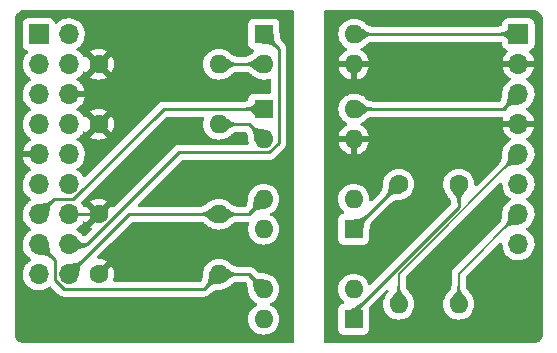
<source format=gbr>
%TF.GenerationSoftware,KiCad,Pcbnew,(6.0.5)*%
%TF.CreationDate,2022-06-14T19:42:58+01:00*%
%TF.ProjectId,PiKVM,50694b56-4d2e-46b6-9963-61645f706362,rev?*%
%TF.SameCoordinates,Original*%
%TF.FileFunction,Copper,L1,Top*%
%TF.FilePolarity,Positive*%
%FSLAX46Y46*%
G04 Gerber Fmt 4.6, Leading zero omitted, Abs format (unit mm)*
G04 Created by KiCad (PCBNEW (6.0.5)) date 2022-06-14 19:42:58*
%MOMM*%
%LPD*%
G01*
G04 APERTURE LIST*
%TA.AperFunction,ComponentPad*%
%ADD10R,1.600000X1.600000*%
%TD*%
%TA.AperFunction,ComponentPad*%
%ADD11O,1.600000X1.600000*%
%TD*%
%TA.AperFunction,ComponentPad*%
%ADD12R,1.700000X1.700000*%
%TD*%
%TA.AperFunction,ComponentPad*%
%ADD13O,1.700000X1.700000*%
%TD*%
%TA.AperFunction,ComponentPad*%
%ADD14C,1.600000*%
%TD*%
%TA.AperFunction,Conductor*%
%ADD15C,0.250000*%
%TD*%
%TA.AperFunction,Conductor*%
%ADD16C,0.200000*%
%TD*%
G04 APERTURE END LIST*
D10*
%TO.P,U3,1*%
%TO.N,Net-(R5-Pad1)*%
X57140000Y-44455000D03*
D11*
%TO.P,U3,2*%
%TO.N,PLED-*%
X57140000Y-41915000D03*
%TO.P,U3,3*%
%TO.N,PLED*%
X49520000Y-41915000D03*
%TO.P,U3,4*%
%TO.N,+3V3*%
X49520000Y-44455000D03*
%TD*%
D12*
%TO.P,J2,1,Pin_1*%
%TO.N,PWR+*%
X71095000Y-27940000D03*
D13*
%TO.P,J2,2,Pin_2*%
%TO.N,GND2*%
X71095000Y-30480000D03*
%TO.P,J2,3,Pin_3*%
%TO.N,RST+*%
X71095000Y-33020000D03*
%TO.P,J2,4,Pin_4*%
%TO.N,GND2*%
X71095000Y-35560000D03*
%TO.P,J2,5,Pin_5*%
%TO.N,PLED+*%
X71095000Y-38100000D03*
%TO.P,J2,6,Pin_6*%
%TO.N,PLED-*%
X71095000Y-40640000D03*
%TO.P,J2,7,Pin_7*%
%TO.N,IDLE_LED+*%
X71095000Y-43180000D03*
%TO.P,J2,8,Pin_8*%
%TO.N,IDLE_LED-*%
X71095000Y-45720000D03*
%TD*%
D14*
%TO.P,R3,1*%
%TO.N,GND1*%
X35560000Y-43180000D03*
D11*
%TO.P,R3,2*%
%TO.N,PLED*%
X45720000Y-43180000D03*
%TD*%
D14*
%TO.P,R1,1*%
%TO.N,GND1*%
X35560000Y-30480000D03*
D11*
%TO.P,R1,2*%
%TO.N,Net-(R1-Pad2)*%
X45720000Y-30480000D03*
%TD*%
D10*
%TO.P,U1,1*%
%TO.N,PWRSW*%
X49540000Y-27940000D03*
D11*
%TO.P,U1,2*%
%TO.N,Net-(R1-Pad2)*%
X49540000Y-30480000D03*
%TO.P,U1,3*%
%TO.N,GND2*%
X57160000Y-30480000D03*
%TO.P,U1,4*%
%TO.N,PWR+*%
X57160000Y-27940000D03*
%TD*%
D10*
%TO.P,U4,1*%
%TO.N,Net-(R6-Pad1)*%
X57140000Y-52075000D03*
D11*
%TO.P,U4,2*%
%TO.N,IDLE_LED-*%
X57140000Y-49535000D03*
%TO.P,U4,3*%
%TO.N,IDLE_LED*%
X49520000Y-49535000D03*
%TO.P,U4,4*%
%TO.N,+3V3*%
X49520000Y-52075000D03*
%TD*%
D14*
%TO.P,R6,1*%
%TO.N,Net-(R6-Pad1)*%
X66040000Y-40640000D03*
D11*
%TO.P,R6,2*%
%TO.N,IDLE_LED+*%
X66040000Y-50800000D03*
%TD*%
D14*
%TO.P,R2,1*%
%TO.N,GND1*%
X35560000Y-35560000D03*
D11*
%TO.P,R2,2*%
%TO.N,Net-(R2-Pad2)*%
X45720000Y-35560000D03*
%TD*%
D14*
%TO.P,R5,1*%
%TO.N,Net-(R5-Pad1)*%
X60960000Y-40640000D03*
D11*
%TO.P,R5,2*%
%TO.N,PLED+*%
X60960000Y-50800000D03*
%TD*%
D10*
%TO.P,U2,1*%
%TO.N,RSTSW*%
X49540000Y-34285000D03*
D11*
%TO.P,U2,2*%
%TO.N,Net-(R2-Pad2)*%
X49540000Y-36825000D03*
%TO.P,U2,3*%
%TO.N,GND2*%
X57160000Y-36825000D03*
%TO.P,U2,4*%
%TO.N,RST+*%
X57160000Y-34285000D03*
%TD*%
D14*
%TO.P,R4,1*%
%TO.N,GND1*%
X35560000Y-48260000D03*
D11*
%TO.P,R4,2*%
%TO.N,IDLE_LED*%
X45720000Y-48260000D03*
%TD*%
D12*
%TO.P,J1,1,3V3*%
%TO.N,+3V3*%
X30480000Y-27950000D03*
D13*
%TO.P,J1,2,5V*%
%TO.N,unconnected-(J1-Pad2)*%
X33020000Y-27950000D03*
%TO.P,J1,3,SDA/GPIO2*%
%TO.N,unconnected-(J1-Pad3)*%
X30480000Y-30490000D03*
%TO.P,J1,4,5V*%
%TO.N,unconnected-(J1-Pad4)*%
X33020000Y-30490000D03*
%TO.P,J1,5,SCL/GPIO3*%
%TO.N,unconnected-(J1-Pad5)*%
X30480000Y-33030000D03*
%TO.P,J1,6,GND*%
%TO.N,GND1*%
X33020000Y-33030000D03*
%TO.P,J1,7,GCLK0/GPIO4*%
%TO.N,unconnected-(J1-Pad7)*%
X30480000Y-35570000D03*
%TO.P,J1,8,GPIO14/TXD*%
%TO.N,unconnected-(J1-Pad8)*%
X33020000Y-35570000D03*
%TO.P,J1,9,GND*%
%TO.N,GND1*%
X30480000Y-38110000D03*
%TO.P,J1,10,GPIO15/RXD*%
%TO.N,unconnected-(J1-Pad10)*%
X33020000Y-38110000D03*
%TO.P,J1,11,GPIO17*%
%TO.N,unconnected-(J1-Pad11)*%
X30480000Y-40650000D03*
%TO.P,J1,12,GPIO18/PWM0*%
%TO.N,unconnected-(J1-Pad12)*%
X33020000Y-40650000D03*
%TO.P,J1,13,GPIO27*%
%TO.N,RSTSW*%
X30480000Y-43190000D03*
%TO.P,J1,14,GND*%
%TO.N,GND1*%
X33020000Y-43190000D03*
%TO.P,J1,15,GPIO22*%
%TO.N,IDLE_LED*%
X30480000Y-45730000D03*
%TO.P,J1,16,GPIO23*%
%TO.N,PWRSW*%
X33020000Y-45730000D03*
%TO.P,J1,17,3V3*%
%TO.N,+3V3*%
X30480000Y-48270000D03*
%TO.P,J1,18,GPIO24*%
%TO.N,PLED*%
X33020000Y-48270000D03*
%TD*%
D15*
%TO.N,GND1*%
X33030000Y-43180000D02*
X33020000Y-43190000D01*
X35560000Y-43180000D02*
X33030000Y-43180000D01*
%TO.N,PLED*%
X33020000Y-48270000D02*
X38110000Y-43180000D01*
X45720000Y-43180000D02*
X48255000Y-43180000D01*
X38110000Y-43180000D02*
X45720000Y-43180000D01*
X48255000Y-43180000D02*
X49520000Y-41915000D01*
%TO.N,IDLE_LED*%
X31845489Y-48756499D02*
X32618990Y-49530000D01*
X30480000Y-45730000D02*
X31845489Y-47095489D01*
X45720000Y-48260000D02*
X48245000Y-48260000D01*
X31845489Y-47095489D02*
X31845489Y-48756499D01*
X44450000Y-49530000D02*
X45720000Y-48260000D01*
X32618990Y-49530000D02*
X44450000Y-49530000D01*
X48245000Y-48260000D02*
X49520000Y-49535000D01*
%TO.N,RSTSW*%
X41046010Y-34285000D02*
X33421010Y-41910000D01*
X49540000Y-34285000D02*
X41046010Y-34285000D01*
X33421010Y-41910000D02*
X31760000Y-41910000D01*
X31760000Y-41910000D02*
X30480000Y-43190000D01*
%TO.N,PWRSW*%
X33020000Y-45730000D02*
X34600300Y-45730000D01*
X34600300Y-45730000D02*
X42380789Y-37949511D01*
X50005789Y-37949511D02*
X50800000Y-37155300D01*
X50800000Y-29200000D02*
X49540000Y-27940000D01*
X50800000Y-37155300D02*
X50800000Y-29200000D01*
X42380789Y-37949511D02*
X50005789Y-37949511D01*
%TO.N,Net-(R1-Pad2)*%
X45720000Y-30480000D02*
X49540000Y-30480000D01*
%TO.N,Net-(R2-Pad2)*%
X45720000Y-35560000D02*
X48275000Y-35560000D01*
X48275000Y-35560000D02*
X49540000Y-36825000D01*
%TO.N,PWR+*%
X57160000Y-27940000D02*
X71095000Y-27940000D01*
%TO.N,RST+*%
X57160000Y-34285000D02*
X69830000Y-34285000D01*
X69830000Y-34285000D02*
X71095000Y-33020000D01*
D16*
%TO.N,PLED+*%
X60960000Y-48235000D02*
X71095000Y-38100000D01*
X60960000Y-50800000D02*
X60960000Y-48235000D01*
%TO.N,IDLE_LED+*%
X66040000Y-48235000D02*
X71095000Y-43180000D01*
X66040000Y-50800000D02*
X66040000Y-48235000D01*
D15*
%TO.N,Net-(R5-Pad1)*%
X57145000Y-44455000D02*
X60960000Y-40640000D01*
X57140000Y-44455000D02*
X57145000Y-44455000D01*
%TO.N,Net-(R6-Pad1)*%
X57140000Y-51454638D02*
X66040000Y-42554638D01*
X57140000Y-52075000D02*
X57140000Y-51454638D01*
X66040000Y-42554638D02*
X66040000Y-40640000D01*
%TD*%
%TA.AperFunction,Conductor*%
%TO.N,Net-(R2-Pad2)*%
G36*
X46076237Y-34844091D02*
G01*
X46217116Y-34920676D01*
X46217989Y-34921202D01*
X46317291Y-34987363D01*
X46341072Y-35003207D01*
X46341722Y-35003673D01*
X46447382Y-35085018D01*
X46447663Y-35085240D01*
X46543306Y-35163682D01*
X46636015Y-35236668D01*
X46636196Y-35236789D01*
X46636205Y-35236796D01*
X46677036Y-35264185D01*
X46732991Y-35301721D01*
X46773757Y-35322276D01*
X46841173Y-35356269D01*
X46841180Y-35356272D01*
X46841555Y-35356461D01*
X46969031Y-35398507D01*
X47122738Y-35425480D01*
X47123090Y-35425498D01*
X47123091Y-35425498D01*
X47144330Y-35426578D01*
X47298895Y-35434435D01*
X47306983Y-35438278D01*
X47310000Y-35446120D01*
X47310000Y-35673880D01*
X47306573Y-35682153D01*
X47298895Y-35685564D01*
X47142432Y-35693518D01*
X47123091Y-35694501D01*
X47123090Y-35694501D01*
X47122738Y-35694519D01*
X46969031Y-35721492D01*
X46841555Y-35763538D01*
X46841180Y-35763727D01*
X46841173Y-35763730D01*
X46773757Y-35797723D01*
X46732991Y-35818278D01*
X46677036Y-35855814D01*
X46636205Y-35883203D01*
X46636196Y-35883210D01*
X46636015Y-35883331D01*
X46543306Y-35956317D01*
X46543267Y-35956349D01*
X46447665Y-36034757D01*
X46447382Y-36034981D01*
X46341722Y-36116326D01*
X46341072Y-36116792D01*
X46218001Y-36198789D01*
X46217102Y-36199331D01*
X46076236Y-36275909D01*
X46067331Y-36276850D01*
X46062538Y-36274063D01*
X45487856Y-35721419D01*
X45328769Y-35568433D01*
X45325181Y-35560229D01*
X45328769Y-35551567D01*
X45449985Y-35435000D01*
X45813923Y-35085018D01*
X46062538Y-34845937D01*
X46070877Y-34842672D01*
X46076237Y-34844091D01*
G37*
%TD.AperFunction*%
%TD*%
%TA.AperFunction,Conductor*%
%TO.N,Net-(R2-Pad2)*%
G36*
X48512341Y-35619767D02*
G01*
X48642957Y-35737746D01*
X48642968Y-35737755D01*
X48643234Y-35737995D01*
X48770994Y-35827609D01*
X48890864Y-35888017D01*
X49006337Y-35926077D01*
X49120908Y-35948650D01*
X49238072Y-35962595D01*
X49361164Y-35974758D01*
X49361477Y-35974794D01*
X49493759Y-35991994D01*
X49494542Y-35992122D01*
X49519380Y-35997097D01*
X49639545Y-36021166D01*
X49640564Y-36021418D01*
X49794326Y-36066879D01*
X49801288Y-36072511D01*
X49802707Y-36077870D01*
X49822604Y-37095677D01*
X49819339Y-37104016D01*
X49810677Y-37107604D01*
X48792870Y-37087707D01*
X48784666Y-37084119D01*
X48781879Y-37079326D01*
X48736418Y-36925564D01*
X48736166Y-36924545D01*
X48707123Y-36779545D01*
X48706993Y-36778756D01*
X48689797Y-36646503D01*
X48689756Y-36646144D01*
X48677605Y-36523175D01*
X48677595Y-36523072D01*
X48663650Y-36405908D01*
X48641077Y-36291337D01*
X48603017Y-36175864D01*
X48542609Y-36055994D01*
X48497717Y-35991993D01*
X48453200Y-35928526D01*
X48453198Y-35928524D01*
X48452995Y-35928234D01*
X48452755Y-35927968D01*
X48452746Y-35927957D01*
X48334767Y-35797341D01*
X48331764Y-35788905D01*
X48335176Y-35781226D01*
X48496226Y-35620176D01*
X48504499Y-35616749D01*
X48512341Y-35619767D01*
G37*
%TD.AperFunction*%
%TD*%
%TA.AperFunction,Conductor*%
%TO.N,PWR+*%
G36*
X70730674Y-27180943D02*
G01*
X71401570Y-27826111D01*
X71511231Y-27931567D01*
X71514819Y-27939771D01*
X71511231Y-27948433D01*
X70997513Y-28442451D01*
X70730674Y-28699057D01*
X70722335Y-28702322D01*
X70716966Y-28700898D01*
X70566255Y-28618775D01*
X70565336Y-28618218D01*
X70535926Y-28598492D01*
X70434286Y-28530317D01*
X70433642Y-28529850D01*
X70321311Y-28442451D01*
X70321015Y-28442213D01*
X70219582Y-28357864D01*
X70219544Y-28357832D01*
X70121258Y-28279195D01*
X70018451Y-28209021D01*
X69903273Y-28149914D01*
X69832153Y-28126046D01*
X69768278Y-28104609D01*
X69768275Y-28104608D01*
X69767872Y-28104473D01*
X69658834Y-28085016D01*
X69604758Y-28075366D01*
X69604754Y-28075366D01*
X69604398Y-28075302D01*
X69595763Y-28074856D01*
X69416096Y-28065573D01*
X69408011Y-28061724D01*
X69405000Y-28053889D01*
X69405000Y-27826111D01*
X69408427Y-27817838D01*
X69416096Y-27814427D01*
X69604030Y-27804716D01*
X69604398Y-27804697D01*
X69604754Y-27804633D01*
X69604758Y-27804633D01*
X69658834Y-27794983D01*
X69767872Y-27775526D01*
X69768275Y-27775391D01*
X69768278Y-27775390D01*
X69832153Y-27753953D01*
X69903273Y-27730085D01*
X70018451Y-27670978D01*
X70121258Y-27600804D01*
X70219544Y-27522167D01*
X70321015Y-27437786D01*
X70321311Y-27437548D01*
X70353926Y-27412172D01*
X70433642Y-27350149D01*
X70434286Y-27349682D01*
X70565336Y-27261781D01*
X70566255Y-27261224D01*
X70716966Y-27179102D01*
X70725870Y-27178153D01*
X70730674Y-27180943D01*
G37*
%TD.AperFunction*%
%TD*%
%TA.AperFunction,Conductor*%
%TO.N,PWR+*%
G36*
X57516237Y-27224091D02*
G01*
X57657116Y-27300676D01*
X57657989Y-27301202D01*
X57757291Y-27367363D01*
X57781072Y-27383207D01*
X57781722Y-27383673D01*
X57887382Y-27465018D01*
X57887663Y-27465240D01*
X57983306Y-27543682D01*
X58076015Y-27616668D01*
X58076196Y-27616789D01*
X58076205Y-27616796D01*
X58117036Y-27644185D01*
X58172991Y-27681721D01*
X58213757Y-27702276D01*
X58281173Y-27736269D01*
X58281180Y-27736272D01*
X58281555Y-27736461D01*
X58409031Y-27778507D01*
X58562738Y-27805480D01*
X58563090Y-27805498D01*
X58563091Y-27805498D01*
X58584330Y-27806578D01*
X58738895Y-27814435D01*
X58746983Y-27818278D01*
X58750000Y-27826120D01*
X58750000Y-28053880D01*
X58746573Y-28062153D01*
X58738895Y-28065564D01*
X58582432Y-28073518D01*
X58563091Y-28074501D01*
X58563090Y-28074501D01*
X58562738Y-28074519D01*
X58409031Y-28101492D01*
X58281555Y-28143538D01*
X58281180Y-28143727D01*
X58281173Y-28143730D01*
X58213757Y-28177723D01*
X58172991Y-28198278D01*
X58117036Y-28235814D01*
X58076205Y-28263203D01*
X58076196Y-28263210D01*
X58076015Y-28263331D01*
X57983306Y-28336317D01*
X57983267Y-28336349D01*
X57887665Y-28414757D01*
X57887382Y-28414981D01*
X57781722Y-28496326D01*
X57781072Y-28496792D01*
X57658001Y-28578789D01*
X57657102Y-28579331D01*
X57516236Y-28655909D01*
X57507331Y-28656850D01*
X57502538Y-28654063D01*
X56927856Y-28101419D01*
X56768769Y-27948433D01*
X56765181Y-27940229D01*
X56768769Y-27931567D01*
X56889985Y-27815000D01*
X57253923Y-27465018D01*
X57502538Y-27225937D01*
X57510877Y-27222672D01*
X57516237Y-27224091D01*
G37*
%TD.AperFunction*%
%TD*%
%TA.AperFunction,Conductor*%
%TO.N,RST+*%
G36*
X57516237Y-33569091D02*
G01*
X57657116Y-33645676D01*
X57657989Y-33646202D01*
X57757291Y-33712363D01*
X57781072Y-33728207D01*
X57781722Y-33728673D01*
X57887382Y-33810018D01*
X57887663Y-33810240D01*
X57983306Y-33888682D01*
X58076015Y-33961668D01*
X58076196Y-33961789D01*
X58076205Y-33961796D01*
X58117036Y-33989185D01*
X58172991Y-34026721D01*
X58213757Y-34047276D01*
X58281173Y-34081269D01*
X58281180Y-34081272D01*
X58281555Y-34081461D01*
X58409031Y-34123507D01*
X58562738Y-34150480D01*
X58563090Y-34150498D01*
X58563091Y-34150498D01*
X58584330Y-34151578D01*
X58738895Y-34159435D01*
X58746983Y-34163278D01*
X58750000Y-34171120D01*
X58750000Y-34398880D01*
X58746573Y-34407153D01*
X58738895Y-34410564D01*
X58582432Y-34418518D01*
X58563091Y-34419501D01*
X58563090Y-34419501D01*
X58562738Y-34419519D01*
X58409031Y-34446492D01*
X58281555Y-34488538D01*
X58281180Y-34488727D01*
X58281173Y-34488730D01*
X58213757Y-34522723D01*
X58172991Y-34543278D01*
X58117036Y-34580814D01*
X58076205Y-34608203D01*
X58076196Y-34608210D01*
X58076015Y-34608331D01*
X57983306Y-34681317D01*
X57983267Y-34681349D01*
X57887665Y-34759757D01*
X57887382Y-34759981D01*
X57781722Y-34841326D01*
X57781072Y-34841792D01*
X57658001Y-34923789D01*
X57657102Y-34924331D01*
X57516236Y-35000909D01*
X57507331Y-35001850D01*
X57502538Y-34999063D01*
X56927856Y-34446419D01*
X56768769Y-34293433D01*
X56765181Y-34285229D01*
X56768769Y-34276567D01*
X56889985Y-34160000D01*
X57253923Y-33810018D01*
X57502538Y-33570937D01*
X57510877Y-33567672D01*
X57516237Y-33569091D01*
G37*
%TD.AperFunction*%
%TD*%
%TA.AperFunction,Conductor*%
%TO.N,RST+*%
G36*
X71391694Y-32722983D02*
G01*
X71395282Y-32731645D01*
X71391719Y-32913912D01*
X71383320Y-33343588D01*
X71374117Y-33814353D01*
X71370529Y-33822557D01*
X71365726Y-33825346D01*
X71271345Y-33853149D01*
X71201087Y-33873845D01*
X71200043Y-33874101D01*
X71045241Y-33904608D01*
X71044428Y-33904739D01*
X70903205Y-33922366D01*
X70902827Y-33922407D01*
X70848020Y-33927447D01*
X70771411Y-33934492D01*
X70771384Y-33934495D01*
X70646521Y-33948362D01*
X70646512Y-33948363D01*
X70646308Y-33948386D01*
X70646093Y-33948426D01*
X70646090Y-33948427D01*
X70613751Y-33954528D01*
X70523993Y-33971461D01*
X70523655Y-33971570D01*
X70523650Y-33971571D01*
X70501762Y-33978613D01*
X70400754Y-34011109D01*
X70336500Y-34043073D01*
X70273277Y-34074523D01*
X70273272Y-34074526D01*
X70272880Y-34074721D01*
X70136659Y-34169686D01*
X70136388Y-34169931D01*
X70136386Y-34169932D01*
X69996630Y-34295957D01*
X69988191Y-34298952D01*
X69980522Y-34295541D01*
X69819459Y-34134478D01*
X69816032Y-34126205D01*
X69819043Y-34118370D01*
X69945067Y-33978613D01*
X69945068Y-33978611D01*
X69945313Y-33978340D01*
X70040278Y-33842119D01*
X70040473Y-33841727D01*
X70040476Y-33841722D01*
X70071926Y-33778499D01*
X70103890Y-33714245D01*
X70143538Y-33591006D01*
X70166613Y-33468691D01*
X70180507Y-33343588D01*
X70192592Y-33212172D01*
X70192633Y-33211794D01*
X70210260Y-33070571D01*
X70210391Y-33069758D01*
X70240898Y-32914956D01*
X70241154Y-32913912D01*
X70289653Y-32749275D01*
X70295278Y-32742307D01*
X70300645Y-32740883D01*
X71061851Y-32726003D01*
X71383355Y-32719718D01*
X71391694Y-32722983D01*
G37*
%TD.AperFunction*%
%TD*%
%TA.AperFunction,Conductor*%
%TO.N,PLED+*%
G36*
X71391694Y-37802983D02*
G01*
X71395282Y-37811645D01*
X71374117Y-38894323D01*
X71370529Y-38902527D01*
X71365688Y-38905328D01*
X71198955Y-38953853D01*
X71197831Y-38954121D01*
X71040992Y-38983371D01*
X71040101Y-38983502D01*
X70985102Y-38989430D01*
X70896899Y-38998935D01*
X70896486Y-38998972D01*
X70763143Y-39008244D01*
X70636402Y-39019016D01*
X70636392Y-39019017D01*
X70636183Y-39019035D01*
X70635982Y-39019067D01*
X70635969Y-39019069D01*
X70512485Y-39038988D01*
X70512483Y-39038989D01*
X70512114Y-39039048D01*
X70511757Y-39039154D01*
X70511751Y-39039155D01*
X70392511Y-39074442D01*
X70387233Y-39076004D01*
X70386815Y-39076203D01*
X70386810Y-39076205D01*
X70304539Y-39115383D01*
X70257840Y-39137622D01*
X70120229Y-39231620D01*
X69978950Y-39358323D01*
X69970504Y-39361295D01*
X69962866Y-39357885D01*
X69837115Y-39232134D01*
X69833688Y-39223861D01*
X69836677Y-39216050D01*
X69963379Y-39074770D01*
X70057377Y-38937159D01*
X70118995Y-38807766D01*
X70155951Y-38682885D01*
X70156011Y-38682514D01*
X70175930Y-38559030D01*
X70175932Y-38559017D01*
X70175964Y-38558816D01*
X70186755Y-38431856D01*
X70196027Y-38298513D01*
X70196065Y-38298086D01*
X70211497Y-38154898D01*
X70211628Y-38154007D01*
X70240877Y-37997170D01*
X70241145Y-37996045D01*
X70289672Y-37829311D01*
X70295274Y-37822326D01*
X70300677Y-37820883D01*
X71383355Y-37799718D01*
X71391694Y-37802983D01*
G37*
%TD.AperFunction*%
%TD*%
%TA.AperFunction,Conductor*%
%TO.N,PLED+*%
G36*
X61057185Y-49213427D02*
G01*
X61060595Y-49221072D01*
X61070128Y-49398407D01*
X61098767Y-49552406D01*
X61143298Y-49679544D01*
X61201101Y-49787366D01*
X61269559Y-49883419D01*
X61269700Y-49883588D01*
X61346013Y-49975205D01*
X61346101Y-49975308D01*
X61427818Y-50070240D01*
X61428092Y-50070570D01*
X61512391Y-50176086D01*
X61512916Y-50176796D01*
X61597234Y-50300410D01*
X61597828Y-50301379D01*
X61675868Y-50443751D01*
X61676839Y-50452653D01*
X61674041Y-50457485D01*
X60968433Y-51191231D01*
X60960229Y-51194819D01*
X60951567Y-51191231D01*
X60245959Y-50457485D01*
X60242694Y-50449146D01*
X60244132Y-50443751D01*
X60322171Y-50301379D01*
X60322765Y-50300410D01*
X60407083Y-50176796D01*
X60407608Y-50176086D01*
X60491907Y-50070570D01*
X60492181Y-50070240D01*
X60573898Y-49975308D01*
X60573986Y-49975205D01*
X60650299Y-49883588D01*
X60650440Y-49883419D01*
X60718898Y-49787366D01*
X60776701Y-49679544D01*
X60821232Y-49552406D01*
X60849871Y-49398407D01*
X60859405Y-49221072D01*
X60863271Y-49212995D01*
X60871088Y-49210000D01*
X61048912Y-49210000D01*
X61057185Y-49213427D01*
G37*
%TD.AperFunction*%
%TD*%
%TA.AperFunction,Conductor*%
%TO.N,Net-(R1-Pad2)*%
G36*
X49197462Y-29765937D02*
G01*
X49446077Y-30005018D01*
X49810016Y-30355000D01*
X49931231Y-30471567D01*
X49934819Y-30479771D01*
X49931231Y-30488433D01*
X49772144Y-30641419D01*
X49197462Y-31194063D01*
X49189123Y-31197328D01*
X49183764Y-31195909D01*
X49042897Y-31119331D01*
X49041998Y-31118789D01*
X48918927Y-31036792D01*
X48918277Y-31036326D01*
X48812617Y-30954981D01*
X48812334Y-30954757D01*
X48716732Y-30876349D01*
X48716693Y-30876317D01*
X48623984Y-30803331D01*
X48623803Y-30803210D01*
X48623794Y-30803203D01*
X48582963Y-30775814D01*
X48527008Y-30738278D01*
X48486242Y-30717723D01*
X48418826Y-30683730D01*
X48418819Y-30683727D01*
X48418444Y-30683538D01*
X48290968Y-30641492D01*
X48137261Y-30614519D01*
X48136909Y-30614501D01*
X48136908Y-30614501D01*
X48117482Y-30613514D01*
X47961105Y-30605564D01*
X47953018Y-30601722D01*
X47950000Y-30593880D01*
X47950000Y-30366120D01*
X47953427Y-30357847D01*
X47961105Y-30354435D01*
X48115559Y-30346583D01*
X48136908Y-30345498D01*
X48136909Y-30345498D01*
X48137261Y-30345480D01*
X48290968Y-30318507D01*
X48418444Y-30276461D01*
X48418819Y-30276272D01*
X48418826Y-30276269D01*
X48486242Y-30242276D01*
X48527008Y-30221721D01*
X48582963Y-30184185D01*
X48623794Y-30156796D01*
X48623803Y-30156789D01*
X48623984Y-30156668D01*
X48716693Y-30083682D01*
X48812336Y-30005240D01*
X48812617Y-30005018D01*
X48918277Y-29923673D01*
X48918927Y-29923207D01*
X49041997Y-29841211D01*
X49042896Y-29840669D01*
X49183764Y-29764091D01*
X49192669Y-29763150D01*
X49197462Y-29765937D01*
G37*
%TD.AperFunction*%
%TD*%
%TA.AperFunction,Conductor*%
%TO.N,IDLE_LED+*%
G36*
X71391694Y-42882983D02*
G01*
X71395282Y-42891645D01*
X71374117Y-43974323D01*
X71370529Y-43982527D01*
X71365688Y-43985328D01*
X71198955Y-44033853D01*
X71197831Y-44034121D01*
X71040992Y-44063371D01*
X71040101Y-44063502D01*
X70985102Y-44069430D01*
X70896899Y-44078935D01*
X70896486Y-44078972D01*
X70763143Y-44088244D01*
X70636402Y-44099016D01*
X70636392Y-44099017D01*
X70636183Y-44099035D01*
X70635982Y-44099067D01*
X70635969Y-44099069D01*
X70512485Y-44118988D01*
X70512483Y-44118989D01*
X70512114Y-44119048D01*
X70511757Y-44119154D01*
X70511751Y-44119155D01*
X70392511Y-44154442D01*
X70387233Y-44156004D01*
X70386815Y-44156203D01*
X70386810Y-44156205D01*
X70304539Y-44195383D01*
X70257840Y-44217622D01*
X70120229Y-44311620D01*
X69978950Y-44438323D01*
X69970504Y-44441295D01*
X69962866Y-44437885D01*
X69837115Y-44312134D01*
X69833688Y-44303861D01*
X69836677Y-44296050D01*
X69963379Y-44154770D01*
X70057377Y-44017159D01*
X70118995Y-43887766D01*
X70155951Y-43762885D01*
X70156011Y-43762514D01*
X70175930Y-43639030D01*
X70175932Y-43639017D01*
X70175964Y-43638816D01*
X70186755Y-43511856D01*
X70196027Y-43378513D01*
X70196065Y-43378086D01*
X70211497Y-43234898D01*
X70211628Y-43234007D01*
X70240877Y-43077170D01*
X70241145Y-43076045D01*
X70289672Y-42909311D01*
X70295274Y-42902326D01*
X70300677Y-42900883D01*
X71383355Y-42879718D01*
X71391694Y-42882983D01*
G37*
%TD.AperFunction*%
%TD*%
%TA.AperFunction,Conductor*%
%TO.N,IDLE_LED+*%
G36*
X66137185Y-49213427D02*
G01*
X66140595Y-49221072D01*
X66150128Y-49398407D01*
X66178767Y-49552406D01*
X66223298Y-49679544D01*
X66281101Y-49787366D01*
X66349559Y-49883419D01*
X66349700Y-49883588D01*
X66426013Y-49975205D01*
X66426101Y-49975308D01*
X66507818Y-50070240D01*
X66508092Y-50070570D01*
X66592391Y-50176086D01*
X66592916Y-50176796D01*
X66677234Y-50300410D01*
X66677828Y-50301379D01*
X66755868Y-50443751D01*
X66756839Y-50452653D01*
X66754041Y-50457485D01*
X66048433Y-51191231D01*
X66040229Y-51194819D01*
X66031567Y-51191231D01*
X65325959Y-50457485D01*
X65322694Y-50449146D01*
X65324132Y-50443751D01*
X65402171Y-50301379D01*
X65402765Y-50300410D01*
X65487083Y-50176796D01*
X65487608Y-50176086D01*
X65571907Y-50070570D01*
X65572181Y-50070240D01*
X65653898Y-49975308D01*
X65653986Y-49975205D01*
X65730299Y-49883588D01*
X65730440Y-49883419D01*
X65798898Y-49787366D01*
X65856701Y-49679544D01*
X65901232Y-49552406D01*
X65929871Y-49398407D01*
X65939405Y-49221072D01*
X65943271Y-49212995D01*
X65951088Y-49210000D01*
X66128912Y-49210000D01*
X66137185Y-49213427D01*
G37*
%TD.AperFunction*%
%TD*%
%TA.AperFunction,Conductor*%
%TO.N,Net-(R5-Pad1)*%
G36*
X58188776Y-43250178D02*
G01*
X58349822Y-43411224D01*
X58353249Y-43419497D01*
X58350230Y-43427340D01*
X58231472Y-43558743D01*
X58141355Y-43686931D01*
X58141164Y-43687307D01*
X58141164Y-43687308D01*
X58080654Y-43806778D01*
X58080652Y-43806784D01*
X58080459Y-43807164D01*
X58041904Y-43922951D01*
X58018811Y-44037803D01*
X58018783Y-44038032D01*
X58004314Y-44155122D01*
X58004295Y-44155286D01*
X57991514Y-44278570D01*
X57991471Y-44278929D01*
X57973567Y-44411472D01*
X57973437Y-44412231D01*
X57943586Y-44557565D01*
X57943329Y-44558580D01*
X57896982Y-44712703D01*
X57891318Y-44719639D01*
X57885955Y-44721033D01*
X56868066Y-44736395D01*
X56859742Y-44733093D01*
X56856192Y-44724415D01*
X56880625Y-43706705D01*
X56884250Y-43698517D01*
X56889051Y-43695752D01*
X57043176Y-43650877D01*
X57044188Y-43650631D01*
X57189482Y-43622037D01*
X57190261Y-43621911D01*
X57322751Y-43605016D01*
X57323099Y-43604977D01*
X57375400Y-43599891D01*
X57446341Y-43592993D01*
X57446383Y-43592988D01*
X57446403Y-43592986D01*
X57563405Y-43579145D01*
X57563406Y-43579145D01*
X57563633Y-43579118D01*
X57563852Y-43579075D01*
X57563864Y-43579073D01*
X57661190Y-43559904D01*
X57678304Y-43556533D01*
X57713479Y-43544925D01*
X57793453Y-43518532D01*
X57793457Y-43518530D01*
X57793861Y-43518397D01*
X57913810Y-43457875D01*
X57969061Y-43419089D01*
X58041368Y-43368329D01*
X58041369Y-43368328D01*
X58041657Y-43368126D01*
X58172206Y-43250178D01*
X58172659Y-43249769D01*
X58181096Y-43246766D01*
X58188776Y-43250178D01*
G37*
%TD.AperFunction*%
%TD*%
%TA.AperFunction,Conductor*%
%TO.N,Net-(R5-Pad1)*%
G36*
X61239016Y-40360661D02*
G01*
X61242604Y-40369323D01*
X61222707Y-41387130D01*
X61219119Y-41395334D01*
X61214326Y-41398121D01*
X61060564Y-41443581D01*
X61059545Y-41443833D01*
X60939380Y-41467902D01*
X60914542Y-41472877D01*
X60913759Y-41473005D01*
X60781477Y-41490205D01*
X60781164Y-41490241D01*
X60658072Y-41502404D01*
X60540908Y-41516349D01*
X60426337Y-41538922D01*
X60310864Y-41576982D01*
X60190994Y-41637390D01*
X60063234Y-41727004D01*
X59986847Y-41796001D01*
X59932341Y-41845233D01*
X59923905Y-41848236D01*
X59916226Y-41844824D01*
X59755176Y-41683774D01*
X59751749Y-41675501D01*
X59754766Y-41667660D01*
X59872995Y-41536765D01*
X59905656Y-41490202D01*
X59962369Y-41409347D01*
X59962609Y-41409005D01*
X60023017Y-41289135D01*
X60061077Y-41173662D01*
X60083650Y-41059091D01*
X60097595Y-40941927D01*
X60109758Y-40818835D01*
X60109797Y-40818496D01*
X60126993Y-40686243D01*
X60127123Y-40685454D01*
X60156166Y-40540454D01*
X60156418Y-40539435D01*
X60201879Y-40385674D01*
X60207511Y-40378712D01*
X60212870Y-40377293D01*
X61230677Y-40357396D01*
X61239016Y-40360661D01*
G37*
%TD.AperFunction*%
%TD*%
%TA.AperFunction,Conductor*%
%TO.N,Net-(R6-Pad1)*%
G36*
X57795013Y-50638871D02*
G01*
X57956020Y-50799878D01*
X57959447Y-50808151D01*
X57956535Y-50815875D01*
X57867071Y-50917655D01*
X57866759Y-50918010D01*
X57801666Y-51021814D01*
X57764224Y-51121296D01*
X57750156Y-51218700D01*
X57755187Y-51316273D01*
X57755268Y-51316683D01*
X57755269Y-51316688D01*
X57773478Y-51408383D01*
X57775042Y-51416260D01*
X57805444Y-51520907D01*
X57805475Y-51521002D01*
X57805482Y-51521024D01*
X57842117Y-51632461D01*
X57842144Y-51632546D01*
X57880709Y-51752928D01*
X57880847Y-51753390D01*
X57914943Y-51877165D01*
X57913836Y-51886051D01*
X57910205Y-51889972D01*
X57345066Y-52271121D01*
X57073596Y-52454210D01*
X57067014Y-52458649D01*
X57058239Y-52460434D01*
X57050772Y-52455491D01*
X57050022Y-52454210D01*
X56578266Y-51517163D01*
X56577606Y-51508233D01*
X56580750Y-51503333D01*
X56707036Y-51385927D01*
X56707745Y-51385319D01*
X56828445Y-51289868D01*
X56829194Y-51289322D01*
X56941689Y-51214032D01*
X56942324Y-51213636D01*
X57050137Y-51151069D01*
X57050475Y-51150880D01*
X57157128Y-51093617D01*
X57265707Y-51034449D01*
X57265709Y-51034448D01*
X57265828Y-51034383D01*
X57287567Y-51021315D01*
X57379616Y-50965983D01*
X57379629Y-50965975D01*
X57379788Y-50965879D01*
X57502385Y-50880716D01*
X57636997Y-50771505D01*
X57778738Y-50638609D01*
X57787117Y-50635450D01*
X57795013Y-50638871D01*
G37*
%TD.AperFunction*%
%TD*%
%TA.AperFunction,Conductor*%
%TO.N,Net-(R6-Pad1)*%
G36*
X66048433Y-40248769D02*
G01*
X66754063Y-40982538D01*
X66757328Y-40990877D01*
X66755909Y-40996236D01*
X66679331Y-41137102D01*
X66678789Y-41138001D01*
X66596792Y-41261072D01*
X66596326Y-41261722D01*
X66514981Y-41367382D01*
X66514759Y-41367663D01*
X66436317Y-41463306D01*
X66363331Y-41556015D01*
X66363210Y-41556196D01*
X66363203Y-41556205D01*
X66335814Y-41597036D01*
X66298278Y-41652991D01*
X66298115Y-41653315D01*
X66243730Y-41761173D01*
X66243727Y-41761180D01*
X66243538Y-41761555D01*
X66201492Y-41889031D01*
X66174519Y-42042738D01*
X66174501Y-42043090D01*
X66174501Y-42043091D01*
X66165565Y-42218894D01*
X66161723Y-42226982D01*
X66153880Y-42230000D01*
X65926120Y-42230000D01*
X65917847Y-42226573D01*
X65914435Y-42218894D01*
X65905498Y-42043091D01*
X65905498Y-42043090D01*
X65905480Y-42042738D01*
X65878507Y-41889031D01*
X65836461Y-41761555D01*
X65836272Y-41761180D01*
X65836269Y-41761173D01*
X65781884Y-41653315D01*
X65781721Y-41652991D01*
X65744185Y-41597036D01*
X65716796Y-41556205D01*
X65716789Y-41556196D01*
X65716668Y-41556015D01*
X65643682Y-41463306D01*
X65565240Y-41367663D01*
X65565018Y-41367382D01*
X65483673Y-41261722D01*
X65483207Y-41261072D01*
X65467363Y-41237291D01*
X65401202Y-41137989D01*
X65400676Y-41137116D01*
X65324091Y-40996236D01*
X65323150Y-40987331D01*
X65325937Y-40982538D01*
X66031567Y-40248769D01*
X66039771Y-40245181D01*
X66048433Y-40248769D01*
G37*
%TD.AperFunction*%
%TD*%
%TA.AperFunction,Conductor*%
%TO.N,Net-(R1-Pad2)*%
G36*
X46076237Y-29764091D02*
G01*
X46217116Y-29840676D01*
X46217989Y-29841202D01*
X46317291Y-29907363D01*
X46341072Y-29923207D01*
X46341722Y-29923673D01*
X46447382Y-30005018D01*
X46447663Y-30005240D01*
X46543306Y-30083682D01*
X46636015Y-30156668D01*
X46636196Y-30156789D01*
X46636205Y-30156796D01*
X46677036Y-30184185D01*
X46732991Y-30221721D01*
X46773757Y-30242276D01*
X46841173Y-30276269D01*
X46841180Y-30276272D01*
X46841555Y-30276461D01*
X46969031Y-30318507D01*
X47122738Y-30345480D01*
X47123090Y-30345498D01*
X47123091Y-30345498D01*
X47144330Y-30346578D01*
X47298895Y-30354435D01*
X47306983Y-30358278D01*
X47310000Y-30366120D01*
X47310000Y-30593880D01*
X47306573Y-30602153D01*
X47298895Y-30605564D01*
X47142432Y-30613518D01*
X47123091Y-30614501D01*
X47123090Y-30614501D01*
X47122738Y-30614519D01*
X46969031Y-30641492D01*
X46841555Y-30683538D01*
X46841180Y-30683727D01*
X46841173Y-30683730D01*
X46773757Y-30717723D01*
X46732991Y-30738278D01*
X46677036Y-30775814D01*
X46636205Y-30803203D01*
X46636196Y-30803210D01*
X46636015Y-30803331D01*
X46543306Y-30876317D01*
X46543267Y-30876349D01*
X46447665Y-30954757D01*
X46447382Y-30954981D01*
X46341722Y-31036326D01*
X46341072Y-31036792D01*
X46218001Y-31118789D01*
X46217102Y-31119331D01*
X46076236Y-31195909D01*
X46067331Y-31196850D01*
X46062538Y-31194063D01*
X45487856Y-30641419D01*
X45328769Y-30488433D01*
X45325181Y-30480229D01*
X45328769Y-30471567D01*
X45449985Y-30355000D01*
X45813923Y-30005018D01*
X46062538Y-29765937D01*
X46070877Y-29762672D01*
X46076237Y-29764091D01*
G37*
%TD.AperFunction*%
%TD*%
%TA.AperFunction,Conductor*%
%TO.N,PLED*%
G36*
X34134478Y-46994459D02*
G01*
X34295541Y-47155522D01*
X34298968Y-47163795D01*
X34295957Y-47171630D01*
X34199114Y-47279025D01*
X34169686Y-47311659D01*
X34074721Y-47447880D01*
X34074526Y-47448272D01*
X34074523Y-47448277D01*
X34064989Y-47467443D01*
X34011109Y-47575754D01*
X33971461Y-47698993D01*
X33948386Y-47821308D01*
X33948363Y-47821512D01*
X33948362Y-47821521D01*
X33934492Y-47946411D01*
X33934483Y-47946504D01*
X33922407Y-48077827D01*
X33922366Y-48078205D01*
X33904739Y-48219428D01*
X33904608Y-48220241D01*
X33874101Y-48375043D01*
X33873845Y-48376087D01*
X33825347Y-48540725D01*
X33819722Y-48547693D01*
X33814355Y-48549117D01*
X33053149Y-48563997D01*
X32731645Y-48570282D01*
X32723306Y-48567017D01*
X32719718Y-48558355D01*
X32729108Y-48078015D01*
X32740883Y-47475646D01*
X32744471Y-47467443D01*
X32749274Y-47464654D01*
X32837282Y-47438728D01*
X32913912Y-47416154D01*
X32914956Y-47415898D01*
X33069758Y-47385391D01*
X33070571Y-47385260D01*
X33211794Y-47367633D01*
X33212172Y-47367592D01*
X33266979Y-47362552D01*
X33343588Y-47355507D01*
X33344109Y-47355449D01*
X33468478Y-47341637D01*
X33468487Y-47341636D01*
X33468691Y-47341613D01*
X33468906Y-47341573D01*
X33468909Y-47341572D01*
X33501248Y-47335471D01*
X33591006Y-47318538D01*
X33591344Y-47318429D01*
X33591349Y-47318428D01*
X33645322Y-47301064D01*
X33714245Y-47278890D01*
X33778499Y-47246926D01*
X33841722Y-47215476D01*
X33841727Y-47215473D01*
X33842119Y-47215278D01*
X33978340Y-47120313D01*
X33978613Y-47120067D01*
X34118370Y-46994043D01*
X34126809Y-46991048D01*
X34134478Y-46994459D01*
G37*
%TD.AperFunction*%
%TD*%
%TA.AperFunction,Conductor*%
%TO.N,PLED*%
G36*
X46076237Y-42464091D02*
G01*
X46217116Y-42540676D01*
X46217989Y-42541202D01*
X46317291Y-42607363D01*
X46341072Y-42623207D01*
X46341722Y-42623673D01*
X46447382Y-42705018D01*
X46447663Y-42705240D01*
X46543306Y-42783682D01*
X46636015Y-42856668D01*
X46636196Y-42856789D01*
X46636205Y-42856796D01*
X46677036Y-42884185D01*
X46732991Y-42921721D01*
X46773757Y-42942276D01*
X46841173Y-42976269D01*
X46841180Y-42976272D01*
X46841555Y-42976461D01*
X46969031Y-43018507D01*
X47122738Y-43045480D01*
X47123090Y-43045498D01*
X47123091Y-43045498D01*
X47144330Y-43046578D01*
X47298895Y-43054435D01*
X47306983Y-43058278D01*
X47310000Y-43066120D01*
X47310000Y-43293880D01*
X47306573Y-43302153D01*
X47298895Y-43305564D01*
X47142432Y-43313518D01*
X47123091Y-43314501D01*
X47123090Y-43314501D01*
X47122738Y-43314519D01*
X46969031Y-43341492D01*
X46841555Y-43383538D01*
X46841180Y-43383727D01*
X46841173Y-43383730D01*
X46773757Y-43417723D01*
X46732991Y-43438278D01*
X46677036Y-43475814D01*
X46636205Y-43503203D01*
X46636196Y-43503210D01*
X46636015Y-43503331D01*
X46543306Y-43576317D01*
X46543267Y-43576349D01*
X46447665Y-43654757D01*
X46447382Y-43654981D01*
X46341722Y-43736326D01*
X46341072Y-43736792D01*
X46218001Y-43818789D01*
X46217102Y-43819331D01*
X46076236Y-43895909D01*
X46067331Y-43896850D01*
X46062538Y-43894063D01*
X45721679Y-43566275D01*
X45721678Y-43566275D01*
X45320000Y-43180000D01*
X45720000Y-42795339D01*
X45813923Y-42705018D01*
X46062538Y-42465937D01*
X46070877Y-42462672D01*
X46076237Y-42464091D01*
G37*
%TD.AperFunction*%
%TD*%
%TA.AperFunction,Conductor*%
%TO.N,PLED*%
G36*
X45377462Y-42465937D02*
G01*
X45718321Y-42793725D01*
X45718322Y-42793725D01*
X46120000Y-43180000D01*
X45720000Y-43564661D01*
X45718408Y-43566192D01*
X45377462Y-43894063D01*
X45369123Y-43897328D01*
X45363764Y-43895909D01*
X45222897Y-43819331D01*
X45221998Y-43818789D01*
X45098927Y-43736792D01*
X45098277Y-43736326D01*
X44992617Y-43654981D01*
X44992334Y-43654757D01*
X44896732Y-43576349D01*
X44896693Y-43576317D01*
X44803984Y-43503331D01*
X44803803Y-43503210D01*
X44803794Y-43503203D01*
X44762963Y-43475814D01*
X44707008Y-43438278D01*
X44666242Y-43417723D01*
X44598826Y-43383730D01*
X44598819Y-43383727D01*
X44598444Y-43383538D01*
X44470968Y-43341492D01*
X44317261Y-43314519D01*
X44316909Y-43314501D01*
X44316908Y-43314501D01*
X44297482Y-43313514D01*
X44141105Y-43305564D01*
X44133018Y-43301722D01*
X44130000Y-43293880D01*
X44130000Y-43066120D01*
X44133427Y-43057847D01*
X44141105Y-43054435D01*
X44295559Y-43046583D01*
X44316908Y-43045498D01*
X44316909Y-43045498D01*
X44317261Y-43045480D01*
X44470968Y-43018507D01*
X44598444Y-42976461D01*
X44598819Y-42976272D01*
X44598826Y-42976269D01*
X44666242Y-42942276D01*
X44707008Y-42921721D01*
X44762963Y-42884185D01*
X44803794Y-42856796D01*
X44803803Y-42856789D01*
X44803984Y-42856668D01*
X44896693Y-42783682D01*
X44992336Y-42705240D01*
X44992617Y-42705018D01*
X45098277Y-42623673D01*
X45098927Y-42623207D01*
X45221997Y-42541211D01*
X45222896Y-42540669D01*
X45363764Y-42464091D01*
X45372669Y-42463150D01*
X45377462Y-42465937D01*
G37*
%TD.AperFunction*%
%TD*%
%TA.AperFunction,Conductor*%
%TO.N,PLED*%
G36*
X49799016Y-41635661D02*
G01*
X49802604Y-41644323D01*
X49782707Y-42662130D01*
X49779119Y-42670334D01*
X49774326Y-42673121D01*
X49620564Y-42718581D01*
X49619545Y-42718833D01*
X49499380Y-42742902D01*
X49474542Y-42747877D01*
X49473759Y-42748005D01*
X49341477Y-42765205D01*
X49341164Y-42765241D01*
X49218072Y-42777404D01*
X49100908Y-42791349D01*
X48986337Y-42813922D01*
X48870864Y-42851982D01*
X48750994Y-42912390D01*
X48623234Y-43002004D01*
X48546847Y-43071001D01*
X48492341Y-43120233D01*
X48483905Y-43123236D01*
X48476226Y-43119824D01*
X48315176Y-42958774D01*
X48311749Y-42950501D01*
X48314766Y-42942660D01*
X48432995Y-42811765D01*
X48465656Y-42765202D01*
X48522369Y-42684347D01*
X48522609Y-42684005D01*
X48583017Y-42564135D01*
X48621077Y-42448662D01*
X48643650Y-42334091D01*
X48657595Y-42216927D01*
X48669758Y-42093835D01*
X48669797Y-42093496D01*
X48686993Y-41961243D01*
X48687123Y-41960454D01*
X48716166Y-41815454D01*
X48716418Y-41814435D01*
X48761879Y-41660674D01*
X48767511Y-41653712D01*
X48772870Y-41652293D01*
X49790677Y-41632396D01*
X49799016Y-41635661D01*
G37*
%TD.AperFunction*%
%TD*%
%TA.AperFunction,Conductor*%
%TO.N,IDLE_LED*%
G36*
X30513149Y-45436003D02*
G01*
X31274354Y-45450883D01*
X31282557Y-45454471D01*
X31285347Y-45459275D01*
X31333845Y-45623912D01*
X31334101Y-45624956D01*
X31364608Y-45779758D01*
X31364739Y-45780571D01*
X31382366Y-45921794D01*
X31382407Y-45922172D01*
X31394492Y-46053588D01*
X31408386Y-46178691D01*
X31431461Y-46301006D01*
X31471109Y-46424245D01*
X31503073Y-46488499D01*
X31534523Y-46551722D01*
X31534526Y-46551727D01*
X31534721Y-46552119D01*
X31629686Y-46688340D01*
X31629931Y-46688611D01*
X31629932Y-46688613D01*
X31755957Y-46828370D01*
X31758952Y-46836809D01*
X31755541Y-46844478D01*
X31594478Y-47005541D01*
X31586205Y-47008968D01*
X31578370Y-47005957D01*
X31438613Y-46879932D01*
X31438611Y-46879931D01*
X31438340Y-46879686D01*
X31302119Y-46784721D01*
X31301727Y-46784526D01*
X31301722Y-46784523D01*
X31238499Y-46753073D01*
X31174245Y-46721109D01*
X31073237Y-46688613D01*
X31051349Y-46681571D01*
X31051344Y-46681570D01*
X31051006Y-46681461D01*
X30961248Y-46664528D01*
X30928909Y-46658427D01*
X30928906Y-46658426D01*
X30928691Y-46658386D01*
X30928487Y-46658363D01*
X30928478Y-46658362D01*
X30803615Y-46644495D01*
X30803588Y-46644492D01*
X30726979Y-46637447D01*
X30672172Y-46632407D01*
X30671794Y-46632366D01*
X30530571Y-46614739D01*
X30529758Y-46614608D01*
X30374956Y-46584101D01*
X30373912Y-46583845D01*
X30267437Y-46552480D01*
X30209274Y-46535346D01*
X30202307Y-46529722D01*
X30200883Y-46524353D01*
X30191681Y-46053588D01*
X30183281Y-45623912D01*
X30179718Y-45441645D01*
X30182983Y-45433306D01*
X30191645Y-45429718D01*
X30513149Y-45436003D01*
G37*
%TD.AperFunction*%
%TD*%
%TA.AperFunction,Conductor*%
%TO.N,IDLE_LED*%
G36*
X46076237Y-47544091D02*
G01*
X46217116Y-47620676D01*
X46217989Y-47621202D01*
X46317291Y-47687363D01*
X46341072Y-47703207D01*
X46341722Y-47703673D01*
X46447382Y-47785018D01*
X46447663Y-47785240D01*
X46543306Y-47863682D01*
X46636015Y-47936668D01*
X46636196Y-47936789D01*
X46636205Y-47936796D01*
X46677036Y-47964185D01*
X46732991Y-48001721D01*
X46773757Y-48022276D01*
X46841173Y-48056269D01*
X46841180Y-48056272D01*
X46841555Y-48056461D01*
X46969031Y-48098507D01*
X47122738Y-48125480D01*
X47123090Y-48125498D01*
X47123091Y-48125498D01*
X47144330Y-48126578D01*
X47298895Y-48134435D01*
X47306983Y-48138278D01*
X47310000Y-48146120D01*
X47310000Y-48373880D01*
X47306573Y-48382153D01*
X47298895Y-48385564D01*
X47142432Y-48393518D01*
X47123091Y-48394501D01*
X47123090Y-48394501D01*
X47122738Y-48394519D01*
X46969031Y-48421492D01*
X46841555Y-48463538D01*
X46841180Y-48463727D01*
X46841173Y-48463730D01*
X46773757Y-48497723D01*
X46732991Y-48518278D01*
X46677036Y-48555814D01*
X46636205Y-48583203D01*
X46636196Y-48583210D01*
X46636015Y-48583331D01*
X46543306Y-48656317D01*
X46543267Y-48656349D01*
X46447665Y-48734757D01*
X46447382Y-48734981D01*
X46341722Y-48816326D01*
X46341072Y-48816792D01*
X46218001Y-48898789D01*
X46217106Y-48899329D01*
X46202702Y-48907159D01*
X46076236Y-48975909D01*
X46067331Y-48976850D01*
X46062538Y-48974063D01*
X45986494Y-48900935D01*
X45986493Y-48900934D01*
X45320000Y-48260000D01*
X45606054Y-47984915D01*
X45606055Y-47984915D01*
X45732122Y-47863682D01*
X46062538Y-47545937D01*
X46070877Y-47542672D01*
X46076237Y-47544091D01*
G37*
%TD.AperFunction*%
%TD*%
%TA.AperFunction,Conductor*%
%TO.N,IDLE_LED*%
G36*
X45984815Y-48899321D02*
G01*
X45984772Y-48901528D01*
X45982707Y-49007130D01*
X45979119Y-49015334D01*
X45974326Y-49018121D01*
X45820564Y-49063581D01*
X45819545Y-49063833D01*
X45699380Y-49087902D01*
X45674542Y-49092877D01*
X45673759Y-49093005D01*
X45541477Y-49110205D01*
X45541164Y-49110241D01*
X45418072Y-49122404D01*
X45300908Y-49136349D01*
X45186337Y-49158922D01*
X45070864Y-49196982D01*
X44950994Y-49257390D01*
X44823234Y-49347004D01*
X44746847Y-49416001D01*
X44692341Y-49465233D01*
X44683905Y-49468236D01*
X44676226Y-49464824D01*
X44515176Y-49303774D01*
X44511749Y-49295501D01*
X44514766Y-49287660D01*
X44632995Y-49156765D01*
X44665656Y-49110202D01*
X44722369Y-49029347D01*
X44722609Y-49029005D01*
X44783017Y-48909135D01*
X44821077Y-48793662D01*
X44843650Y-48679091D01*
X44857595Y-48561927D01*
X44869758Y-48438835D01*
X44869797Y-48438496D01*
X44886993Y-48306243D01*
X44887123Y-48305454D01*
X44916166Y-48160454D01*
X44916418Y-48159435D01*
X44961879Y-48005674D01*
X44967511Y-47998712D01*
X44972870Y-47997293D01*
X45435036Y-47988258D01*
X45606055Y-47984915D01*
X46002842Y-47977158D01*
X45984815Y-48899321D01*
G37*
%TD.AperFunction*%
%TD*%
%TA.AperFunction,Conductor*%
%TO.N,IDLE_LED*%
G36*
X48492341Y-48329767D02*
G01*
X48622957Y-48447746D01*
X48622968Y-48447755D01*
X48623234Y-48447995D01*
X48750994Y-48537609D01*
X48870864Y-48598017D01*
X48986337Y-48636077D01*
X49100908Y-48658650D01*
X49218072Y-48672595D01*
X49341164Y-48684758D01*
X49341477Y-48684794D01*
X49473759Y-48701994D01*
X49474542Y-48702122D01*
X49499380Y-48707097D01*
X49619545Y-48731166D01*
X49620564Y-48731418D01*
X49774326Y-48776879D01*
X49781288Y-48782511D01*
X49782707Y-48787870D01*
X49802604Y-49805677D01*
X49799339Y-49814016D01*
X49790677Y-49817604D01*
X48772870Y-49797707D01*
X48764666Y-49794119D01*
X48761879Y-49789326D01*
X48716418Y-49635564D01*
X48716166Y-49634545D01*
X48687123Y-49489545D01*
X48686993Y-49488756D01*
X48669797Y-49356503D01*
X48669756Y-49356144D01*
X48657605Y-49233175D01*
X48657595Y-49233072D01*
X48643650Y-49115908D01*
X48621077Y-49001337D01*
X48583017Y-48885864D01*
X48522609Y-48765994D01*
X48477717Y-48701993D01*
X48433200Y-48638526D01*
X48433198Y-48638524D01*
X48432995Y-48638234D01*
X48432755Y-48637968D01*
X48432746Y-48637957D01*
X48314767Y-48507341D01*
X48311764Y-48498905D01*
X48315176Y-48491226D01*
X48476226Y-48330176D01*
X48484499Y-48326749D01*
X48492341Y-48329767D01*
G37*
%TD.AperFunction*%
%TD*%
%TA.AperFunction,Conductor*%
%TO.N,RSTSW*%
G36*
X49197462Y-33570937D02*
G01*
X49446077Y-33810018D01*
X49810016Y-34160000D01*
X49931231Y-34276567D01*
X49934819Y-34284771D01*
X49931231Y-34293433D01*
X49772144Y-34446419D01*
X49197462Y-34999063D01*
X49189123Y-35002328D01*
X49183764Y-35000909D01*
X49042897Y-34924331D01*
X49041998Y-34923789D01*
X48918927Y-34841792D01*
X48918277Y-34841326D01*
X48812617Y-34759981D01*
X48812334Y-34759757D01*
X48716732Y-34681349D01*
X48716693Y-34681317D01*
X48623984Y-34608331D01*
X48623803Y-34608210D01*
X48623794Y-34608203D01*
X48582963Y-34580814D01*
X48527008Y-34543278D01*
X48486242Y-34522723D01*
X48418826Y-34488730D01*
X48418819Y-34488727D01*
X48418444Y-34488538D01*
X48290968Y-34446492D01*
X48137261Y-34419519D01*
X48136909Y-34419501D01*
X48136908Y-34419501D01*
X48117482Y-34418514D01*
X47961105Y-34410564D01*
X47953018Y-34406722D01*
X47950000Y-34398880D01*
X47950000Y-34171120D01*
X47953427Y-34162847D01*
X47961105Y-34159435D01*
X48115559Y-34151583D01*
X48136908Y-34150498D01*
X48136909Y-34150498D01*
X48137261Y-34150480D01*
X48290968Y-34123507D01*
X48418444Y-34081461D01*
X48418819Y-34081272D01*
X48418826Y-34081269D01*
X48486242Y-34047276D01*
X48527008Y-34026721D01*
X48582963Y-33989185D01*
X48623794Y-33961796D01*
X48623803Y-33961789D01*
X48623984Y-33961668D01*
X48716693Y-33888682D01*
X48812336Y-33810240D01*
X48812617Y-33810018D01*
X48918277Y-33728673D01*
X48918927Y-33728207D01*
X49041997Y-33646211D01*
X49042896Y-33645669D01*
X49183764Y-33569091D01*
X49192669Y-33568150D01*
X49197462Y-33570937D01*
G37*
%TD.AperFunction*%
%TD*%
%TA.AperFunction,Conductor*%
%TO.N,RSTSW*%
G36*
X31594478Y-41914459D02*
G01*
X31755541Y-42075522D01*
X31758968Y-42083795D01*
X31755957Y-42091630D01*
X31659114Y-42199025D01*
X31629686Y-42231659D01*
X31534721Y-42367880D01*
X31534526Y-42368272D01*
X31534523Y-42368277D01*
X31524989Y-42387443D01*
X31471109Y-42495754D01*
X31431461Y-42618993D01*
X31408386Y-42741308D01*
X31408363Y-42741512D01*
X31408362Y-42741521D01*
X31394492Y-42866411D01*
X31394483Y-42866504D01*
X31382407Y-42997827D01*
X31382366Y-42998205D01*
X31364739Y-43139428D01*
X31364608Y-43140241D01*
X31334101Y-43295043D01*
X31333845Y-43296087D01*
X31285347Y-43460725D01*
X31279722Y-43467693D01*
X31274355Y-43469117D01*
X30513149Y-43483997D01*
X30191645Y-43490282D01*
X30183306Y-43487017D01*
X30179718Y-43478355D01*
X30189108Y-42998015D01*
X30200883Y-42395646D01*
X30204471Y-42387443D01*
X30209274Y-42384654D01*
X30297282Y-42358728D01*
X30373912Y-42336154D01*
X30374956Y-42335898D01*
X30529758Y-42305391D01*
X30530571Y-42305260D01*
X30671794Y-42287633D01*
X30672172Y-42287592D01*
X30726979Y-42282552D01*
X30803588Y-42275507D01*
X30804109Y-42275449D01*
X30928478Y-42261637D01*
X30928487Y-42261636D01*
X30928691Y-42261613D01*
X30928906Y-42261573D01*
X30928909Y-42261572D01*
X30961248Y-42255471D01*
X31051006Y-42238538D01*
X31051344Y-42238429D01*
X31051349Y-42238428D01*
X31105322Y-42221064D01*
X31174245Y-42198890D01*
X31238499Y-42166926D01*
X31301722Y-42135476D01*
X31301727Y-42135473D01*
X31302119Y-42135278D01*
X31438340Y-42040313D01*
X31438613Y-42040067D01*
X31578370Y-41914043D01*
X31586809Y-41911048D01*
X31594478Y-41914459D01*
G37*
%TD.AperFunction*%
%TD*%
%TA.AperFunction,Conductor*%
%TO.N,PWRSW*%
G36*
X33398212Y-44969717D02*
G01*
X33540361Y-45056735D01*
X33541837Y-45057806D01*
X33674839Y-45171051D01*
X33675657Y-45171817D01*
X33796453Y-45296482D01*
X33796726Y-45296775D01*
X33908790Y-45421835D01*
X34015539Y-45536038D01*
X34120528Y-45628237D01*
X34227440Y-45687431D01*
X34228515Y-45687576D01*
X34228518Y-45687577D01*
X34338648Y-45702441D01*
X34339959Y-45702618D01*
X34341216Y-45702207D01*
X34341217Y-45702207D01*
X34460794Y-45663118D01*
X34460795Y-45663117D01*
X34461769Y-45662799D01*
X34462575Y-45662166D01*
X34462577Y-45662165D01*
X34588392Y-45563379D01*
X34597015Y-45560965D01*
X34603890Y-45564308D01*
X34764526Y-45724944D01*
X34767953Y-45733217D01*
X34763997Y-45741987D01*
X34641111Y-45850496D01*
X34639817Y-45851488D01*
X34516865Y-45932727D01*
X34515413Y-45933543D01*
X34399273Y-45988263D01*
X34397951Y-45988789D01*
X34328328Y-46011692D01*
X34286576Y-46025426D01*
X34285730Y-46025670D01*
X34255245Y-46033212D01*
X34177009Y-46052568D01*
X34069482Y-46077956D01*
X33961845Y-46110113D01*
X33852374Y-46157424D01*
X33739347Y-46228272D01*
X33739006Y-46228569D01*
X33739005Y-46228569D01*
X33627380Y-46325533D01*
X33618887Y-46328371D01*
X33613793Y-46326795D01*
X32608338Y-45737813D01*
X32602932Y-45730675D01*
X32604157Y-45721804D01*
X32606142Y-45719285D01*
X32639115Y-45687577D01*
X33383993Y-44971263D01*
X33392332Y-44967998D01*
X33398212Y-44969717D01*
G37*
%TD.AperFunction*%
%TD*%
%TA.AperFunction,Conductor*%
%TO.N,PWRSW*%
G36*
X50287130Y-27677293D02*
G01*
X50295334Y-27680881D01*
X50298121Y-27685674D01*
X50343581Y-27839435D01*
X50343833Y-27840454D01*
X50372876Y-27985454D01*
X50373006Y-27986243D01*
X50390202Y-28118496D01*
X50390241Y-28118835D01*
X50402404Y-28241927D01*
X50416349Y-28359091D01*
X50438922Y-28473662D01*
X50476982Y-28589135D01*
X50537390Y-28709005D01*
X50537630Y-28709347D01*
X50594344Y-28790202D01*
X50627004Y-28836765D01*
X50627244Y-28837031D01*
X50627253Y-28837042D01*
X50745233Y-28967659D01*
X50748236Y-28976095D01*
X50744824Y-28983774D01*
X50583774Y-29144824D01*
X50575501Y-29148251D01*
X50567659Y-29145233D01*
X50437042Y-29027253D01*
X50437031Y-29027244D01*
X50436765Y-29027004D01*
X50309005Y-28937390D01*
X50189135Y-28876982D01*
X50073662Y-28838922D01*
X49959091Y-28816349D01*
X49841927Y-28802404D01*
X49718835Y-28790241D01*
X49718522Y-28790205D01*
X49586240Y-28773005D01*
X49585457Y-28772877D01*
X49560619Y-28767902D01*
X49440454Y-28743833D01*
X49439435Y-28743581D01*
X49285674Y-28698121D01*
X49278712Y-28692489D01*
X49277293Y-28687130D01*
X49257396Y-27669323D01*
X49260661Y-27660984D01*
X49269323Y-27657396D01*
X50287130Y-27677293D01*
G37*
%TD.AperFunction*%
%TD*%
%TA.AperFunction,Conductor*%
%TO.N,GND2*%
G36*
X72360018Y-25910000D02*
G01*
X72374852Y-25912310D01*
X72374855Y-25912310D01*
X72383724Y-25913691D01*
X72393659Y-25912392D01*
X72394746Y-25912250D01*
X72423431Y-25911793D01*
X72496741Y-25919013D01*
X72526212Y-25921916D01*
X72550432Y-25926733D01*
X72669546Y-25962866D01*
X72692355Y-25972315D01*
X72802124Y-26030987D01*
X72822655Y-26044705D01*
X72918876Y-26123671D01*
X72936329Y-26141124D01*
X73015295Y-26237345D01*
X73029013Y-26257876D01*
X73087685Y-26367645D01*
X73097134Y-26390454D01*
X73133267Y-26509568D01*
X73138084Y-26533789D01*
X73147541Y-26629809D01*
X73147091Y-26645868D01*
X73147800Y-26645877D01*
X73147690Y-26654853D01*
X73146309Y-26663724D01*
X73147473Y-26672626D01*
X73147473Y-26672628D01*
X73150436Y-26695283D01*
X73151500Y-26711621D01*
X73151500Y-53290633D01*
X73150000Y-53310018D01*
X73146309Y-53333724D01*
X73147473Y-53342626D01*
X73147750Y-53344746D01*
X73148207Y-53373431D01*
X73140987Y-53446741D01*
X73138084Y-53476212D01*
X73133267Y-53500432D01*
X73097134Y-53619546D01*
X73087685Y-53642355D01*
X73029013Y-53752124D01*
X73015295Y-53772655D01*
X72936329Y-53868876D01*
X72918876Y-53886329D01*
X72822655Y-53965295D01*
X72802124Y-53979013D01*
X72692355Y-54037685D01*
X72669546Y-54047134D01*
X72550432Y-54083267D01*
X72526211Y-54088084D01*
X72430191Y-54097541D01*
X72414132Y-54097091D01*
X72414123Y-54097800D01*
X72405147Y-54097690D01*
X72396276Y-54096309D01*
X72387374Y-54097473D01*
X72387372Y-54097473D01*
X72374856Y-54099110D01*
X72364714Y-54100436D01*
X72348379Y-54101500D01*
X54736000Y-54101500D01*
X54667879Y-54081498D01*
X54621386Y-54027842D01*
X54610000Y-53975500D01*
X54610000Y-49535000D01*
X55826502Y-49535000D01*
X55846457Y-49763087D01*
X55847881Y-49768400D01*
X55847881Y-49768402D01*
X55875640Y-49871997D01*
X55905716Y-49984243D01*
X55908039Y-49989224D01*
X55908039Y-49989225D01*
X56000151Y-50186762D01*
X56000154Y-50186767D01*
X56002477Y-50191749D01*
X56133802Y-50379300D01*
X56295700Y-50541198D01*
X56300211Y-50544357D01*
X56304424Y-50547892D01*
X56303473Y-50549026D01*
X56343471Y-50599071D01*
X56350776Y-50669690D01*
X56318742Y-50733049D01*
X56257538Y-50769030D01*
X56240483Y-50772082D01*
X56229684Y-50773255D01*
X56093295Y-50824385D01*
X55976739Y-50911739D01*
X55889385Y-51028295D01*
X55838255Y-51164684D01*
X55831500Y-51226866D01*
X55831500Y-52923134D01*
X55838255Y-52985316D01*
X55889385Y-53121705D01*
X55976739Y-53238261D01*
X56093295Y-53325615D01*
X56229684Y-53376745D01*
X56291866Y-53383500D01*
X57988134Y-53383500D01*
X58050316Y-53376745D01*
X58186705Y-53325615D01*
X58303261Y-53238261D01*
X58390615Y-53121705D01*
X58441745Y-52985316D01*
X58448500Y-52923134D01*
X58448500Y-51226866D01*
X58448131Y-51223469D01*
X58442598Y-51172534D01*
X58442598Y-51172532D01*
X58441745Y-51164684D01*
X58438623Y-51156356D01*
X58438566Y-51155579D01*
X58437145Y-51149602D01*
X58438112Y-51149372D01*
X58433440Y-51085549D01*
X58467510Y-51023032D01*
X59883131Y-49607411D01*
X59945443Y-49573385D01*
X60016258Y-49578450D01*
X60073094Y-49620997D01*
X60097905Y-49687517D01*
X60082814Y-49756891D01*
X60070667Y-49775153D01*
X60006799Y-49855095D01*
X60006765Y-49855138D01*
X60006421Y-49855569D01*
X59994724Y-49870784D01*
X59994199Y-49871494D01*
X59993874Y-49871951D01*
X59993841Y-49871997D01*
X59983220Y-49886949D01*
X59982872Y-49887439D01*
X59898554Y-50011053D01*
X59884974Y-50032043D01*
X59884380Y-50033012D01*
X59871880Y-50054559D01*
X59828341Y-50133991D01*
X59826969Y-50136429D01*
X59825629Y-50138749D01*
X59822477Y-50143251D01*
X59820153Y-50148234D01*
X59820152Y-50148236D01*
X59819723Y-50149156D01*
X59816019Y-50156468D01*
X59795672Y-50193589D01*
X59795667Y-50193600D01*
X59793841Y-50196931D01*
X59792429Y-50200457D01*
X59773196Y-50248477D01*
X59770424Y-50254878D01*
X59728041Y-50345770D01*
X59725716Y-50350757D01*
X59724294Y-50356065D01*
X59724293Y-50356067D01*
X59667881Y-50566598D01*
X59666457Y-50571913D01*
X59646502Y-50800000D01*
X59666457Y-51028087D01*
X59667881Y-51033400D01*
X59667881Y-51033402D01*
X59720636Y-51230283D01*
X59725716Y-51249243D01*
X59728039Y-51254224D01*
X59728039Y-51254225D01*
X59820151Y-51451762D01*
X59820154Y-51451767D01*
X59822477Y-51456749D01*
X59953802Y-51644300D01*
X60115700Y-51806198D01*
X60120208Y-51809355D01*
X60120211Y-51809357D01*
X60198389Y-51864098D01*
X60303251Y-51937523D01*
X60308233Y-51939846D01*
X60308238Y-51939849D01*
X60505775Y-52031961D01*
X60510757Y-52034284D01*
X60516065Y-52035706D01*
X60516067Y-52035707D01*
X60726598Y-52092119D01*
X60726600Y-52092119D01*
X60731913Y-52093543D01*
X60960000Y-52113498D01*
X61188087Y-52093543D01*
X61193400Y-52092119D01*
X61193402Y-52092119D01*
X61403933Y-52035707D01*
X61403935Y-52035706D01*
X61409243Y-52034284D01*
X61414225Y-52031961D01*
X61611762Y-51939849D01*
X61611767Y-51939846D01*
X61616749Y-51937523D01*
X61721611Y-51864098D01*
X61799789Y-51809357D01*
X61799792Y-51809355D01*
X61804300Y-51806198D01*
X61966198Y-51644300D01*
X62097523Y-51456749D01*
X62099846Y-51451767D01*
X62099849Y-51451762D01*
X62191961Y-51254225D01*
X62191961Y-51254224D01*
X62194284Y-51249243D01*
X62199365Y-51230283D01*
X62252119Y-51033402D01*
X62252119Y-51033400D01*
X62253543Y-51028087D01*
X62273498Y-50800000D01*
X62253543Y-50571913D01*
X62252119Y-50566598D01*
X62195707Y-50356067D01*
X62195706Y-50356065D01*
X62194284Y-50350757D01*
X62191959Y-50345770D01*
X62142996Y-50240767D01*
X62139207Y-50231742D01*
X62126158Y-50196928D01*
X62103980Y-50156468D01*
X62100278Y-50149158D01*
X62099850Y-50148240D01*
X62099848Y-50148236D01*
X62097523Y-50143251D01*
X62094366Y-50138744D01*
X62093050Y-50136464D01*
X62091675Y-50134020D01*
X62048481Y-50055218D01*
X62048474Y-50055205D01*
X62048118Y-50054556D01*
X62047741Y-50053905D01*
X62044882Y-50048978D01*
X62035619Y-50033012D01*
X62035025Y-50032043D01*
X62021445Y-50011053D01*
X61937127Y-49887439D01*
X61936779Y-49886949D01*
X61926158Y-49871997D01*
X61926125Y-49871951D01*
X61925800Y-49871494D01*
X61925275Y-49870784D01*
X61913578Y-49855569D01*
X61913234Y-49855138D01*
X61913200Y-49855095D01*
X61829506Y-49750337D01*
X61829495Y-49750323D01*
X61829279Y-49750053D01*
X61823162Y-49742542D01*
X61822888Y-49742212D01*
X61822682Y-49741968D01*
X61817200Y-49735484D01*
X61817127Y-49735398D01*
X61816993Y-49735240D01*
X61816842Y-49735064D01*
X61816757Y-49734965D01*
X61738624Y-49644197D01*
X61737305Y-49642639D01*
X61679529Y-49573277D01*
X61673735Y-49565764D01*
X61642884Y-49522477D01*
X61634443Y-49508882D01*
X61619360Y-49480748D01*
X61611492Y-49462867D01*
X61599606Y-49428933D01*
X61594646Y-49410316D01*
X61582593Y-49345501D01*
X61580651Y-49329229D01*
X61580651Y-49329219D01*
X61577682Y-49274007D01*
X61573424Y-49194788D01*
X61573423Y-49194779D01*
X61573355Y-49193508D01*
X61572940Y-49189092D01*
X61569494Y-49152489D01*
X61569813Y-49152459D01*
X61568500Y-49138334D01*
X61568500Y-48539239D01*
X61588502Y-48471118D01*
X61605405Y-48450144D01*
X69518092Y-40537457D01*
X69580404Y-40503431D01*
X69651219Y-40508496D01*
X69708055Y-40551043D01*
X69732978Y-40619298D01*
X69745110Y-40829715D01*
X69746247Y-40834761D01*
X69746248Y-40834767D01*
X69766119Y-40922939D01*
X69794222Y-41047639D01*
X69878266Y-41254616D01*
X69994987Y-41445088D01*
X70141250Y-41613938D01*
X70313126Y-41756632D01*
X70363281Y-41785940D01*
X70386445Y-41799476D01*
X70435169Y-41851114D01*
X70448240Y-41920897D01*
X70421509Y-41986669D01*
X70381055Y-42020027D01*
X70374405Y-42023489D01*
X70368607Y-42026507D01*
X70364474Y-42029610D01*
X70364471Y-42029612D01*
X70194100Y-42157530D01*
X70189965Y-42160635D01*
X70186393Y-42164373D01*
X70049376Y-42307753D01*
X70035629Y-42322138D01*
X69909743Y-42506680D01*
X69815688Y-42709305D01*
X69807960Y-42737171D01*
X69801283Y-42755560D01*
X69796630Y-42765814D01*
X69748103Y-42932548D01*
X69741623Y-42957048D01*
X69741355Y-42958173D01*
X69736080Y-42983029D01*
X69735937Y-42983798D01*
X69735930Y-42983831D01*
X69711832Y-43113049D01*
X69706831Y-43139866D01*
X69706746Y-43140377D01*
X69706740Y-43140410D01*
X69704703Y-43152636D01*
X69703590Y-43159312D01*
X69703459Y-43160203D01*
X69700954Y-43179874D01*
X69685522Y-43323062D01*
X69684586Y-43332568D01*
X69684548Y-43332995D01*
X69683764Y-43342893D01*
X69675417Y-43462939D01*
X69674833Y-43471334D01*
X69674684Y-43473264D01*
X69666346Y-43571371D01*
X69665193Y-43580752D01*
X69656509Y-43634586D01*
X69655520Y-43640715D01*
X69651949Y-43656400D01*
X69640851Y-43693904D01*
X69633793Y-43712316D01*
X69620844Y-43739510D01*
X69615090Y-43751593D01*
X69605374Y-43768490D01*
X69563155Y-43830297D01*
X69552920Y-43843344D01*
X69454391Y-43953210D01*
X69428222Y-43984848D01*
X69427965Y-43984635D01*
X69418951Y-43995500D01*
X65643766Y-47770685D01*
X65631375Y-47781552D01*
X65606013Y-47801013D01*
X65581526Y-47832925D01*
X65581523Y-47832928D01*
X65508476Y-47928124D01*
X65508476Y-47928125D01*
X65447162Y-48076150D01*
X65431500Y-48195115D01*
X65431500Y-48195120D01*
X65426250Y-48235000D01*
X65427328Y-48243188D01*
X65430422Y-48266690D01*
X65431500Y-48283136D01*
X65431500Y-49156703D01*
X65429075Y-49181303D01*
X65426646Y-49193505D01*
X65426405Y-49197993D01*
X65426404Y-49197999D01*
X65419350Y-49329219D01*
X65417408Y-49345493D01*
X65405352Y-49410318D01*
X65400393Y-49428929D01*
X65388508Y-49462863D01*
X65380639Y-49480748D01*
X65365556Y-49508882D01*
X65357115Y-49522477D01*
X65326262Y-49565767D01*
X65320468Y-49573280D01*
X65262697Y-49642636D01*
X65261378Y-49644194D01*
X65237638Y-49671774D01*
X65183005Y-49735242D01*
X65177111Y-49742212D01*
X65176837Y-49742542D01*
X65170720Y-49750053D01*
X65170504Y-49750323D01*
X65170493Y-49750337D01*
X65086799Y-49855095D01*
X65086765Y-49855138D01*
X65086421Y-49855569D01*
X65074724Y-49870784D01*
X65074199Y-49871494D01*
X65073874Y-49871951D01*
X65073841Y-49871997D01*
X65063220Y-49886949D01*
X65062872Y-49887439D01*
X64978554Y-50011053D01*
X64964974Y-50032043D01*
X64964380Y-50033012D01*
X64951880Y-50054559D01*
X64908341Y-50133991D01*
X64906969Y-50136429D01*
X64905629Y-50138749D01*
X64902477Y-50143251D01*
X64900153Y-50148234D01*
X64900152Y-50148236D01*
X64899723Y-50149156D01*
X64896019Y-50156468D01*
X64875672Y-50193589D01*
X64875667Y-50193600D01*
X64873841Y-50196931D01*
X64872429Y-50200457D01*
X64853196Y-50248477D01*
X64850424Y-50254878D01*
X64808041Y-50345770D01*
X64805716Y-50350757D01*
X64804294Y-50356065D01*
X64804293Y-50356067D01*
X64747881Y-50566598D01*
X64746457Y-50571913D01*
X64726502Y-50800000D01*
X64746457Y-51028087D01*
X64747881Y-51033400D01*
X64747881Y-51033402D01*
X64800636Y-51230283D01*
X64805716Y-51249243D01*
X64808039Y-51254224D01*
X64808039Y-51254225D01*
X64900151Y-51451762D01*
X64900154Y-51451767D01*
X64902477Y-51456749D01*
X65033802Y-51644300D01*
X65195700Y-51806198D01*
X65200208Y-51809355D01*
X65200211Y-51809357D01*
X65278389Y-51864098D01*
X65383251Y-51937523D01*
X65388233Y-51939846D01*
X65388238Y-51939849D01*
X65585775Y-52031961D01*
X65590757Y-52034284D01*
X65596065Y-52035706D01*
X65596067Y-52035707D01*
X65806598Y-52092119D01*
X65806600Y-52092119D01*
X65811913Y-52093543D01*
X66040000Y-52113498D01*
X66268087Y-52093543D01*
X66273400Y-52092119D01*
X66273402Y-52092119D01*
X66483933Y-52035707D01*
X66483935Y-52035706D01*
X66489243Y-52034284D01*
X66494225Y-52031961D01*
X66691762Y-51939849D01*
X66691767Y-51939846D01*
X66696749Y-51937523D01*
X66801611Y-51864098D01*
X66879789Y-51809357D01*
X66879792Y-51809355D01*
X66884300Y-51806198D01*
X67046198Y-51644300D01*
X67177523Y-51456749D01*
X67179846Y-51451767D01*
X67179849Y-51451762D01*
X67271961Y-51254225D01*
X67271961Y-51254224D01*
X67274284Y-51249243D01*
X67279365Y-51230283D01*
X67332119Y-51033402D01*
X67332119Y-51033400D01*
X67333543Y-51028087D01*
X67353498Y-50800000D01*
X67333543Y-50571913D01*
X67332119Y-50566598D01*
X67275707Y-50356067D01*
X67275706Y-50356065D01*
X67274284Y-50350757D01*
X67271959Y-50345770D01*
X67222996Y-50240767D01*
X67219207Y-50231742D01*
X67206158Y-50196928D01*
X67183980Y-50156468D01*
X67180278Y-50149158D01*
X67179850Y-50148240D01*
X67179848Y-50148236D01*
X67177523Y-50143251D01*
X67174366Y-50138744D01*
X67173050Y-50136464D01*
X67171675Y-50134020D01*
X67128481Y-50055218D01*
X67128474Y-50055205D01*
X67128118Y-50054556D01*
X67127741Y-50053905D01*
X67124882Y-50048978D01*
X67115619Y-50033012D01*
X67115025Y-50032043D01*
X67101445Y-50011053D01*
X67017127Y-49887439D01*
X67016779Y-49886949D01*
X67006158Y-49871997D01*
X67006125Y-49871951D01*
X67005800Y-49871494D01*
X67005275Y-49870784D01*
X66993578Y-49855569D01*
X66993234Y-49855138D01*
X66993200Y-49855095D01*
X66909506Y-49750337D01*
X66909495Y-49750323D01*
X66909279Y-49750053D01*
X66903162Y-49742542D01*
X66902888Y-49742212D01*
X66902682Y-49741968D01*
X66897200Y-49735484D01*
X66897127Y-49735398D01*
X66896993Y-49735240D01*
X66896842Y-49735064D01*
X66896757Y-49734965D01*
X66818624Y-49644197D01*
X66817305Y-49642639D01*
X66759529Y-49573277D01*
X66753735Y-49565764D01*
X66722884Y-49522477D01*
X66714443Y-49508882D01*
X66699360Y-49480748D01*
X66691492Y-49462867D01*
X66679606Y-49428933D01*
X66674646Y-49410316D01*
X66662593Y-49345501D01*
X66660651Y-49329229D01*
X66660651Y-49329219D01*
X66657682Y-49274007D01*
X66653424Y-49194788D01*
X66653423Y-49194779D01*
X66653355Y-49193508D01*
X66652940Y-49189092D01*
X66649494Y-49152489D01*
X66649813Y-49152459D01*
X66648500Y-49138334D01*
X66648500Y-48539239D01*
X66668502Y-48471118D01*
X66685405Y-48450144D01*
X69518092Y-45617457D01*
X69580404Y-45583431D01*
X69651219Y-45588496D01*
X69708055Y-45631043D01*
X69732978Y-45699298D01*
X69745110Y-45909715D01*
X69746247Y-45914761D01*
X69746248Y-45914767D01*
X69766119Y-46002939D01*
X69794222Y-46127639D01*
X69878266Y-46334616D01*
X69994987Y-46525088D01*
X70141250Y-46693938D01*
X70313126Y-46836632D01*
X70506000Y-46949338D01*
X70714692Y-47029030D01*
X70719760Y-47030061D01*
X70719763Y-47030062D01*
X70827017Y-47051883D01*
X70933597Y-47073567D01*
X70938772Y-47073757D01*
X70938774Y-47073757D01*
X71151673Y-47081564D01*
X71151677Y-47081564D01*
X71156837Y-47081753D01*
X71161957Y-47081097D01*
X71161959Y-47081097D01*
X71373288Y-47054025D01*
X71373289Y-47054025D01*
X71378416Y-47053368D01*
X71383366Y-47051883D01*
X71587429Y-46990661D01*
X71587434Y-46990659D01*
X71592384Y-46989174D01*
X71792994Y-46890896D01*
X71974860Y-46761173D01*
X72133096Y-46603489D01*
X72192594Y-46520689D01*
X72260435Y-46426277D01*
X72263453Y-46422077D01*
X72362430Y-46221811D01*
X72427370Y-46008069D01*
X72456529Y-45786590D01*
X72457102Y-45763131D01*
X72458074Y-45723365D01*
X72458074Y-45723361D01*
X72458156Y-45720000D01*
X72439852Y-45497361D01*
X72385431Y-45280702D01*
X72296354Y-45075840D01*
X72175014Y-44888277D01*
X72024670Y-44723051D01*
X72020619Y-44719852D01*
X72020615Y-44719848D01*
X71853414Y-44587800D01*
X71853410Y-44587798D01*
X71849359Y-44584598D01*
X71808053Y-44561796D01*
X71758084Y-44511364D01*
X71743312Y-44441921D01*
X71768428Y-44375516D01*
X71795780Y-44348909D01*
X71839603Y-44317650D01*
X71974860Y-44221173D01*
X71981596Y-44214461D01*
X72129435Y-44067137D01*
X72133096Y-44063489D01*
X72187365Y-43987966D01*
X72260435Y-43886277D01*
X72263453Y-43882077D01*
X72282593Y-43843351D01*
X72360136Y-43686453D01*
X72360137Y-43686451D01*
X72362430Y-43681811D01*
X72427370Y-43468069D01*
X72456529Y-43246590D01*
X72458156Y-43180000D01*
X72439852Y-42957361D01*
X72385431Y-42740702D01*
X72296354Y-42535840D01*
X72175014Y-42348277D01*
X72024670Y-42183051D01*
X72020619Y-42179852D01*
X72020615Y-42179848D01*
X71853414Y-42047800D01*
X71853410Y-42047798D01*
X71849359Y-42044598D01*
X71808053Y-42021796D01*
X71758084Y-41971364D01*
X71743312Y-41901921D01*
X71768428Y-41835516D01*
X71795780Y-41808909D01*
X71844207Y-41774366D01*
X71974860Y-41681173D01*
X72006788Y-41649357D01*
X72129435Y-41527137D01*
X72133096Y-41523489D01*
X72164498Y-41479789D01*
X72260435Y-41346277D01*
X72263453Y-41342077D01*
X72272159Y-41324463D01*
X72360136Y-41146453D01*
X72360137Y-41146451D01*
X72362430Y-41141811D01*
X72394900Y-41034940D01*
X72425865Y-40933023D01*
X72425865Y-40933021D01*
X72427370Y-40928069D01*
X72456529Y-40706590D01*
X72456965Y-40688749D01*
X72458074Y-40643365D01*
X72458074Y-40643361D01*
X72458156Y-40640000D01*
X72439852Y-40417361D01*
X72385431Y-40200702D01*
X72296354Y-39995840D01*
X72175014Y-39808277D01*
X72024670Y-39643051D01*
X72020619Y-39639852D01*
X72020615Y-39639848D01*
X71853414Y-39507800D01*
X71853410Y-39507798D01*
X71849359Y-39504598D01*
X71808053Y-39481796D01*
X71758084Y-39431364D01*
X71743312Y-39361921D01*
X71768428Y-39295516D01*
X71795780Y-39268909D01*
X71839603Y-39237650D01*
X71974860Y-39141173D01*
X72133096Y-38983489D01*
X72187365Y-38907966D01*
X72260435Y-38806277D01*
X72263453Y-38802077D01*
X72282593Y-38763351D01*
X72360136Y-38606453D01*
X72360137Y-38606451D01*
X72362430Y-38601811D01*
X72427370Y-38388069D01*
X72456529Y-38166590D01*
X72458156Y-38100000D01*
X72439852Y-37877361D01*
X72385431Y-37660702D01*
X72296354Y-37455840D01*
X72256906Y-37394862D01*
X72177822Y-37272617D01*
X72177820Y-37272614D01*
X72175014Y-37268277D01*
X72024670Y-37103051D01*
X72020619Y-37099852D01*
X72020615Y-37099848D01*
X71853414Y-36967800D01*
X71853410Y-36967798D01*
X71849359Y-36964598D01*
X71807569Y-36941529D01*
X71757598Y-36891097D01*
X71742826Y-36821654D01*
X71767942Y-36755248D01*
X71795294Y-36728641D01*
X71970328Y-36603792D01*
X71978200Y-36597139D01*
X72129052Y-36446812D01*
X72135730Y-36438965D01*
X72260003Y-36266020D01*
X72265313Y-36257183D01*
X72359670Y-36066267D01*
X72363469Y-36056672D01*
X72425377Y-35852910D01*
X72427555Y-35842837D01*
X72428986Y-35831962D01*
X72426775Y-35817778D01*
X72413617Y-35814000D01*
X69778225Y-35814000D01*
X69764694Y-35817973D01*
X69763257Y-35827966D01*
X69793565Y-35962446D01*
X69796645Y-35972275D01*
X69876770Y-36169603D01*
X69881413Y-36178794D01*
X69992694Y-36360388D01*
X69998777Y-36368699D01*
X70138213Y-36529667D01*
X70145580Y-36536883D01*
X70309434Y-36672916D01*
X70317881Y-36678831D01*
X70386969Y-36719203D01*
X70435693Y-36770842D01*
X70448764Y-36840625D01*
X70422033Y-36906396D01*
X70381584Y-36939752D01*
X70368607Y-36946507D01*
X70364474Y-36949610D01*
X70364471Y-36949612D01*
X70340247Y-36967800D01*
X70189965Y-37080635D01*
X70035629Y-37242138D01*
X69909743Y-37426680D01*
X69815688Y-37629305D01*
X69807960Y-37657171D01*
X69801283Y-37675560D01*
X69796630Y-37685814D01*
X69748103Y-37852548D01*
X69741623Y-37877048D01*
X69741355Y-37878173D01*
X69736080Y-37903029D01*
X69735937Y-37903798D01*
X69735930Y-37903831D01*
X69706938Y-38059290D01*
X69706831Y-38059866D01*
X69703590Y-38079312D01*
X69703459Y-38080203D01*
X69700954Y-38099874D01*
X69685522Y-38243062D01*
X69684586Y-38252568D01*
X69684548Y-38252995D01*
X69683764Y-38262893D01*
X69675417Y-38382939D01*
X69674833Y-38391334D01*
X69674684Y-38393264D01*
X69666346Y-38491371D01*
X69665193Y-38500752D01*
X69656509Y-38554586D01*
X69655520Y-38560715D01*
X69651949Y-38576400D01*
X69640851Y-38613904D01*
X69633793Y-38632316D01*
X69615090Y-38671593D01*
X69605374Y-38688490D01*
X69563155Y-38750297D01*
X69552920Y-38763344D01*
X69454391Y-38873210D01*
X69428222Y-38904848D01*
X69427965Y-38904635D01*
X69418951Y-38915500D01*
X67565596Y-40768855D01*
X67503284Y-40802881D01*
X67432469Y-40797816D01*
X67375633Y-40755269D01*
X67350822Y-40688749D01*
X67350981Y-40668777D01*
X67353019Y-40645485D01*
X67353019Y-40645475D01*
X67353498Y-40640000D01*
X67333543Y-40411913D01*
X67328898Y-40394577D01*
X67275707Y-40196067D01*
X67275706Y-40196065D01*
X67274284Y-40190757D01*
X67271961Y-40185775D01*
X67179849Y-39988238D01*
X67179846Y-39988233D01*
X67177523Y-39983251D01*
X67104098Y-39878389D01*
X67049357Y-39800211D01*
X67049355Y-39800208D01*
X67046198Y-39795700D01*
X66884300Y-39633802D01*
X66879792Y-39630645D01*
X66879789Y-39630643D01*
X66801611Y-39575902D01*
X66696749Y-39502477D01*
X66691767Y-39500154D01*
X66691762Y-39500151D01*
X66494225Y-39408039D01*
X66494224Y-39408039D01*
X66489243Y-39405716D01*
X66483935Y-39404294D01*
X66483933Y-39404293D01*
X66273402Y-39347881D01*
X66273400Y-39347881D01*
X66268087Y-39346457D01*
X66040000Y-39326502D01*
X65811913Y-39346457D01*
X65806600Y-39347881D01*
X65806598Y-39347881D01*
X65596067Y-39404293D01*
X65596065Y-39404294D01*
X65590757Y-39405716D01*
X65585776Y-39408039D01*
X65585775Y-39408039D01*
X65388238Y-39500151D01*
X65388233Y-39500154D01*
X65383251Y-39502477D01*
X65278389Y-39575902D01*
X65200211Y-39630643D01*
X65200208Y-39630645D01*
X65195700Y-39633802D01*
X65033802Y-39795700D01*
X65030645Y-39800208D01*
X65030643Y-39800211D01*
X64975902Y-39878389D01*
X64902477Y-39983251D01*
X64900154Y-39988233D01*
X64900151Y-39988238D01*
X64808039Y-40185775D01*
X64805716Y-40190757D01*
X64804294Y-40196065D01*
X64804293Y-40196067D01*
X64751102Y-40394577D01*
X64746457Y-40411913D01*
X64726502Y-40640000D01*
X64746457Y-40868087D01*
X64747881Y-40873400D01*
X64747881Y-40873402D01*
X64804109Y-41083244D01*
X64805716Y-41089243D01*
X64808039Y-41094225D01*
X64808041Y-41094230D01*
X64856153Y-41197408D01*
X64860095Y-41206844D01*
X64871378Y-41237268D01*
X64871383Y-41237280D01*
X64872944Y-41241488D01*
X64875094Y-41245443D01*
X64897560Y-41286771D01*
X64899563Y-41290742D01*
X64900151Y-41291760D01*
X64902477Y-41296749D01*
X64903522Y-41298241D01*
X64904040Y-41300378D01*
X64904748Y-41299993D01*
X64935037Y-41355709D01*
X64949529Y-41382368D01*
X64960843Y-41402124D01*
X64961369Y-41402997D01*
X64973864Y-41422707D01*
X65055869Y-41545790D01*
X65065876Y-41560266D01*
X65066342Y-41560916D01*
X65076787Y-41574973D01*
X65158132Y-41680633D01*
X65162091Y-41685709D01*
X65162313Y-41685990D01*
X65162453Y-41686164D01*
X65162465Y-41686179D01*
X65167468Y-41692393D01*
X65168197Y-41693299D01*
X65168403Y-41693551D01*
X65168411Y-41693560D01*
X65242567Y-41783977D01*
X65244145Y-41785940D01*
X65298148Y-41854536D01*
X65303777Y-41862275D01*
X65333199Y-41906135D01*
X65341061Y-41919587D01*
X65356544Y-41950295D01*
X65363695Y-41967553D01*
X65368509Y-41982149D01*
X65374811Y-42001252D01*
X65376310Y-42005798D01*
X65380755Y-42023489D01*
X65392907Y-42092739D01*
X65394640Y-42108119D01*
X65400776Y-42228805D01*
X65401279Y-42238704D01*
X65384762Y-42307753D01*
X65364537Y-42334197D01*
X58577433Y-49121300D01*
X58515121Y-49155326D01*
X58444306Y-49150261D01*
X58387470Y-49107714D01*
X58374143Y-49085455D01*
X58279848Y-48883238D01*
X58277523Y-48878251D01*
X58146198Y-48690700D01*
X57984300Y-48528802D01*
X57979792Y-48525645D01*
X57979789Y-48525643D01*
X57871965Y-48450144D01*
X57796749Y-48397477D01*
X57791767Y-48395154D01*
X57791762Y-48395151D01*
X57594225Y-48303039D01*
X57594224Y-48303039D01*
X57589243Y-48300716D01*
X57583935Y-48299294D01*
X57583933Y-48299293D01*
X57373402Y-48242881D01*
X57373400Y-48242881D01*
X57368087Y-48241457D01*
X57140000Y-48221502D01*
X56911913Y-48241457D01*
X56906600Y-48242881D01*
X56906598Y-48242881D01*
X56696067Y-48299293D01*
X56696065Y-48299294D01*
X56690757Y-48300716D01*
X56685776Y-48303039D01*
X56685775Y-48303039D01*
X56488238Y-48395151D01*
X56488233Y-48395154D01*
X56483251Y-48397477D01*
X56408035Y-48450144D01*
X56300211Y-48525643D01*
X56300208Y-48525645D01*
X56295700Y-48528802D01*
X56133802Y-48690700D01*
X56002477Y-48878251D01*
X56000154Y-48883233D01*
X56000151Y-48883238D01*
X55908039Y-49080775D01*
X55905716Y-49085757D01*
X55904294Y-49091065D01*
X55904293Y-49091067D01*
X55855274Y-49274007D01*
X55846457Y-49306913D01*
X55826502Y-49535000D01*
X54610000Y-49535000D01*
X54610000Y-41915000D01*
X55826502Y-41915000D01*
X55846457Y-42143087D01*
X55847881Y-42148400D01*
X55847881Y-42148402D01*
X55893433Y-42318401D01*
X55905716Y-42364243D01*
X55908039Y-42369224D01*
X55908039Y-42369225D01*
X56000151Y-42566762D01*
X56000154Y-42566767D01*
X56002477Y-42571749D01*
X56005634Y-42576257D01*
X56120780Y-42740702D01*
X56133802Y-42759300D01*
X56295700Y-42921198D01*
X56300211Y-42924357D01*
X56304424Y-42927892D01*
X56303473Y-42929026D01*
X56343471Y-42979071D01*
X56350776Y-43049690D01*
X56318742Y-43113049D01*
X56257538Y-43149030D01*
X56240483Y-43152082D01*
X56229684Y-43153255D01*
X56093295Y-43204385D01*
X55976739Y-43291739D01*
X55889385Y-43408295D01*
X55838255Y-43544684D01*
X55831500Y-43606866D01*
X55831500Y-45303134D01*
X55838255Y-45365316D01*
X55889385Y-45501705D01*
X55976739Y-45618261D01*
X56093295Y-45705615D01*
X56229684Y-45756745D01*
X56291866Y-45763500D01*
X57988134Y-45763500D01*
X58050316Y-45756745D01*
X58186705Y-45705615D01*
X58303261Y-45618261D01*
X58390615Y-45501705D01*
X58441745Y-45365316D01*
X58448500Y-45303134D01*
X58448500Y-44664360D01*
X58451077Y-44639009D01*
X58476328Y-44516073D01*
X58476338Y-44516020D01*
X58476436Y-44515545D01*
X58477224Y-44511364D01*
X58479474Y-44499414D01*
X58479475Y-44499410D01*
X58479567Y-44498920D01*
X58479697Y-44498161D01*
X58482445Y-44480212D01*
X58487617Y-44441921D01*
X58500322Y-44347872D01*
X58500334Y-44347779D01*
X58500349Y-44347669D01*
X58501327Y-44339998D01*
X58501370Y-44339639D01*
X58502277Y-44331521D01*
X58514095Y-44217529D01*
X58514413Y-44214461D01*
X58514692Y-44212004D01*
X58525473Y-44124746D01*
X58526991Y-44115378D01*
X58537567Y-44062775D01*
X58541547Y-44047811D01*
X58552744Y-44014185D01*
X58559886Y-43997060D01*
X58578622Y-43960068D01*
X58587949Y-43944536D01*
X58629067Y-43886048D01*
X58638650Y-43874046D01*
X58731197Y-43771646D01*
X58758070Y-43739347D01*
X58758266Y-43739510D01*
X58767524Y-43728380D01*
X60246739Y-42249165D01*
X60265545Y-42233687D01*
X60272808Y-42228805D01*
X60276538Y-42226298D01*
X60279875Y-42223284D01*
X60378224Y-42134451D01*
X60390326Y-42124801D01*
X60447880Y-42084431D01*
X60463523Y-42075070D01*
X60499500Y-42056939D01*
X60516755Y-42049795D01*
X60549422Y-42039028D01*
X60564506Y-42035072D01*
X60580695Y-42031882D01*
X60616304Y-42024866D01*
X60625756Y-42023375D01*
X60700443Y-42014485D01*
X60712458Y-42013055D01*
X60714960Y-42012783D01*
X60831471Y-42001271D01*
X60831589Y-42001259D01*
X60831658Y-42001252D01*
X60831743Y-42001243D01*
X60831810Y-42001236D01*
X60839568Y-42000407D01*
X60839610Y-42000402D01*
X60839838Y-42000378D01*
X60840015Y-42000358D01*
X60840048Y-42000354D01*
X60840088Y-42000349D01*
X60840151Y-42000342D01*
X60840218Y-42000334D01*
X60840292Y-42000325D01*
X60843113Y-41999979D01*
X60847688Y-41999419D01*
X60847929Y-41999388D01*
X60848014Y-41999377D01*
X60979457Y-41982286D01*
X60979494Y-41982281D01*
X60979970Y-41982219D01*
X60980400Y-41982156D01*
X60980450Y-41982149D01*
X60996108Y-41979851D01*
X60996147Y-41979845D01*
X60996603Y-41979778D01*
X60997386Y-41979650D01*
X61002798Y-41978666D01*
X61014873Y-41976471D01*
X61014918Y-41976462D01*
X61015393Y-41976376D01*
X61103871Y-41958654D01*
X61159704Y-41947471D01*
X61159739Y-41947464D01*
X61160396Y-41947332D01*
X61161017Y-41947193D01*
X61161060Y-41947184D01*
X61182201Y-41942455D01*
X61182227Y-41942449D01*
X61182821Y-41942316D01*
X61183840Y-41942064D01*
X61206152Y-41936010D01*
X61206726Y-41935840D01*
X61206773Y-41935827D01*
X61288049Y-41911797D01*
X61359914Y-41890550D01*
X61370173Y-41886126D01*
X61387448Y-41880124D01*
X61403929Y-41875708D01*
X61403931Y-41875707D01*
X61409243Y-41874284D01*
X61419850Y-41869338D01*
X61611762Y-41779849D01*
X61611767Y-41779846D01*
X61616749Y-41777523D01*
X61746153Y-41686913D01*
X61799789Y-41649357D01*
X61799792Y-41649355D01*
X61804300Y-41646198D01*
X61966198Y-41484300D01*
X61982671Y-41460775D01*
X62038008Y-41381745D01*
X62097523Y-41296749D01*
X62099846Y-41291767D01*
X62099849Y-41291762D01*
X62191961Y-41094225D01*
X62191961Y-41094224D01*
X62194284Y-41089243D01*
X62195892Y-41083244D01*
X62252119Y-40873402D01*
X62252119Y-40873400D01*
X62253543Y-40868087D01*
X62273498Y-40640000D01*
X62253543Y-40411913D01*
X62248898Y-40394577D01*
X62195707Y-40196067D01*
X62195706Y-40196065D01*
X62194284Y-40190757D01*
X62191961Y-40185775D01*
X62099849Y-39988238D01*
X62099846Y-39988233D01*
X62097523Y-39983251D01*
X62024098Y-39878389D01*
X61969357Y-39800211D01*
X61969355Y-39800208D01*
X61966198Y-39795700D01*
X61804300Y-39633802D01*
X61799792Y-39630645D01*
X61799789Y-39630643D01*
X61721611Y-39575902D01*
X61616749Y-39502477D01*
X61611767Y-39500154D01*
X61611762Y-39500151D01*
X61414225Y-39408039D01*
X61414224Y-39408039D01*
X61409243Y-39405716D01*
X61403935Y-39404294D01*
X61403933Y-39404293D01*
X61193402Y-39347881D01*
X61193400Y-39347881D01*
X61188087Y-39346457D01*
X60960000Y-39326502D01*
X60731913Y-39346457D01*
X60726600Y-39347881D01*
X60726598Y-39347881D01*
X60516067Y-39404293D01*
X60516065Y-39404294D01*
X60510757Y-39405716D01*
X60505776Y-39408039D01*
X60505775Y-39408039D01*
X60308238Y-39500151D01*
X60308233Y-39500154D01*
X60303251Y-39502477D01*
X60198389Y-39575902D01*
X60120211Y-39630643D01*
X60120208Y-39630645D01*
X60115700Y-39633802D01*
X59953802Y-39795700D01*
X59950645Y-39800208D01*
X59950643Y-39800211D01*
X59895902Y-39878389D01*
X59822477Y-39983251D01*
X59820154Y-39988233D01*
X59820151Y-39988238D01*
X59728039Y-40185775D01*
X59725716Y-40190757D01*
X59724294Y-40196065D01*
X59724293Y-40196067D01*
X59719528Y-40213851D01*
X59712336Y-40233797D01*
X59709451Y-40240083D01*
X59663990Y-40393844D01*
X59663793Y-40394568D01*
X59663791Y-40394577D01*
X59658971Y-40412342D01*
X59657935Y-40416159D01*
X59657683Y-40417178D01*
X59652667Y-40439605D01*
X59652529Y-40440292D01*
X59652526Y-40440308D01*
X59633068Y-40537457D01*
X59623624Y-40584605D01*
X59620454Y-40601972D01*
X59620324Y-40602761D01*
X59617779Y-40620033D01*
X59617704Y-40620610D01*
X59606525Y-40706590D01*
X59600583Y-40752286D01*
X59599662Y-40759808D01*
X59599623Y-40760147D01*
X59598747Y-40768341D01*
X59598718Y-40768636D01*
X59587216Y-40885039D01*
X59586944Y-40887541D01*
X59576625Y-40974239D01*
X59575131Y-40983705D01*
X59564927Y-41035493D01*
X59560971Y-41050577D01*
X59550204Y-41083244D01*
X59543060Y-41100499D01*
X59524929Y-41136476D01*
X59515569Y-41152118D01*
X59475196Y-41209677D01*
X59465552Y-41221771D01*
X59393758Y-41301257D01*
X59373698Y-41323466D01*
X59346883Y-41355709D01*
X59346682Y-41355542D01*
X59337443Y-41366653D01*
X58666110Y-42037985D01*
X58603798Y-42072010D01*
X58532982Y-42066945D01*
X58476147Y-42024398D01*
X58451336Y-41957878D01*
X58451494Y-41937908D01*
X58453019Y-41920476D01*
X58453019Y-41920475D01*
X58453498Y-41915000D01*
X58433543Y-41686913D01*
X58423480Y-41649357D01*
X58375707Y-41471067D01*
X58375706Y-41471065D01*
X58374284Y-41465757D01*
X58371961Y-41460775D01*
X58279849Y-41263238D01*
X58279846Y-41263233D01*
X58277523Y-41258251D01*
X58192249Y-41136468D01*
X58149357Y-41075211D01*
X58149355Y-41075208D01*
X58146198Y-41070700D01*
X57984300Y-40908802D01*
X57979792Y-40905645D01*
X57979789Y-40905643D01*
X57871352Y-40829715D01*
X57796749Y-40777477D01*
X57791767Y-40775154D01*
X57791762Y-40775151D01*
X57594225Y-40683039D01*
X57594224Y-40683039D01*
X57589243Y-40680716D01*
X57583935Y-40679294D01*
X57583933Y-40679293D01*
X57373402Y-40622881D01*
X57373400Y-40622881D01*
X57368087Y-40621457D01*
X57140000Y-40601502D01*
X56911913Y-40621457D01*
X56906600Y-40622881D01*
X56906598Y-40622881D01*
X56696067Y-40679293D01*
X56696065Y-40679294D01*
X56690757Y-40680716D01*
X56685776Y-40683039D01*
X56685775Y-40683039D01*
X56488238Y-40775151D01*
X56488233Y-40775154D01*
X56483251Y-40777477D01*
X56408648Y-40829715D01*
X56300211Y-40905643D01*
X56300208Y-40905645D01*
X56295700Y-40908802D01*
X56133802Y-41070700D01*
X56130645Y-41075208D01*
X56130643Y-41075211D01*
X56087751Y-41136468D01*
X56002477Y-41258251D01*
X56000154Y-41263233D01*
X56000151Y-41263238D01*
X55908039Y-41460775D01*
X55905716Y-41465757D01*
X55904294Y-41471065D01*
X55904293Y-41471067D01*
X55856520Y-41649357D01*
X55846457Y-41686913D01*
X55826502Y-41915000D01*
X54610000Y-41915000D01*
X54610000Y-37091522D01*
X55877273Y-37091522D01*
X55924764Y-37268761D01*
X55928510Y-37279053D01*
X56020586Y-37476511D01*
X56026069Y-37486007D01*
X56151028Y-37664467D01*
X56158084Y-37672875D01*
X56312125Y-37826916D01*
X56320533Y-37833972D01*
X56498993Y-37958931D01*
X56508489Y-37964414D01*
X56705947Y-38056490D01*
X56716239Y-38060236D01*
X56888503Y-38106394D01*
X56902599Y-38106058D01*
X56906000Y-38098116D01*
X56906000Y-38092967D01*
X57414000Y-38092967D01*
X57417973Y-38106498D01*
X57426522Y-38107727D01*
X57603761Y-38060236D01*
X57614053Y-38056490D01*
X57811511Y-37964414D01*
X57821007Y-37958931D01*
X57999467Y-37833972D01*
X58007875Y-37826916D01*
X58161916Y-37672875D01*
X58168972Y-37664467D01*
X58293931Y-37486007D01*
X58299414Y-37476511D01*
X58391490Y-37279053D01*
X58395236Y-37268761D01*
X58441394Y-37096497D01*
X58441058Y-37082401D01*
X58433116Y-37079000D01*
X57432115Y-37079000D01*
X57416876Y-37083475D01*
X57415671Y-37084865D01*
X57414000Y-37092548D01*
X57414000Y-38092967D01*
X56906000Y-38092967D01*
X56906000Y-37097115D01*
X56901525Y-37081876D01*
X56900135Y-37080671D01*
X56892452Y-37079000D01*
X55892033Y-37079000D01*
X55878502Y-37082973D01*
X55877273Y-37091522D01*
X54610000Y-37091522D01*
X54610000Y-34285000D01*
X55846502Y-34285000D01*
X55866457Y-34513087D01*
X55867881Y-34518400D01*
X55867881Y-34518402D01*
X55919710Y-34711827D01*
X55925716Y-34734243D01*
X55928039Y-34739224D01*
X55928039Y-34739225D01*
X56020151Y-34936762D01*
X56020154Y-34936767D01*
X56022477Y-34941749D01*
X56057774Y-34992158D01*
X56120427Y-35081635D01*
X56153802Y-35129300D01*
X56315700Y-35291198D01*
X56320208Y-35294355D01*
X56320211Y-35294357D01*
X56336839Y-35306000D01*
X56503251Y-35422523D01*
X56508233Y-35424846D01*
X56508238Y-35424849D01*
X56543049Y-35441081D01*
X56596334Y-35487998D01*
X56615795Y-35556275D01*
X56595253Y-35624235D01*
X56543049Y-35669471D01*
X56508489Y-35685586D01*
X56498993Y-35691069D01*
X56320533Y-35816028D01*
X56312125Y-35823084D01*
X56158084Y-35977125D01*
X56151028Y-35985533D01*
X56026069Y-36163993D01*
X56020586Y-36173489D01*
X55928510Y-36370947D01*
X55924764Y-36381239D01*
X55878606Y-36553503D01*
X55878942Y-36567599D01*
X55886884Y-36571000D01*
X58427967Y-36571000D01*
X58441498Y-36567027D01*
X58442727Y-36558478D01*
X58395236Y-36381239D01*
X58391490Y-36370947D01*
X58299414Y-36173489D01*
X58293931Y-36163993D01*
X58168972Y-35985533D01*
X58161916Y-35977125D01*
X58007875Y-35823084D01*
X57999467Y-35816028D01*
X57821007Y-35691069D01*
X57811507Y-35685584D01*
X57779765Y-35670783D01*
X57726479Y-35623867D01*
X57707018Y-35555589D01*
X57727559Y-35487629D01*
X57772834Y-35445889D01*
X57806774Y-35427438D01*
X57810742Y-35425436D01*
X57811752Y-35424853D01*
X57816749Y-35422523D01*
X57818243Y-35421477D01*
X57820379Y-35420959D01*
X57819994Y-35420251D01*
X57821622Y-35419366D01*
X57902356Y-35375477D01*
X57922230Y-35364092D01*
X57923129Y-35363550D01*
X57942719Y-35351127D01*
X57943265Y-35350763D01*
X57943310Y-35350734D01*
X58065362Y-35269415D01*
X58065790Y-35269130D01*
X58080266Y-35259123D01*
X58080916Y-35258657D01*
X58094973Y-35248212D01*
X58200633Y-35166867D01*
X58206077Y-35162617D01*
X58206360Y-35162393D01*
X58213301Y-35156801D01*
X58215670Y-35154858D01*
X58303997Y-35082418D01*
X58305957Y-35080842D01*
X58374549Y-35026842D01*
X58382282Y-35021217D01*
X58426132Y-34991803D01*
X58439591Y-34983936D01*
X58470295Y-34968455D01*
X58487553Y-34961304D01*
X58503639Y-34955998D01*
X58525801Y-34948688D01*
X58543489Y-34944244D01*
X58612739Y-34932092D01*
X58628120Y-34930359D01*
X58642507Y-34929628D01*
X58764965Y-34923402D01*
X58766256Y-34923283D01*
X58766261Y-34923283D01*
X58806718Y-34919565D01*
X58806742Y-34919824D01*
X58821138Y-34918500D01*
X69698901Y-34918500D01*
X69767022Y-34938502D01*
X69813515Y-34992158D01*
X69823619Y-35062432D01*
X69817154Y-35088000D01*
X69814776Y-35094463D01*
X69759389Y-35294183D01*
X69760912Y-35302607D01*
X69773292Y-35306000D01*
X72413344Y-35306000D01*
X72426875Y-35302027D01*
X72428180Y-35292947D01*
X72386214Y-35125875D01*
X72382894Y-35116124D01*
X72297972Y-34920814D01*
X72293105Y-34911739D01*
X72177426Y-34732926D01*
X72171136Y-34724757D01*
X72027806Y-34567240D01*
X72020273Y-34560215D01*
X71853139Y-34428222D01*
X71844556Y-34422520D01*
X71807602Y-34402120D01*
X71757631Y-34351687D01*
X71742859Y-34282245D01*
X71767975Y-34215839D01*
X71795327Y-34189232D01*
X71818797Y-34172491D01*
X71974860Y-34061173D01*
X72133096Y-33903489D01*
X72263453Y-33722077D01*
X72300758Y-33646597D01*
X72360136Y-33526453D01*
X72360137Y-33526451D01*
X72362430Y-33521811D01*
X72427370Y-33308069D01*
X72456529Y-33086590D01*
X72458156Y-33020000D01*
X72439852Y-32797361D01*
X72385431Y-32580702D01*
X72296354Y-32375840D01*
X72175014Y-32188277D01*
X72024670Y-32023051D01*
X72020619Y-32019852D01*
X72020615Y-32019848D01*
X71853414Y-31887800D01*
X71853410Y-31887798D01*
X71849359Y-31884598D01*
X71807569Y-31861529D01*
X71757598Y-31811097D01*
X71742826Y-31741654D01*
X71767942Y-31675248D01*
X71795294Y-31648641D01*
X71970328Y-31523792D01*
X71978200Y-31517139D01*
X72129052Y-31366812D01*
X72135730Y-31358965D01*
X72260003Y-31186020D01*
X72265313Y-31177183D01*
X72359670Y-30986267D01*
X72363469Y-30976672D01*
X72425377Y-30772910D01*
X72427555Y-30762837D01*
X72428986Y-30751962D01*
X72426775Y-30737778D01*
X72413617Y-30734000D01*
X69778225Y-30734000D01*
X69764694Y-30737973D01*
X69763257Y-30747966D01*
X69793565Y-30882446D01*
X69796645Y-30892275D01*
X69876770Y-31089603D01*
X69881413Y-31098794D01*
X69992694Y-31280388D01*
X69998777Y-31288699D01*
X70138213Y-31449667D01*
X70145580Y-31456883D01*
X70309434Y-31592916D01*
X70317881Y-31598831D01*
X70386969Y-31639203D01*
X70435693Y-31690842D01*
X70448764Y-31760625D01*
X70422033Y-31826396D01*
X70381584Y-31859752D01*
X70368607Y-31866507D01*
X70364474Y-31869610D01*
X70364471Y-31869612D01*
X70340247Y-31887800D01*
X70189965Y-32000635D01*
X70035629Y-32162138D01*
X69909743Y-32346680D01*
X69815688Y-32549305D01*
X69808359Y-32575733D01*
X69801515Y-32594486D01*
X69797081Y-32604172D01*
X69748582Y-32768809D01*
X69742429Y-32791619D01*
X69742173Y-32792663D01*
X69742032Y-32793302D01*
X69742025Y-32793331D01*
X69739994Y-32802522D01*
X69737088Y-32815670D01*
X69706581Y-32970472D01*
X69706484Y-32971013D01*
X69706480Y-32971035D01*
X69706397Y-32971502D01*
X69703430Y-32988071D01*
X69703299Y-32988884D01*
X69703225Y-32989400D01*
X69703219Y-32989441D01*
X69701742Y-32999780D01*
X69700714Y-33006971D01*
X69683087Y-33148194D01*
X69682127Y-33156422D01*
X69682086Y-33156800D01*
X69681250Y-33165149D01*
X69681236Y-33165305D01*
X69681231Y-33165353D01*
X69669718Y-33290553D01*
X69669478Y-33292918D01*
X69668365Y-33302939D01*
X69658930Y-33387889D01*
X69657516Y-33397339D01*
X69646347Y-33456544D01*
X69642479Y-33471766D01*
X69629815Y-33511132D01*
X69622681Y-33528664D01*
X69601523Y-33571196D01*
X69592073Y-33587134D01*
X69584806Y-33597558D01*
X69529440Y-33642001D01*
X69481444Y-33651500D01*
X58802206Y-33651500D01*
X58777966Y-33649146D01*
X58764964Y-33646597D01*
X58628110Y-33639640D01*
X58612733Y-33637906D01*
X58543488Y-33625754D01*
X58525800Y-33621310D01*
X58487553Y-33608695D01*
X58470293Y-33601544D01*
X58439593Y-33586065D01*
X58426127Y-33578194D01*
X58403128Y-33562765D01*
X58402940Y-33562638D01*
X58382274Y-33548775D01*
X58374525Y-33543139D01*
X58305940Y-33489145D01*
X58303977Y-33487567D01*
X58213560Y-33413411D01*
X58213551Y-33413403D01*
X58213299Y-33413197D01*
X58205990Y-33407313D01*
X58205709Y-33407091D01*
X58200633Y-33403132D01*
X58193109Y-33397339D01*
X58095403Y-33322118D01*
X58095400Y-33322115D01*
X58094973Y-33321787D01*
X58088442Y-33316934D01*
X58081355Y-33311668D01*
X58081339Y-33311656D01*
X58080916Y-33311342D01*
X58080266Y-33310876D01*
X58071622Y-33304900D01*
X58066207Y-33301157D01*
X58066187Y-33301143D01*
X58065790Y-33300869D01*
X57942707Y-33218864D01*
X57922997Y-33206369D01*
X57922124Y-33205843D01*
X57921452Y-33205458D01*
X57903023Y-33194904D01*
X57902987Y-33194884D01*
X57902369Y-33194530D01*
X57819993Y-33149749D01*
X57820281Y-33149220D01*
X57818420Y-33148647D01*
X57816749Y-33147477D01*
X57811750Y-33145146D01*
X57810742Y-33144564D01*
X57806775Y-33142563D01*
X57764799Y-33119744D01*
X57761490Y-33117945D01*
X57757999Y-33116557D01*
X57757992Y-33116554D01*
X57710154Y-33097538D01*
X57703449Y-33094645D01*
X57614225Y-33053039D01*
X57614224Y-33053038D01*
X57609243Y-33050716D01*
X57603935Y-33049294D01*
X57603933Y-33049293D01*
X57393402Y-32992881D01*
X57393400Y-32992881D01*
X57388087Y-32991457D01*
X57160000Y-32971502D01*
X56931913Y-32991457D01*
X56926600Y-32992881D01*
X56926598Y-32992881D01*
X56716067Y-33049293D01*
X56716065Y-33049294D01*
X56710757Y-33050716D01*
X56705776Y-33053039D01*
X56705775Y-33053039D01*
X56508238Y-33145151D01*
X56508233Y-33145154D01*
X56503251Y-33147477D01*
X56401300Y-33218864D01*
X56320211Y-33275643D01*
X56320208Y-33275645D01*
X56315700Y-33278802D01*
X56153802Y-33440700D01*
X56150645Y-33445208D01*
X56150643Y-33445211D01*
X56120985Y-33487567D01*
X56022477Y-33628251D01*
X56020154Y-33633233D01*
X56020151Y-33633238D01*
X55976767Y-33726277D01*
X55925716Y-33835757D01*
X55924294Y-33841065D01*
X55924293Y-33841067D01*
X55867881Y-34051598D01*
X55866457Y-34056913D01*
X55846502Y-34285000D01*
X54610000Y-34285000D01*
X54610000Y-30746522D01*
X55877273Y-30746522D01*
X55924764Y-30923761D01*
X55928510Y-30934053D01*
X56020586Y-31131511D01*
X56026069Y-31141007D01*
X56151028Y-31319467D01*
X56158084Y-31327875D01*
X56312125Y-31481916D01*
X56320533Y-31488972D01*
X56498993Y-31613931D01*
X56508489Y-31619414D01*
X56705947Y-31711490D01*
X56716239Y-31715236D01*
X56888503Y-31761394D01*
X56902599Y-31761058D01*
X56906000Y-31753116D01*
X56906000Y-31747967D01*
X57414000Y-31747967D01*
X57417973Y-31761498D01*
X57426522Y-31762727D01*
X57603761Y-31715236D01*
X57614053Y-31711490D01*
X57811511Y-31619414D01*
X57821007Y-31613931D01*
X57999467Y-31488972D01*
X58007875Y-31481916D01*
X58161916Y-31327875D01*
X58168972Y-31319467D01*
X58293931Y-31141007D01*
X58299414Y-31131511D01*
X58391490Y-30934053D01*
X58395236Y-30923761D01*
X58441394Y-30751497D01*
X58441058Y-30737401D01*
X58433116Y-30734000D01*
X57432115Y-30734000D01*
X57416876Y-30738475D01*
X57415671Y-30739865D01*
X57414000Y-30747548D01*
X57414000Y-31747967D01*
X56906000Y-31747967D01*
X56906000Y-30752115D01*
X56901525Y-30736876D01*
X56900135Y-30735671D01*
X56892452Y-30734000D01*
X55892033Y-30734000D01*
X55878502Y-30737973D01*
X55877273Y-30746522D01*
X54610000Y-30746522D01*
X54610000Y-27940000D01*
X55846502Y-27940000D01*
X55866457Y-28168087D01*
X55925716Y-28389243D01*
X55928039Y-28394224D01*
X55928039Y-28394225D01*
X56020151Y-28591762D01*
X56020154Y-28591767D01*
X56022477Y-28596749D01*
X56057963Y-28647428D01*
X56120427Y-28736635D01*
X56153802Y-28784300D01*
X56315700Y-28946198D01*
X56320208Y-28949355D01*
X56320211Y-28949357D01*
X56398389Y-29004098D01*
X56503251Y-29077523D01*
X56508233Y-29079846D01*
X56508238Y-29079849D01*
X56543049Y-29096081D01*
X56596334Y-29142998D01*
X56615795Y-29211275D01*
X56595253Y-29279235D01*
X56543049Y-29324471D01*
X56508489Y-29340586D01*
X56498993Y-29346069D01*
X56320533Y-29471028D01*
X56312125Y-29478084D01*
X56158084Y-29632125D01*
X56151028Y-29640533D01*
X56026069Y-29818993D01*
X56020586Y-29828489D01*
X55928510Y-30025947D01*
X55924764Y-30036239D01*
X55878606Y-30208503D01*
X55878942Y-30222599D01*
X55886884Y-30226000D01*
X58427967Y-30226000D01*
X58441498Y-30222027D01*
X58442727Y-30213478D01*
X58395236Y-30036239D01*
X58391490Y-30025947D01*
X58299414Y-29828489D01*
X58293931Y-29818993D01*
X58168972Y-29640533D01*
X58161916Y-29632125D01*
X58007875Y-29478084D01*
X57999467Y-29471028D01*
X57821007Y-29346069D01*
X57811507Y-29340584D01*
X57779765Y-29325783D01*
X57726479Y-29278867D01*
X57707018Y-29210589D01*
X57727559Y-29142629D01*
X57772834Y-29100889D01*
X57806774Y-29082438D01*
X57810742Y-29080436D01*
X57811752Y-29079853D01*
X57816749Y-29077523D01*
X57818243Y-29076477D01*
X57820379Y-29075959D01*
X57819994Y-29075251D01*
X57821622Y-29074366D01*
X57902356Y-29030477D01*
X57922230Y-29019092D01*
X57923129Y-29018550D01*
X57942719Y-29006127D01*
X57943265Y-29005763D01*
X57943310Y-29005734D01*
X58065362Y-28924415D01*
X58065790Y-28924130D01*
X58080266Y-28914123D01*
X58080916Y-28913657D01*
X58094973Y-28903212D01*
X58200633Y-28821867D01*
X58206077Y-28817617D01*
X58206360Y-28817393D01*
X58213301Y-28811801D01*
X58215670Y-28809858D01*
X58303997Y-28737418D01*
X58305957Y-28735842D01*
X58374549Y-28681842D01*
X58382282Y-28676217D01*
X58426132Y-28646803D01*
X58439591Y-28638936D01*
X58470295Y-28623455D01*
X58487553Y-28616304D01*
X58503639Y-28610998D01*
X58525801Y-28603688D01*
X58543489Y-28599244D01*
X58612739Y-28587092D01*
X58628120Y-28585359D01*
X58642507Y-28584628D01*
X58764965Y-28578402D01*
X58766256Y-28578283D01*
X58766261Y-28578283D01*
X58806718Y-28574565D01*
X58806742Y-28574824D01*
X58821138Y-28573500D01*
X69352484Y-28573500D01*
X69376826Y-28575874D01*
X69383343Y-28577157D01*
X69389600Y-28578389D01*
X69524508Y-28585359D01*
X69537940Y-28586053D01*
X69553573Y-28587844D01*
X69599074Y-28595963D01*
X69631251Y-28601705D01*
X69649245Y-28606307D01*
X69650629Y-28606772D01*
X69708832Y-28647428D01*
X69735816Y-28713097D01*
X69736500Y-28726211D01*
X69736500Y-28838134D01*
X69743255Y-28900316D01*
X69794385Y-29036705D01*
X69881739Y-29153261D01*
X69998295Y-29240615D01*
X70006704Y-29243767D01*
X70006705Y-29243768D01*
X70115960Y-29284726D01*
X70172725Y-29327367D01*
X70197425Y-29393929D01*
X70182218Y-29463278D01*
X70162825Y-29489759D01*
X70039590Y-29618717D01*
X70033104Y-29626727D01*
X69913098Y-29802649D01*
X69908000Y-29811623D01*
X69818338Y-30004783D01*
X69814775Y-30014470D01*
X69759389Y-30214183D01*
X69760912Y-30222607D01*
X69773292Y-30226000D01*
X72413344Y-30226000D01*
X72426875Y-30222027D01*
X72428180Y-30212947D01*
X72386214Y-30045875D01*
X72382894Y-30036124D01*
X72297972Y-29840814D01*
X72293105Y-29831739D01*
X72177426Y-29652926D01*
X72171136Y-29644757D01*
X72027293Y-29486677D01*
X71996241Y-29422831D01*
X72004635Y-29352333D01*
X72049812Y-29297564D01*
X72076256Y-29283895D01*
X72183297Y-29243767D01*
X72191705Y-29240615D01*
X72308261Y-29153261D01*
X72395615Y-29036705D01*
X72446745Y-28900316D01*
X72453500Y-28838134D01*
X72453500Y-27041866D01*
X72446745Y-26979684D01*
X72395615Y-26843295D01*
X72308261Y-26726739D01*
X72191705Y-26639385D01*
X72055316Y-26588255D01*
X71993134Y-26581500D01*
X70196866Y-26581500D01*
X70134684Y-26588255D01*
X69998295Y-26639385D01*
X69881739Y-26726739D01*
X69794385Y-26843295D01*
X69743255Y-26979684D01*
X69736500Y-27041866D01*
X69736500Y-27153789D01*
X69716498Y-27221910D01*
X69662842Y-27268403D01*
X69650564Y-27273249D01*
X69649168Y-27273718D01*
X69631254Y-27278293D01*
X69617463Y-27280754D01*
X69553570Y-27292155D01*
X69537941Y-27293946D01*
X69389598Y-27301611D01*
X69348051Y-27305455D01*
X69348025Y-27305179D01*
X69333708Y-27306500D01*
X58802206Y-27306500D01*
X58777966Y-27304146D01*
X58764964Y-27301597D01*
X58628110Y-27294640D01*
X58612733Y-27292906D01*
X58543488Y-27280754D01*
X58525800Y-27276310D01*
X58487553Y-27263695D01*
X58470293Y-27256544D01*
X58439595Y-27241066D01*
X58426127Y-27233194D01*
X58403128Y-27217765D01*
X58402940Y-27217638D01*
X58382274Y-27203775D01*
X58374525Y-27198139D01*
X58305940Y-27144145D01*
X58303977Y-27142567D01*
X58213560Y-27068411D01*
X58213551Y-27068403D01*
X58213299Y-27068197D01*
X58205990Y-27062313D01*
X58205709Y-27062091D01*
X58200633Y-27058132D01*
X58183944Y-27045283D01*
X58095403Y-26977118D01*
X58095400Y-26977115D01*
X58094973Y-26976787D01*
X58080916Y-26966342D01*
X58080266Y-26965876D01*
X58065790Y-26955869D01*
X57942707Y-26873864D01*
X57922997Y-26861369D01*
X57922124Y-26860843D01*
X57906164Y-26851703D01*
X57903023Y-26849904D01*
X57902987Y-26849884D01*
X57902369Y-26849530D01*
X57819993Y-26804749D01*
X57820281Y-26804220D01*
X57818420Y-26803647D01*
X57816749Y-26802477D01*
X57811750Y-26800146D01*
X57810742Y-26799564D01*
X57806775Y-26797563D01*
X57764799Y-26774744D01*
X57761490Y-26772945D01*
X57757999Y-26771557D01*
X57757992Y-26771554D01*
X57710154Y-26752538D01*
X57703449Y-26749645D01*
X57614225Y-26708039D01*
X57614224Y-26708038D01*
X57609243Y-26705716D01*
X57603935Y-26704294D01*
X57603933Y-26704293D01*
X57393402Y-26647881D01*
X57393400Y-26647881D01*
X57388087Y-26646457D01*
X57160000Y-26626502D01*
X56931913Y-26646457D01*
X56926600Y-26647881D01*
X56926598Y-26647881D01*
X56716067Y-26704293D01*
X56716065Y-26704294D01*
X56710757Y-26705716D01*
X56705776Y-26708039D01*
X56705775Y-26708039D01*
X56508238Y-26800151D01*
X56508233Y-26800154D01*
X56503251Y-26802477D01*
X56401300Y-26873864D01*
X56320211Y-26930643D01*
X56320208Y-26930645D01*
X56315700Y-26933802D01*
X56153802Y-27095700D01*
X56150645Y-27100208D01*
X56150643Y-27100211D01*
X56095902Y-27178389D01*
X56022477Y-27283251D01*
X56020154Y-27288233D01*
X56020151Y-27288238D01*
X55928039Y-27485775D01*
X55925716Y-27490757D01*
X55866457Y-27711913D01*
X55846502Y-27940000D01*
X54610000Y-27940000D01*
X54610000Y-26034500D01*
X54630002Y-25966379D01*
X54683658Y-25919886D01*
X54736000Y-25908500D01*
X72340633Y-25908500D01*
X72360018Y-25910000D01*
G37*
%TD.AperFunction*%
%TD*%
%TA.AperFunction,Conductor*%
%TO.N,GND1*%
G36*
X52012121Y-25928502D02*
G01*
X52058614Y-25982158D01*
X52070000Y-26034500D01*
X52070000Y-53975500D01*
X52049998Y-54043621D01*
X51996342Y-54090114D01*
X51944000Y-54101500D01*
X29259367Y-54101500D01*
X29239982Y-54100000D01*
X29225148Y-54097690D01*
X29225145Y-54097690D01*
X29216276Y-54096309D01*
X29206341Y-54097608D01*
X29205254Y-54097750D01*
X29176569Y-54098207D01*
X29103259Y-54090987D01*
X29073788Y-54088084D01*
X29049568Y-54083267D01*
X28930454Y-54047134D01*
X28907645Y-54037685D01*
X28797876Y-53979013D01*
X28777345Y-53965295D01*
X28681124Y-53886329D01*
X28663671Y-53868876D01*
X28584705Y-53772655D01*
X28570987Y-53752124D01*
X28512315Y-53642355D01*
X28502866Y-53619546D01*
X28466733Y-53500432D01*
X28461916Y-53476212D01*
X28452711Y-53382755D01*
X28452607Y-53359151D01*
X28452768Y-53357354D01*
X28453576Y-53352552D01*
X28453729Y-53340000D01*
X28449773Y-53312376D01*
X28448500Y-53294514D01*
X28448500Y-48236695D01*
X29117251Y-48236695D01*
X29117548Y-48241848D01*
X29117548Y-48241851D01*
X29120860Y-48299291D01*
X29130110Y-48459715D01*
X29131247Y-48464761D01*
X29131248Y-48464767D01*
X29146558Y-48532699D01*
X29179222Y-48677639D01*
X29211231Y-48756468D01*
X29259970Y-48876498D01*
X29263266Y-48884616D01*
X29305306Y-48953220D01*
X29352580Y-49030363D01*
X29379987Y-49075088D01*
X29526250Y-49243938D01*
X29698126Y-49386632D01*
X29891000Y-49499338D01*
X29895825Y-49501180D01*
X29895826Y-49501181D01*
X29908784Y-49506129D01*
X30099692Y-49579030D01*
X30104760Y-49580061D01*
X30104763Y-49580062D01*
X30200521Y-49599544D01*
X30318597Y-49623567D01*
X30323772Y-49623757D01*
X30323774Y-49623757D01*
X30536673Y-49631564D01*
X30536677Y-49631564D01*
X30541837Y-49631753D01*
X30546957Y-49631097D01*
X30546959Y-49631097D01*
X30758288Y-49604025D01*
X30758289Y-49604025D01*
X30763416Y-49603368D01*
X30786405Y-49596471D01*
X30972429Y-49540661D01*
X30972434Y-49540659D01*
X30977384Y-49539174D01*
X31177994Y-49440896D01*
X31293775Y-49358311D01*
X31357304Y-49312997D01*
X31424378Y-49289723D01*
X31493386Y-49306407D01*
X31519567Y-49326481D01*
X32115333Y-49922247D01*
X32122877Y-49930537D01*
X32126990Y-49937018D01*
X32132767Y-49942443D01*
X32176657Y-49983658D01*
X32179499Y-49986413D01*
X32199221Y-50006135D01*
X32202345Y-50008558D01*
X32202349Y-50008562D01*
X32202414Y-50008612D01*
X32211435Y-50016317D01*
X32243669Y-50046586D01*
X32250617Y-50050405D01*
X32250619Y-50050407D01*
X32261422Y-50056346D01*
X32277949Y-50067202D01*
X32287688Y-50074757D01*
X32287690Y-50074758D01*
X32293950Y-50079614D01*
X32334530Y-50097174D01*
X32345178Y-50102391D01*
X32369966Y-50116018D01*
X32383930Y-50123695D01*
X32391606Y-50125666D01*
X32391609Y-50125667D01*
X32403552Y-50128733D01*
X32422257Y-50135137D01*
X32440845Y-50143181D01*
X32448668Y-50144420D01*
X32448678Y-50144423D01*
X32484514Y-50150099D01*
X32496134Y-50152505D01*
X32527949Y-50160673D01*
X32538960Y-50163500D01*
X32559214Y-50163500D01*
X32578924Y-50165051D01*
X32598933Y-50168220D01*
X32606825Y-50167474D01*
X32625570Y-50165702D01*
X32642952Y-50164059D01*
X32654809Y-50163500D01*
X44371233Y-50163500D01*
X44382416Y-50164027D01*
X44389909Y-50165702D01*
X44397835Y-50165453D01*
X44397836Y-50165453D01*
X44457986Y-50163562D01*
X44461945Y-50163500D01*
X44489856Y-50163500D01*
X44493791Y-50163003D01*
X44493856Y-50162995D01*
X44505693Y-50162062D01*
X44537951Y-50161048D01*
X44541970Y-50160922D01*
X44549889Y-50160673D01*
X44569343Y-50155021D01*
X44588700Y-50151013D01*
X44600930Y-50149468D01*
X44600931Y-50149468D01*
X44608797Y-50148474D01*
X44616168Y-50145555D01*
X44616170Y-50145555D01*
X44649912Y-50132196D01*
X44661142Y-50128351D01*
X44695983Y-50118229D01*
X44695984Y-50118229D01*
X44703593Y-50116018D01*
X44710412Y-50111985D01*
X44710417Y-50111983D01*
X44721028Y-50105707D01*
X44738776Y-50097012D01*
X44757617Y-50089552D01*
X44793387Y-50063564D01*
X44803307Y-50057048D01*
X44834535Y-50038580D01*
X44834538Y-50038578D01*
X44841362Y-50034542D01*
X44855683Y-50020221D01*
X44870717Y-50007380D01*
X44872431Y-50006135D01*
X44887107Y-49995472D01*
X44915298Y-49961395D01*
X44923288Y-49952616D01*
X45006740Y-49869164D01*
X45025544Y-49853688D01*
X45032800Y-49848811D01*
X45032803Y-49848808D01*
X45036538Y-49846298D01*
X45065311Y-49820309D01*
X45138224Y-49754451D01*
X45150326Y-49744801D01*
X45207880Y-49704431D01*
X45223523Y-49695070D01*
X45259500Y-49676939D01*
X45276755Y-49669795D01*
X45309422Y-49659028D01*
X45324506Y-49655072D01*
X45340695Y-49651882D01*
X45376304Y-49644866D01*
X45385756Y-49643375D01*
X45444113Y-49636429D01*
X45472458Y-49633055D01*
X45474960Y-49632783D01*
X45591471Y-49621271D01*
X45591589Y-49621259D01*
X45591658Y-49621252D01*
X45591743Y-49621243D01*
X45591810Y-49621236D01*
X45599568Y-49620407D01*
X45599610Y-49620402D01*
X45599838Y-49620378D01*
X45600015Y-49620358D01*
X45600048Y-49620354D01*
X45600088Y-49620349D01*
X45600151Y-49620342D01*
X45600218Y-49620334D01*
X45600292Y-49620325D01*
X45603113Y-49619979D01*
X45607688Y-49619419D01*
X45607929Y-49619388D01*
X45608014Y-49619377D01*
X45739457Y-49602286D01*
X45739494Y-49602281D01*
X45739970Y-49602219D01*
X45740400Y-49602156D01*
X45740450Y-49602149D01*
X45756108Y-49599851D01*
X45756147Y-49599845D01*
X45756603Y-49599778D01*
X45757386Y-49599650D01*
X45762798Y-49598666D01*
X45774873Y-49596471D01*
X45774918Y-49596462D01*
X45775393Y-49596376D01*
X45829888Y-49585461D01*
X45919704Y-49567471D01*
X45919739Y-49567464D01*
X45920396Y-49567332D01*
X45921017Y-49567193D01*
X45921060Y-49567184D01*
X45942201Y-49562455D01*
X45942227Y-49562449D01*
X45942821Y-49562316D01*
X45943840Y-49562064D01*
X45966152Y-49556010D01*
X45966726Y-49555840D01*
X45966773Y-49555827D01*
X46041622Y-49533697D01*
X46119914Y-49510550D01*
X46130173Y-49506126D01*
X46147448Y-49500124D01*
X46163924Y-49495710D01*
X46163932Y-49495707D01*
X46169243Y-49494284D01*
X46174228Y-49491959D01*
X46174232Y-49491958D01*
X46237447Y-49462480D01*
X46277418Y-49443842D01*
X46286845Y-49439904D01*
X46321490Y-49427055D01*
X46366775Y-49402437D01*
X46370745Y-49400435D01*
X46371757Y-49399851D01*
X46376749Y-49397523D01*
X46378243Y-49396477D01*
X46380379Y-49395959D01*
X46379994Y-49395251D01*
X46447945Y-49358311D01*
X46447947Y-49358310D01*
X46462351Y-49350480D01*
X46462969Y-49350126D01*
X46481765Y-49339354D01*
X46481791Y-49339339D01*
X46482382Y-49339000D01*
X46483277Y-49338460D01*
X46502719Y-49326127D01*
X46625790Y-49244130D01*
X46640266Y-49234123D01*
X46640916Y-49233657D01*
X46654973Y-49223212D01*
X46760633Y-49141867D01*
X46766077Y-49137617D01*
X46766360Y-49137393D01*
X46773301Y-49131801D01*
X46782298Y-49124422D01*
X46863997Y-49057418D01*
X46865957Y-49055842D01*
X46934549Y-49001842D01*
X46942282Y-48996217D01*
X46986132Y-48966803D01*
X46999591Y-48958936D01*
X47030295Y-48943455D01*
X47047553Y-48936304D01*
X47063639Y-48930998D01*
X47085801Y-48923688D01*
X47103489Y-48919244D01*
X47172739Y-48907092D01*
X47188120Y-48905359D01*
X47202507Y-48904628D01*
X47324965Y-48898402D01*
X47326256Y-48898283D01*
X47326261Y-48898283D01*
X47366718Y-48894565D01*
X47366742Y-48894824D01*
X47381138Y-48893500D01*
X47915623Y-48893500D01*
X47983744Y-48913502D01*
X48009128Y-48935044D01*
X48025545Y-48953220D01*
X48035194Y-48965320D01*
X48075568Y-49022879D01*
X48084929Y-49038523D01*
X48103060Y-49074500D01*
X48110204Y-49091755D01*
X48120971Y-49124422D01*
X48124927Y-49139506D01*
X48135131Y-49191294D01*
X48136625Y-49200760D01*
X48146944Y-49287458D01*
X48147216Y-49289960D01*
X48158745Y-49406638D01*
X48159572Y-49414410D01*
X48159613Y-49414769D01*
X48160583Y-49422713D01*
X48177779Y-49554966D01*
X48177855Y-49555485D01*
X48177861Y-49555525D01*
X48178825Y-49562064D01*
X48180324Y-49572238D01*
X48180454Y-49573027D01*
X48183624Y-49590394D01*
X48183721Y-49590881D01*
X48183729Y-49590920D01*
X48200114Y-49672724D01*
X48212667Y-49735394D01*
X48217683Y-49757821D01*
X48217935Y-49758840D01*
X48223990Y-49781154D01*
X48269451Y-49934916D01*
X48270943Y-49938378D01*
X48270949Y-49938393D01*
X48273875Y-49945180D01*
X48279874Y-49962443D01*
X48285716Y-49984243D01*
X48288041Y-49989229D01*
X48380151Y-50186762D01*
X48380154Y-50186767D01*
X48382477Y-50191749D01*
X48513802Y-50379300D01*
X48675700Y-50541198D01*
X48680208Y-50544355D01*
X48680211Y-50544357D01*
X48758389Y-50599098D01*
X48863251Y-50672523D01*
X48868233Y-50674846D01*
X48868238Y-50674849D01*
X48902457Y-50690805D01*
X48955742Y-50737722D01*
X48975203Y-50805999D01*
X48954661Y-50873959D01*
X48902457Y-50919195D01*
X48868238Y-50935151D01*
X48868233Y-50935154D01*
X48863251Y-50937477D01*
X48758389Y-51010902D01*
X48680211Y-51065643D01*
X48680208Y-51065645D01*
X48675700Y-51068802D01*
X48513802Y-51230700D01*
X48382477Y-51418251D01*
X48380154Y-51423233D01*
X48380151Y-51423238D01*
X48288039Y-51620775D01*
X48285716Y-51625757D01*
X48226457Y-51846913D01*
X48206502Y-52075000D01*
X48226457Y-52303087D01*
X48285716Y-52524243D01*
X48288039Y-52529224D01*
X48288039Y-52529225D01*
X48380151Y-52726762D01*
X48380154Y-52726767D01*
X48382477Y-52731749D01*
X48513802Y-52919300D01*
X48675700Y-53081198D01*
X48680208Y-53084355D01*
X48680211Y-53084357D01*
X48758389Y-53139098D01*
X48863251Y-53212523D01*
X48868233Y-53214846D01*
X48868238Y-53214849D01*
X49039082Y-53294514D01*
X49070757Y-53309284D01*
X49076065Y-53310706D01*
X49076067Y-53310707D01*
X49286598Y-53367119D01*
X49286600Y-53367119D01*
X49291913Y-53368543D01*
X49520000Y-53388498D01*
X49748087Y-53368543D01*
X49753400Y-53367119D01*
X49753402Y-53367119D01*
X49963933Y-53310707D01*
X49963935Y-53310706D01*
X49969243Y-53309284D01*
X50000918Y-53294514D01*
X50171762Y-53214849D01*
X50171767Y-53214846D01*
X50176749Y-53212523D01*
X50281611Y-53139098D01*
X50359789Y-53084357D01*
X50359792Y-53084355D01*
X50364300Y-53081198D01*
X50526198Y-52919300D01*
X50657523Y-52731749D01*
X50659846Y-52726767D01*
X50659849Y-52726762D01*
X50751961Y-52529225D01*
X50751961Y-52529224D01*
X50754284Y-52524243D01*
X50813543Y-52303087D01*
X50833498Y-52075000D01*
X50813543Y-51846913D01*
X50754284Y-51625757D01*
X50751961Y-51620775D01*
X50659849Y-51423238D01*
X50659846Y-51423233D01*
X50657523Y-51418251D01*
X50526198Y-51230700D01*
X50364300Y-51068802D01*
X50359792Y-51065645D01*
X50359789Y-51065643D01*
X50281611Y-51010902D01*
X50176749Y-50937477D01*
X50171767Y-50935154D01*
X50171762Y-50935151D01*
X50137543Y-50919195D01*
X50084258Y-50872278D01*
X50064797Y-50804001D01*
X50085339Y-50736041D01*
X50137543Y-50690805D01*
X50171762Y-50674849D01*
X50171767Y-50674846D01*
X50176749Y-50672523D01*
X50281611Y-50599098D01*
X50359789Y-50544357D01*
X50359792Y-50544355D01*
X50364300Y-50541198D01*
X50526198Y-50379300D01*
X50657523Y-50191749D01*
X50659846Y-50186767D01*
X50659849Y-50186762D01*
X50751961Y-49989225D01*
X50751961Y-49989224D01*
X50754284Y-49984243D01*
X50762759Y-49952616D01*
X50812119Y-49768402D01*
X50812119Y-49768400D01*
X50813543Y-49763087D01*
X50833498Y-49535000D01*
X50813543Y-49306913D01*
X50812119Y-49301598D01*
X50755707Y-49091067D01*
X50755706Y-49091065D01*
X50754284Y-49085757D01*
X50747258Y-49070689D01*
X50659849Y-48883238D01*
X50659846Y-48883233D01*
X50657523Y-48878251D01*
X50569519Y-48752568D01*
X50529357Y-48695211D01*
X50529355Y-48695208D01*
X50526198Y-48690700D01*
X50364300Y-48528802D01*
X50359792Y-48525645D01*
X50359789Y-48525643D01*
X50258253Y-48454547D01*
X50176749Y-48397477D01*
X50171767Y-48395154D01*
X50171762Y-48395151D01*
X49974225Y-48303039D01*
X49974224Y-48303039D01*
X49969243Y-48300716D01*
X49963930Y-48299292D01*
X49963926Y-48299291D01*
X49946150Y-48294528D01*
X49926201Y-48287335D01*
X49919916Y-48284451D01*
X49775831Y-48241851D01*
X49766804Y-48239182D01*
X49766789Y-48239178D01*
X49766154Y-48238990D01*
X49765521Y-48238818D01*
X49765499Y-48238812D01*
X49744478Y-48233108D01*
X49744468Y-48233105D01*
X49743840Y-48232935D01*
X49742821Y-48232683D01*
X49742227Y-48232550D01*
X49742201Y-48232544D01*
X49721060Y-48227815D01*
X49721017Y-48227806D01*
X49720396Y-48227667D01*
X49719739Y-48227535D01*
X49719704Y-48227528D01*
X49602632Y-48204079D01*
X49575393Y-48198623D01*
X49574918Y-48198537D01*
X49574873Y-48198528D01*
X49562798Y-48196333D01*
X49557386Y-48195349D01*
X49556603Y-48195221D01*
X49556147Y-48195154D01*
X49556108Y-48195148D01*
X49540450Y-48192850D01*
X49540400Y-48192843D01*
X49539970Y-48192780D01*
X49539494Y-48192718D01*
X49539457Y-48192713D01*
X49408014Y-48175622D01*
X49407929Y-48175611D01*
X49407688Y-48175580D01*
X49403113Y-48175020D01*
X49400292Y-48174674D01*
X49400218Y-48174665D01*
X49400151Y-48174657D01*
X49400088Y-48174650D01*
X49400048Y-48174645D01*
X49400015Y-48174641D01*
X49399838Y-48174621D01*
X49399610Y-48174597D01*
X49399568Y-48174592D01*
X49391810Y-48173763D01*
X49391743Y-48173756D01*
X49391658Y-48173747D01*
X49391589Y-48173740D01*
X49391471Y-48173728D01*
X49274960Y-48162216D01*
X49272458Y-48161944D01*
X49244113Y-48158570D01*
X49185756Y-48151624D01*
X49176304Y-48150133D01*
X49134037Y-48141805D01*
X49124506Y-48139927D01*
X49109422Y-48135971D01*
X49076755Y-48125204D01*
X49059500Y-48118060D01*
X49023523Y-48099929D01*
X49007881Y-48090569D01*
X48950322Y-48050196D01*
X48938223Y-48040548D01*
X48935236Y-48037850D01*
X48836536Y-47948700D01*
X48804320Y-47921905D01*
X48804485Y-47921706D01*
X48793355Y-47912450D01*
X48748652Y-47867747D01*
X48741112Y-47859461D01*
X48737000Y-47852982D01*
X48687348Y-47806356D01*
X48684507Y-47803602D01*
X48664770Y-47783865D01*
X48661573Y-47781385D01*
X48652551Y-47773680D01*
X48620321Y-47743414D01*
X48613375Y-47739595D01*
X48613372Y-47739593D01*
X48602566Y-47733652D01*
X48586047Y-47722801D01*
X48585583Y-47722441D01*
X48570041Y-47710386D01*
X48562772Y-47707241D01*
X48562768Y-47707238D01*
X48529463Y-47692826D01*
X48518813Y-47687609D01*
X48480060Y-47666305D01*
X48460437Y-47661267D01*
X48441734Y-47654863D01*
X48430420Y-47649967D01*
X48430419Y-47649967D01*
X48423145Y-47646819D01*
X48415322Y-47645580D01*
X48415312Y-47645577D01*
X48379476Y-47639901D01*
X48367856Y-47637495D01*
X48332711Y-47628472D01*
X48332710Y-47628472D01*
X48325030Y-47626500D01*
X48304776Y-47626500D01*
X48285065Y-47624949D01*
X48272886Y-47623020D01*
X48265057Y-47621780D01*
X48257165Y-47622526D01*
X48221039Y-47625941D01*
X48209181Y-47626500D01*
X47362206Y-47626500D01*
X47337966Y-47624146D01*
X47324964Y-47621597D01*
X47188110Y-47614640D01*
X47172733Y-47612906D01*
X47103488Y-47600754D01*
X47085800Y-47596310D01*
X47047553Y-47583695D01*
X47030293Y-47576544D01*
X46999595Y-47561066D01*
X46986127Y-47553194D01*
X46963128Y-47537765D01*
X46962940Y-47537638D01*
X46942274Y-47523775D01*
X46934525Y-47518139D01*
X46865940Y-47464145D01*
X46863977Y-47462567D01*
X46773560Y-47388411D01*
X46773551Y-47388403D01*
X46773299Y-47388197D01*
X46765990Y-47382313D01*
X46765709Y-47382091D01*
X46760633Y-47378132D01*
X46654973Y-47296787D01*
X46640916Y-47286342D01*
X46640266Y-47285876D01*
X46625790Y-47275869D01*
X46502707Y-47193864D01*
X46482997Y-47181369D01*
X46482124Y-47180843D01*
X46481452Y-47180458D01*
X46463023Y-47169904D01*
X46462987Y-47169884D01*
X46462369Y-47169530D01*
X46379993Y-47124749D01*
X46380281Y-47124220D01*
X46378420Y-47123647D01*
X46376749Y-47122477D01*
X46371750Y-47120146D01*
X46370742Y-47119564D01*
X46366775Y-47117563D01*
X46324799Y-47094744D01*
X46321490Y-47092945D01*
X46317999Y-47091557D01*
X46317992Y-47091554D01*
X46270154Y-47072538D01*
X46263449Y-47069645D01*
X46174225Y-47028039D01*
X46174224Y-47028038D01*
X46169243Y-47025716D01*
X46163935Y-47024294D01*
X46163933Y-47024293D01*
X45953402Y-46967881D01*
X45953400Y-46967881D01*
X45948087Y-46966457D01*
X45720000Y-46946502D01*
X45491913Y-46966457D01*
X45486600Y-46967881D01*
X45486598Y-46967881D01*
X45276067Y-47024293D01*
X45276065Y-47024294D01*
X45270757Y-47025716D01*
X45265776Y-47028039D01*
X45265775Y-47028039D01*
X45068238Y-47120151D01*
X45068233Y-47120154D01*
X45063251Y-47122477D01*
X44961300Y-47193864D01*
X44880211Y-47250643D01*
X44880208Y-47250645D01*
X44875700Y-47253802D01*
X44713802Y-47415700D01*
X44582477Y-47603251D01*
X44580154Y-47608233D01*
X44580151Y-47608238D01*
X44499409Y-47781392D01*
X44485716Y-47810757D01*
X44484294Y-47816065D01*
X44484293Y-47816067D01*
X44479528Y-47833851D01*
X44472336Y-47853797D01*
X44469451Y-47860083D01*
X44468173Y-47864406D01*
X44468171Y-47864411D01*
X44443250Y-47948700D01*
X44423990Y-48013844D01*
X44417935Y-48036159D01*
X44417683Y-48037178D01*
X44412667Y-48059605D01*
X44412529Y-48060292D01*
X44412526Y-48060308D01*
X44385457Y-48195455D01*
X44383624Y-48204605D01*
X44380454Y-48221972D01*
X44380324Y-48222761D01*
X44380248Y-48223277D01*
X44377933Y-48238990D01*
X44377779Y-48240033D01*
X44377704Y-48240610D01*
X44372004Y-48284451D01*
X44360583Y-48372286D01*
X44359662Y-48379808D01*
X44359623Y-48380147D01*
X44358747Y-48388341D01*
X44358718Y-48388636D01*
X44347216Y-48505039D01*
X44346944Y-48507541D01*
X44336625Y-48594239D01*
X44335131Y-48603705D01*
X44324927Y-48655493D01*
X44320971Y-48670577D01*
X44310204Y-48703244D01*
X44303060Y-48720499D01*
X44284929Y-48756476D01*
X44275569Y-48772118D01*
X44235199Y-48829673D01*
X44225547Y-48841777D01*
X44213641Y-48854958D01*
X44153136Y-48892102D01*
X44120138Y-48896500D01*
X36904194Y-48896500D01*
X36836073Y-48876498D01*
X36789580Y-48822842D01*
X36779476Y-48752568D01*
X36790000Y-48717249D01*
X36791488Y-48714058D01*
X36795236Y-48703761D01*
X36851625Y-48493312D01*
X36853528Y-48482519D01*
X36872517Y-48265475D01*
X36872517Y-48254525D01*
X36853528Y-48037481D01*
X36851625Y-48026688D01*
X36795236Y-47816239D01*
X36791490Y-47805947D01*
X36699414Y-47608489D01*
X36693931Y-47598994D01*
X36657491Y-47546952D01*
X36647012Y-47538576D01*
X36633566Y-47545644D01*
X35649095Y-48530115D01*
X35586783Y-48564141D01*
X35515968Y-48559076D01*
X35470905Y-48530115D01*
X35289885Y-48349095D01*
X35255859Y-48286783D01*
X35260924Y-48215968D01*
X35289885Y-48170905D01*
X36275077Y-47185713D01*
X36281507Y-47173938D01*
X36272211Y-47161923D01*
X36221006Y-47126069D01*
X36211511Y-47120586D01*
X36014053Y-47028510D01*
X36003761Y-47024764D01*
X35793312Y-46968375D01*
X35782519Y-46966472D01*
X35565475Y-46947483D01*
X35554516Y-46947483D01*
X35552972Y-46947618D01*
X35552300Y-46947483D01*
X35549019Y-46947483D01*
X35549019Y-46946823D01*
X35483368Y-46933626D01*
X35432378Y-46884224D01*
X35416192Y-46815097D01*
X35439947Y-46748193D01*
X35452902Y-46733002D01*
X36591056Y-45594849D01*
X38335500Y-43850405D01*
X38397812Y-43816379D01*
X38424595Y-43813500D01*
X44077795Y-43813500D01*
X44102035Y-43815854D01*
X44110612Y-43817536D01*
X44110622Y-43817537D01*
X44115033Y-43818402D01*
X44251893Y-43825359D01*
X44267268Y-43827093D01*
X44336515Y-43839245D01*
X44354198Y-43843688D01*
X44371400Y-43849362D01*
X44392447Y-43856304D01*
X44409704Y-43863454D01*
X44412132Y-43864678D01*
X44440404Y-43878933D01*
X44453872Y-43886805D01*
X44476871Y-43902234D01*
X44476906Y-43902258D01*
X44488615Y-43910112D01*
X44497717Y-43916217D01*
X44497730Y-43916226D01*
X44505457Y-43921847D01*
X44574045Y-43975842D01*
X44575969Y-43977389D01*
X44592425Y-43990886D01*
X44666698Y-44051801D01*
X44666760Y-44051851D01*
X44666829Y-44051907D01*
X44670381Y-44054769D01*
X44673639Y-44057393D01*
X44673922Y-44057617D01*
X44679366Y-44061867D01*
X44785026Y-44143212D01*
X44799083Y-44153657D01*
X44799733Y-44154123D01*
X44814209Y-44164130D01*
X44814637Y-44164415D01*
X44936689Y-44245734D01*
X44936734Y-44245763D01*
X44937280Y-44246127D01*
X44956870Y-44258550D01*
X44957769Y-44259092D01*
X44977645Y-44270478D01*
X45048196Y-44308831D01*
X45060007Y-44315252D01*
X45059717Y-44315786D01*
X45061585Y-44316357D01*
X45063251Y-44317523D01*
X45068229Y-44319844D01*
X45069231Y-44320423D01*
X45073224Y-44322437D01*
X45118512Y-44347056D01*
X45122010Y-44348447D01*
X45122013Y-44348448D01*
X45169865Y-44367471D01*
X45176564Y-44370361D01*
X45270757Y-44414284D01*
X45276065Y-44415706D01*
X45276067Y-44415707D01*
X45486598Y-44472119D01*
X45486600Y-44472119D01*
X45491913Y-44473543D01*
X45720000Y-44493498D01*
X45948087Y-44473543D01*
X45953400Y-44472119D01*
X45953402Y-44472119D01*
X46163933Y-44415707D01*
X46163935Y-44415706D01*
X46169243Y-44414284D01*
X46197486Y-44401114D01*
X46277412Y-44363844D01*
X46286846Y-44359903D01*
X46321490Y-44347055D01*
X46366775Y-44322437D01*
X46370745Y-44320435D01*
X46371757Y-44319851D01*
X46376749Y-44317523D01*
X46378243Y-44316477D01*
X46380379Y-44315959D01*
X46379994Y-44315251D01*
X46462356Y-44270477D01*
X46482230Y-44259092D01*
X46483129Y-44258550D01*
X46502719Y-44246127D01*
X46503265Y-44245763D01*
X46503310Y-44245734D01*
X46625362Y-44164415D01*
X46625790Y-44164130D01*
X46640266Y-44154123D01*
X46640916Y-44153657D01*
X46654973Y-44143212D01*
X46760633Y-44061867D01*
X46766077Y-44057617D01*
X46766360Y-44057393D01*
X46773301Y-44051801D01*
X46775670Y-44049858D01*
X46863997Y-43977418D01*
X46865957Y-43975842D01*
X46934549Y-43921842D01*
X46942282Y-43916217D01*
X46963090Y-43902259D01*
X46986132Y-43886803D01*
X46999591Y-43878936D01*
X47030295Y-43863455D01*
X47047553Y-43856304D01*
X47068599Y-43849362D01*
X47085801Y-43843688D01*
X47103489Y-43839244D01*
X47172739Y-43827092D01*
X47188120Y-43825359D01*
X47202507Y-43824628D01*
X47324965Y-43818402D01*
X47326256Y-43818283D01*
X47326261Y-43818283D01*
X47366718Y-43814565D01*
X47366742Y-43814824D01*
X47381138Y-43813500D01*
X48176233Y-43813500D01*
X48187431Y-43814031D01*
X48191087Y-43814848D01*
X48255360Y-43840535D01*
X48296575Y-43898344D01*
X48299994Y-43969258D01*
X48291723Y-43992874D01*
X48285716Y-44005757D01*
X48284294Y-44011065D01*
X48284293Y-44011067D01*
X48244378Y-44160031D01*
X48226457Y-44226913D01*
X48206502Y-44455000D01*
X48226457Y-44683087D01*
X48227881Y-44688400D01*
X48227881Y-44688402D01*
X48238987Y-44729848D01*
X48285716Y-44904243D01*
X48288039Y-44909224D01*
X48288039Y-44909225D01*
X48380151Y-45106762D01*
X48380154Y-45106767D01*
X48382477Y-45111749D01*
X48385634Y-45116257D01*
X48489293Y-45264297D01*
X48513802Y-45299300D01*
X48675700Y-45461198D01*
X48680208Y-45464355D01*
X48680211Y-45464357D01*
X48758389Y-45519098D01*
X48863251Y-45592523D01*
X48868233Y-45594846D01*
X48868238Y-45594849D01*
X49065775Y-45686961D01*
X49070757Y-45689284D01*
X49076065Y-45690706D01*
X49076067Y-45690707D01*
X49286598Y-45747119D01*
X49286600Y-45747119D01*
X49291913Y-45748543D01*
X49520000Y-45768498D01*
X49748087Y-45748543D01*
X49753400Y-45747119D01*
X49753402Y-45747119D01*
X49963933Y-45690707D01*
X49963935Y-45690706D01*
X49969243Y-45689284D01*
X49974225Y-45686961D01*
X50171762Y-45594849D01*
X50171767Y-45594846D01*
X50176749Y-45592523D01*
X50281611Y-45519098D01*
X50359789Y-45464357D01*
X50359792Y-45464355D01*
X50364300Y-45461198D01*
X50526198Y-45299300D01*
X50550708Y-45264297D01*
X50654366Y-45116257D01*
X50657523Y-45111749D01*
X50659846Y-45106767D01*
X50659849Y-45106762D01*
X50751961Y-44909225D01*
X50751961Y-44909224D01*
X50754284Y-44904243D01*
X50801014Y-44729848D01*
X50812119Y-44688402D01*
X50812119Y-44688400D01*
X50813543Y-44683087D01*
X50833498Y-44455000D01*
X50813543Y-44226913D01*
X50795622Y-44160031D01*
X50755707Y-44011067D01*
X50755706Y-44011065D01*
X50754284Y-44005757D01*
X50747258Y-43990689D01*
X50659849Y-43803238D01*
X50659846Y-43803233D01*
X50657523Y-43798251D01*
X50582993Y-43691811D01*
X50529357Y-43615211D01*
X50529355Y-43615208D01*
X50526198Y-43610700D01*
X50364300Y-43448802D01*
X50359792Y-43445645D01*
X50359789Y-43445643D01*
X50258253Y-43374547D01*
X50176749Y-43317477D01*
X50171767Y-43315154D01*
X50171762Y-43315151D01*
X50137543Y-43299195D01*
X50084258Y-43252278D01*
X50064797Y-43184001D01*
X50085339Y-43116041D01*
X50137543Y-43070805D01*
X50171762Y-43054849D01*
X50171767Y-43054846D01*
X50176749Y-43052523D01*
X50281611Y-42979098D01*
X50359789Y-42924357D01*
X50359792Y-42924355D01*
X50364300Y-42921198D01*
X50526198Y-42759300D01*
X50535709Y-42745718D01*
X50648320Y-42584892D01*
X50657523Y-42571749D01*
X50659846Y-42566767D01*
X50659849Y-42566762D01*
X50751961Y-42369225D01*
X50751961Y-42369224D01*
X50754284Y-42364243D01*
X50755892Y-42358244D01*
X50812119Y-42148402D01*
X50812119Y-42148400D01*
X50813543Y-42143087D01*
X50833498Y-41915000D01*
X50813543Y-41686913D01*
X50808898Y-41669577D01*
X50755707Y-41471067D01*
X50755706Y-41471065D01*
X50754284Y-41465757D01*
X50666989Y-41278551D01*
X50659849Y-41263238D01*
X50659846Y-41263233D01*
X50657523Y-41258251D01*
X50526198Y-41070700D01*
X50364300Y-40908802D01*
X50359792Y-40905645D01*
X50359789Y-40905643D01*
X50258253Y-40834547D01*
X50176749Y-40777477D01*
X50171767Y-40775154D01*
X50171762Y-40775151D01*
X49974225Y-40683039D01*
X49974224Y-40683039D01*
X49969243Y-40680716D01*
X49963935Y-40679294D01*
X49963933Y-40679293D01*
X49753402Y-40622881D01*
X49753400Y-40622881D01*
X49748087Y-40621457D01*
X49520000Y-40601502D01*
X49291913Y-40621457D01*
X49286600Y-40622881D01*
X49286598Y-40622881D01*
X49076067Y-40679293D01*
X49076065Y-40679294D01*
X49070757Y-40680716D01*
X49065776Y-40683039D01*
X49065775Y-40683039D01*
X48868238Y-40775151D01*
X48868233Y-40775154D01*
X48863251Y-40777477D01*
X48781747Y-40834547D01*
X48680211Y-40905643D01*
X48680208Y-40905645D01*
X48675700Y-40908802D01*
X48513802Y-41070700D01*
X48382477Y-41258251D01*
X48380154Y-41263233D01*
X48380151Y-41263238D01*
X48373011Y-41278551D01*
X48285716Y-41465757D01*
X48284294Y-41471065D01*
X48284293Y-41471067D01*
X48279528Y-41488851D01*
X48272336Y-41508797D01*
X48269451Y-41515083D01*
X48223990Y-41668844D01*
X48217935Y-41691159D01*
X48217683Y-41692178D01*
X48212667Y-41714605D01*
X48212529Y-41715292D01*
X48212526Y-41715308D01*
X48193665Y-41809476D01*
X48183624Y-41859605D01*
X48183532Y-41860110D01*
X48183528Y-41860130D01*
X48182365Y-41866502D01*
X48180454Y-41876972D01*
X48180324Y-41877761D01*
X48180248Y-41878277D01*
X48179043Y-41886457D01*
X48177779Y-41895033D01*
X48177704Y-41895610D01*
X48162214Y-42014744D01*
X48160583Y-42027286D01*
X48159662Y-42034808D01*
X48159623Y-42035147D01*
X48159599Y-42035374D01*
X48159588Y-42035470D01*
X48159158Y-42039495D01*
X48158747Y-42043341D01*
X48154184Y-42089521D01*
X48147216Y-42160039D01*
X48146944Y-42162541D01*
X48140488Y-42216787D01*
X48136625Y-42249239D01*
X48135133Y-42258695D01*
X48128117Y-42294304D01*
X48124927Y-42310493D01*
X48120971Y-42325577D01*
X48110204Y-42358244D01*
X48103060Y-42375499D01*
X48084929Y-42411476D01*
X48075569Y-42427118D01*
X48037733Y-42481061D01*
X48035199Y-42484673D01*
X48025551Y-42496773D01*
X48018155Y-42504961D01*
X47957649Y-42542103D01*
X47924654Y-42546500D01*
X47362206Y-42546500D01*
X47337966Y-42544146D01*
X47324964Y-42541597D01*
X47188110Y-42534640D01*
X47172733Y-42532906D01*
X47103488Y-42520754D01*
X47085800Y-42516310D01*
X47047553Y-42503695D01*
X47030293Y-42496544D01*
X46999595Y-42481066D01*
X46986127Y-42473194D01*
X46963128Y-42457765D01*
X46962940Y-42457638D01*
X46942274Y-42443775D01*
X46934525Y-42438139D01*
X46865940Y-42384145D01*
X46863977Y-42382567D01*
X46773560Y-42308411D01*
X46773551Y-42308403D01*
X46773299Y-42308197D01*
X46765990Y-42302313D01*
X46765709Y-42302091D01*
X46760633Y-42298132D01*
X46714408Y-42262544D01*
X46655403Y-42217118D01*
X46655400Y-42217115D01*
X46654973Y-42216787D01*
X46640916Y-42206342D01*
X46640266Y-42205876D01*
X46625790Y-42195869D01*
X46502707Y-42113864D01*
X46482997Y-42101369D01*
X46482124Y-42100843D01*
X46481452Y-42100458D01*
X46463023Y-42089904D01*
X46462987Y-42089884D01*
X46462369Y-42089530D01*
X46379993Y-42044749D01*
X46380281Y-42044220D01*
X46378420Y-42043647D01*
X46376749Y-42042477D01*
X46371750Y-42040146D01*
X46370742Y-42039564D01*
X46366775Y-42037563D01*
X46324799Y-42014744D01*
X46321490Y-42012945D01*
X46317999Y-42011557D01*
X46317992Y-42011554D01*
X46270154Y-41992538D01*
X46263449Y-41989645D01*
X46174225Y-41948039D01*
X46174224Y-41948038D01*
X46169243Y-41945716D01*
X46163935Y-41944294D01*
X46163933Y-41944293D01*
X45953402Y-41887881D01*
X45953400Y-41887881D01*
X45948087Y-41886457D01*
X45720000Y-41866502D01*
X45491913Y-41886457D01*
X45486600Y-41887881D01*
X45486598Y-41887881D01*
X45276067Y-41944293D01*
X45276065Y-41944294D01*
X45270757Y-41945716D01*
X45265774Y-41948039D01*
X45265770Y-41948041D01*
X45162590Y-41996154D01*
X45153157Y-42000095D01*
X45118513Y-42012943D01*
X45078924Y-42034464D01*
X45073219Y-42037565D01*
X45069241Y-42039572D01*
X45068238Y-42040151D01*
X45063251Y-42042477D01*
X45061770Y-42043514D01*
X45059626Y-42044034D01*
X45060012Y-42044745D01*
X44978249Y-42089192D01*
X44978205Y-42089216D01*
X44977645Y-42089521D01*
X44957768Y-42100908D01*
X44956869Y-42101450D01*
X44937280Y-42113872D01*
X44936689Y-42114266D01*
X44936644Y-42114295D01*
X44814727Y-42195523D01*
X44814683Y-42195553D01*
X44814210Y-42195868D01*
X44813750Y-42196186D01*
X44813722Y-42196205D01*
X44800207Y-42205548D01*
X44799733Y-42205876D01*
X44799083Y-42206342D01*
X44785026Y-42216787D01*
X44784599Y-42217115D01*
X44784596Y-42217118D01*
X44725592Y-42262544D01*
X44679366Y-42298132D01*
X44674290Y-42302091D01*
X44674009Y-42302313D01*
X44666700Y-42308197D01*
X44666448Y-42308403D01*
X44666439Y-42308411D01*
X44576022Y-42382567D01*
X44574059Y-42384145D01*
X44505463Y-42438148D01*
X44497724Y-42443777D01*
X44453864Y-42473199D01*
X44440412Y-42481061D01*
X44409704Y-42496544D01*
X44392446Y-42503695D01*
X44388608Y-42504961D01*
X44354198Y-42516311D01*
X44336510Y-42520755D01*
X44267260Y-42532907D01*
X44251879Y-42534640D01*
X44208927Y-42536824D01*
X44115035Y-42541597D01*
X44113753Y-42541715D01*
X44113737Y-42541716D01*
X44073226Y-42545441D01*
X44073202Y-42545178D01*
X44058835Y-42546500D01*
X38983894Y-42546500D01*
X38915773Y-42526498D01*
X38869280Y-42472842D01*
X38859176Y-42402568D01*
X38888670Y-42337988D01*
X38894799Y-42331405D01*
X42606289Y-38619916D01*
X42668601Y-38585890D01*
X42695384Y-38583011D01*
X49927022Y-38583011D01*
X49938205Y-38583538D01*
X49945698Y-38585213D01*
X49953624Y-38584964D01*
X49953625Y-38584964D01*
X50013775Y-38583073D01*
X50017734Y-38583011D01*
X50045645Y-38583011D01*
X50049580Y-38582514D01*
X50049645Y-38582506D01*
X50061482Y-38581573D01*
X50093740Y-38580559D01*
X50097759Y-38580433D01*
X50105678Y-38580184D01*
X50125132Y-38574532D01*
X50144489Y-38570524D01*
X50156719Y-38568979D01*
X50156720Y-38568979D01*
X50164586Y-38567985D01*
X50171957Y-38565066D01*
X50171959Y-38565066D01*
X50205701Y-38551707D01*
X50216931Y-38547862D01*
X50251772Y-38537740D01*
X50251773Y-38537740D01*
X50259382Y-38535529D01*
X50266201Y-38531496D01*
X50266206Y-38531494D01*
X50276817Y-38525218D01*
X50294565Y-38516523D01*
X50313406Y-38509063D01*
X50349176Y-38483075D01*
X50359096Y-38476559D01*
X50390324Y-38458091D01*
X50390327Y-38458089D01*
X50397151Y-38454053D01*
X50411472Y-38439732D01*
X50426506Y-38426891D01*
X50436483Y-38419642D01*
X50442896Y-38414983D01*
X50447947Y-38408878D01*
X50447952Y-38408873D01*
X50471088Y-38380907D01*
X50479076Y-38372129D01*
X51192253Y-37658952D01*
X51200539Y-37651412D01*
X51207018Y-37647300D01*
X51253644Y-37597648D01*
X51256398Y-37594807D01*
X51276135Y-37575070D01*
X51278615Y-37571873D01*
X51286320Y-37562851D01*
X51311159Y-37536400D01*
X51316586Y-37530621D01*
X51320405Y-37523675D01*
X51320407Y-37523672D01*
X51326348Y-37512866D01*
X51337199Y-37496347D01*
X51337559Y-37495883D01*
X51349614Y-37480341D01*
X51352759Y-37473072D01*
X51352762Y-37473068D01*
X51367174Y-37439763D01*
X51372391Y-37429113D01*
X51393695Y-37390360D01*
X51398733Y-37370737D01*
X51405137Y-37352034D01*
X51410033Y-37340720D01*
X51410033Y-37340719D01*
X51413181Y-37333445D01*
X51414420Y-37325622D01*
X51414423Y-37325612D01*
X51420099Y-37289776D01*
X51422505Y-37278156D01*
X51431528Y-37243011D01*
X51431528Y-37243010D01*
X51433500Y-37235330D01*
X51433500Y-37215076D01*
X51435051Y-37195365D01*
X51436980Y-37183186D01*
X51438220Y-37175357D01*
X51434059Y-37131338D01*
X51433500Y-37119481D01*
X51433500Y-29278767D01*
X51434027Y-29267584D01*
X51435702Y-29260091D01*
X51435206Y-29244293D01*
X51433562Y-29192014D01*
X51433500Y-29188055D01*
X51433500Y-29160144D01*
X51432995Y-29156144D01*
X51432062Y-29144301D01*
X51430922Y-29108029D01*
X51430673Y-29100110D01*
X51425022Y-29080658D01*
X51421014Y-29061306D01*
X51419467Y-29049063D01*
X51418474Y-29041203D01*
X51415556Y-29033832D01*
X51402200Y-29000097D01*
X51398355Y-28988870D01*
X51395283Y-28978297D01*
X51386018Y-28946407D01*
X51375707Y-28928972D01*
X51367012Y-28911224D01*
X51359552Y-28892383D01*
X51333564Y-28856613D01*
X51327048Y-28846693D01*
X51308580Y-28815465D01*
X51308578Y-28815462D01*
X51304542Y-28808638D01*
X51290221Y-28794317D01*
X51277380Y-28779283D01*
X51270131Y-28769306D01*
X51265472Y-28762893D01*
X51231395Y-28734702D01*
X51222616Y-28726712D01*
X51149164Y-28653260D01*
X51133688Y-28634456D01*
X51128811Y-28627200D01*
X51128808Y-28627197D01*
X51126298Y-28623462D01*
X51034449Y-28521774D01*
X51024801Y-28509675D01*
X50984433Y-28452124D01*
X50975069Y-28436475D01*
X50956940Y-28400500D01*
X50949792Y-28383238D01*
X50939027Y-28350576D01*
X50935072Y-28335493D01*
X50924868Y-28283705D01*
X50923374Y-28274239D01*
X50913055Y-28187541D01*
X50912783Y-28185039D01*
X50901281Y-28068636D01*
X50901252Y-28068341D01*
X50900376Y-28060147D01*
X50900337Y-28059808D01*
X50899416Y-28052286D01*
X50886117Y-27950000D01*
X50882295Y-27920610D01*
X50882220Y-27920033D01*
X50879675Y-27902761D01*
X50879545Y-27901972D01*
X50876375Y-27884605D01*
X50850954Y-27757688D01*
X50848500Y-27732942D01*
X50848500Y-27091866D01*
X50841745Y-27029684D01*
X50790615Y-26893295D01*
X50703261Y-26776739D01*
X50586705Y-26689385D01*
X50450316Y-26638255D01*
X50388134Y-26631500D01*
X48691866Y-26631500D01*
X48629684Y-26638255D01*
X48493295Y-26689385D01*
X48376739Y-26776739D01*
X48289385Y-26893295D01*
X48238255Y-27029684D01*
X48231500Y-27091866D01*
X48231500Y-28788134D01*
X48238255Y-28850316D01*
X48289385Y-28986705D01*
X48376739Y-29103261D01*
X48493295Y-29190615D01*
X48501703Y-29193767D01*
X48622286Y-29238972D01*
X48622289Y-29238973D01*
X48629684Y-29241745D01*
X48634734Y-29242294D01*
X48695294Y-29276889D01*
X48728116Y-29339844D01*
X48721691Y-29410549D01*
X48674366Y-29469114D01*
X48634210Y-29495868D01*
X48633749Y-29496187D01*
X48633722Y-29496205D01*
X48620207Y-29505548D01*
X48619733Y-29505876D01*
X48619083Y-29506342D01*
X48605026Y-29516787D01*
X48499366Y-29598132D01*
X48494290Y-29602091D01*
X48494009Y-29602313D01*
X48486700Y-29608197D01*
X48486448Y-29608403D01*
X48486439Y-29608411D01*
X48396022Y-29682567D01*
X48394059Y-29684145D01*
X48325463Y-29738148D01*
X48317724Y-29743777D01*
X48273864Y-29773199D01*
X48260412Y-29781061D01*
X48229704Y-29796544D01*
X48212446Y-29803695D01*
X48196360Y-29809001D01*
X48174198Y-29816311D01*
X48156510Y-29820755D01*
X48087260Y-29832907D01*
X48071879Y-29834640D01*
X48028927Y-29836824D01*
X47935035Y-29841597D01*
X47933753Y-29841715D01*
X47933737Y-29841716D01*
X47893226Y-29845441D01*
X47893202Y-29845178D01*
X47878835Y-29846500D01*
X47362206Y-29846500D01*
X47337966Y-29844146D01*
X47324964Y-29841597D01*
X47188110Y-29834640D01*
X47172733Y-29832906D01*
X47103488Y-29820754D01*
X47085800Y-29816310D01*
X47047553Y-29803695D01*
X47030293Y-29796544D01*
X46999593Y-29781065D01*
X46986127Y-29773194D01*
X46963128Y-29757765D01*
X46962940Y-29757638D01*
X46942274Y-29743775D01*
X46934525Y-29738139D01*
X46865940Y-29684145D01*
X46863977Y-29682567D01*
X46773560Y-29608411D01*
X46773551Y-29608403D01*
X46773299Y-29608197D01*
X46765990Y-29602313D01*
X46765709Y-29602091D01*
X46760633Y-29598132D01*
X46654973Y-29516787D01*
X46640916Y-29506342D01*
X46640266Y-29505876D01*
X46627238Y-29496870D01*
X46626207Y-29496157D01*
X46626187Y-29496143D01*
X46625790Y-29495869D01*
X46502707Y-29413864D01*
X46482997Y-29401369D01*
X46482124Y-29400843D01*
X46481452Y-29400458D01*
X46463023Y-29389904D01*
X46462987Y-29389884D01*
X46462369Y-29389530D01*
X46379993Y-29344749D01*
X46380281Y-29344220D01*
X46378420Y-29343647D01*
X46376749Y-29342477D01*
X46371750Y-29340146D01*
X46370742Y-29339564D01*
X46366775Y-29337563D01*
X46324799Y-29314744D01*
X46321490Y-29312945D01*
X46317999Y-29311557D01*
X46317992Y-29311554D01*
X46270154Y-29292538D01*
X46263449Y-29289645D01*
X46174225Y-29248039D01*
X46174224Y-29248038D01*
X46169243Y-29245716D01*
X46163935Y-29244294D01*
X46163933Y-29244293D01*
X45953402Y-29187881D01*
X45953400Y-29187881D01*
X45948087Y-29186457D01*
X45720000Y-29166502D01*
X45491913Y-29186457D01*
X45486600Y-29187881D01*
X45486598Y-29187881D01*
X45276067Y-29244293D01*
X45276065Y-29244294D01*
X45270757Y-29245716D01*
X45265776Y-29248039D01*
X45265775Y-29248039D01*
X45068238Y-29340151D01*
X45068233Y-29340154D01*
X45063251Y-29342477D01*
X44961300Y-29413864D01*
X44880211Y-29470643D01*
X44880208Y-29470645D01*
X44875700Y-29473802D01*
X44713802Y-29635700D01*
X44582477Y-29823251D01*
X44580154Y-29828233D01*
X44580151Y-29828238D01*
X44493245Y-30014610D01*
X44485716Y-30030757D01*
X44484294Y-30036065D01*
X44484293Y-30036067D01*
X44427881Y-30246598D01*
X44426457Y-30251913D01*
X44406502Y-30480000D01*
X44426457Y-30708087D01*
X44427881Y-30713400D01*
X44427881Y-30713402D01*
X44477248Y-30897639D01*
X44485716Y-30929243D01*
X44488039Y-30934224D01*
X44488039Y-30934225D01*
X44580151Y-31131762D01*
X44580154Y-31131767D01*
X44582477Y-31136749D01*
X44621218Y-31192077D01*
X44696080Y-31298990D01*
X44713802Y-31324300D01*
X44875700Y-31486198D01*
X44880208Y-31489355D01*
X44880211Y-31489357D01*
X44939931Y-31531173D01*
X45063251Y-31617523D01*
X45068233Y-31619846D01*
X45068238Y-31619849D01*
X45253633Y-31706299D01*
X45270757Y-31714284D01*
X45276065Y-31715706D01*
X45276067Y-31715707D01*
X45486598Y-31772119D01*
X45486600Y-31772119D01*
X45491913Y-31773543D01*
X45720000Y-31793498D01*
X45948087Y-31773543D01*
X45953400Y-31772119D01*
X45953402Y-31772119D01*
X46163933Y-31715707D01*
X46163935Y-31715706D01*
X46169243Y-31714284D01*
X46197486Y-31701114D01*
X46277412Y-31663844D01*
X46286846Y-31659903D01*
X46321490Y-31647055D01*
X46366775Y-31622437D01*
X46370745Y-31620435D01*
X46371757Y-31619851D01*
X46376749Y-31617523D01*
X46378243Y-31616477D01*
X46380379Y-31615959D01*
X46379994Y-31615251D01*
X46382422Y-31613931D01*
X46462356Y-31570477D01*
X46482230Y-31559092D01*
X46483129Y-31558550D01*
X46502719Y-31546127D01*
X46503265Y-31545763D01*
X46503310Y-31545734D01*
X46625362Y-31464415D01*
X46625790Y-31464130D01*
X46640266Y-31454123D01*
X46640916Y-31453657D01*
X46654973Y-31443212D01*
X46760633Y-31361867D01*
X46766077Y-31357617D01*
X46766360Y-31357393D01*
X46773301Y-31351801D01*
X46775670Y-31349858D01*
X46863997Y-31277418D01*
X46865957Y-31275842D01*
X46934549Y-31221842D01*
X46942282Y-31216217D01*
X46963090Y-31202259D01*
X46986132Y-31186803D01*
X46999591Y-31178936D01*
X47030295Y-31163455D01*
X47047553Y-31156304D01*
X47063639Y-31150998D01*
X47085801Y-31143688D01*
X47103489Y-31139244D01*
X47172739Y-31127092D01*
X47188120Y-31125359D01*
X47202507Y-31124628D01*
X47324965Y-31118402D01*
X47326256Y-31118283D01*
X47326261Y-31118283D01*
X47366718Y-31114565D01*
X47366742Y-31114824D01*
X47381138Y-31113500D01*
X47897795Y-31113500D01*
X47922035Y-31115854D01*
X47930612Y-31117536D01*
X47930622Y-31117537D01*
X47935033Y-31118402D01*
X48071893Y-31125359D01*
X48087268Y-31127093D01*
X48156515Y-31139245D01*
X48174198Y-31143688D01*
X48204928Y-31153824D01*
X48212447Y-31156304D01*
X48229706Y-31163455D01*
X48260404Y-31178933D01*
X48273872Y-31186805D01*
X48296871Y-31202234D01*
X48296906Y-31202258D01*
X48308615Y-31210112D01*
X48317717Y-31216217D01*
X48317730Y-31216226D01*
X48325457Y-31221847D01*
X48394045Y-31275842D01*
X48395969Y-31277389D01*
X48412425Y-31290886D01*
X48486698Y-31351801D01*
X48486760Y-31351851D01*
X48486829Y-31351907D01*
X48490381Y-31354769D01*
X48493639Y-31357393D01*
X48493922Y-31357617D01*
X48499366Y-31361867D01*
X48605026Y-31443212D01*
X48619083Y-31453657D01*
X48619733Y-31454123D01*
X48634209Y-31464130D01*
X48634637Y-31464415D01*
X48756689Y-31545734D01*
X48756734Y-31545763D01*
X48757280Y-31546127D01*
X48776870Y-31558550D01*
X48777769Y-31559092D01*
X48797645Y-31570478D01*
X48868952Y-31609242D01*
X48880007Y-31615252D01*
X48879717Y-31615786D01*
X48881585Y-31616357D01*
X48883251Y-31617523D01*
X48888229Y-31619844D01*
X48889231Y-31620423D01*
X48893224Y-31622437D01*
X48938512Y-31647056D01*
X48942010Y-31648447D01*
X48942013Y-31648448D01*
X48989865Y-31667471D01*
X48996564Y-31670361D01*
X49090757Y-31714284D01*
X49096065Y-31715706D01*
X49096067Y-31715707D01*
X49306598Y-31772119D01*
X49306600Y-31772119D01*
X49311913Y-31773543D01*
X49540000Y-31793498D01*
X49768087Y-31773543D01*
X49773400Y-31772119D01*
X49773402Y-31772119D01*
X49890225Y-31740816D01*
X49989243Y-31714284D01*
X49994227Y-31711960D01*
X49997403Y-31710804D01*
X50068257Y-31706299D01*
X50130298Y-31740816D01*
X50163829Y-31803396D01*
X50166500Y-31829204D01*
X50166500Y-32850500D01*
X50146498Y-32918621D01*
X50092842Y-32965114D01*
X50040500Y-32976500D01*
X48691866Y-32976500D01*
X48629684Y-32983255D01*
X48493295Y-33034385D01*
X48376739Y-33121739D01*
X48289385Y-33238295D01*
X48238255Y-33374684D01*
X48231500Y-33436866D01*
X48231500Y-33506781D01*
X48211498Y-33574902D01*
X48157842Y-33621395D01*
X48127278Y-33630885D01*
X48113303Y-33633337D01*
X48087259Y-33637907D01*
X48071879Y-33639640D01*
X48028927Y-33641824D01*
X47935035Y-33646597D01*
X47933753Y-33646715D01*
X47933737Y-33646716D01*
X47893226Y-33650441D01*
X47893202Y-33650178D01*
X47878835Y-33651500D01*
X41124773Y-33651500D01*
X41113589Y-33650973D01*
X41106101Y-33649299D01*
X41098178Y-33649548D01*
X41038043Y-33651438D01*
X41034085Y-33651500D01*
X41006154Y-33651500D01*
X41002239Y-33651995D01*
X41002235Y-33651995D01*
X41002177Y-33652003D01*
X41002148Y-33652006D01*
X40990306Y-33652939D01*
X40946120Y-33654327D01*
X40928754Y-33659372D01*
X40926668Y-33659978D01*
X40907316Y-33663986D01*
X40895078Y-33665532D01*
X40895076Y-33665533D01*
X40887213Y-33666526D01*
X40846096Y-33682806D01*
X40834895Y-33686641D01*
X40792416Y-33698982D01*
X40785597Y-33703015D01*
X40785592Y-33703017D01*
X40774981Y-33709293D01*
X40757231Y-33717990D01*
X40738393Y-33725448D01*
X40731977Y-33730109D01*
X40731976Y-33730110D01*
X40702635Y-33751428D01*
X40692711Y-33757947D01*
X40661470Y-33776422D01*
X40661465Y-33776426D01*
X40654647Y-33780458D01*
X40640323Y-33794782D01*
X40625291Y-33807621D01*
X40608903Y-33819528D01*
X40592803Y-33838990D01*
X40580722Y-33853593D01*
X40572732Y-33862373D01*
X34413243Y-40021862D01*
X34350931Y-40055888D01*
X34280116Y-40050823D01*
X34223280Y-40008276D01*
X34218367Y-40001223D01*
X34100014Y-39818277D01*
X33949670Y-39653051D01*
X33945619Y-39649852D01*
X33945615Y-39649848D01*
X33778414Y-39517800D01*
X33778410Y-39517798D01*
X33774359Y-39514598D01*
X33733053Y-39491796D01*
X33683084Y-39441364D01*
X33668312Y-39371921D01*
X33693428Y-39305516D01*
X33720780Y-39278909D01*
X33764603Y-39247650D01*
X33899860Y-39151173D01*
X34058096Y-38993489D01*
X34188453Y-38812077D01*
X34201995Y-38784678D01*
X34285136Y-38616453D01*
X34285137Y-38616451D01*
X34287430Y-38611811D01*
X34335361Y-38454053D01*
X34350865Y-38403023D01*
X34350865Y-38403021D01*
X34352370Y-38398069D01*
X34381529Y-38176590D01*
X34383156Y-38110000D01*
X34364852Y-37887361D01*
X34310431Y-37670702D01*
X34221354Y-37465840D01*
X34140410Y-37340720D01*
X34102822Y-37282617D01*
X34102820Y-37282614D01*
X34100014Y-37278277D01*
X33949670Y-37113051D01*
X33945619Y-37109852D01*
X33945615Y-37109848D01*
X33778414Y-36977800D01*
X33778410Y-36977798D01*
X33774359Y-36974598D01*
X33733053Y-36951796D01*
X33683084Y-36901364D01*
X33668312Y-36831921D01*
X33693428Y-36765516D01*
X33720780Y-36738909D01*
X33774505Y-36700587D01*
X33850947Y-36646062D01*
X34838493Y-36646062D01*
X34847789Y-36658077D01*
X34898994Y-36693931D01*
X34908489Y-36699414D01*
X35105947Y-36791490D01*
X35116239Y-36795236D01*
X35326688Y-36851625D01*
X35337481Y-36853528D01*
X35554525Y-36872517D01*
X35565475Y-36872517D01*
X35782519Y-36853528D01*
X35793312Y-36851625D01*
X36003761Y-36795236D01*
X36014053Y-36791490D01*
X36211511Y-36699414D01*
X36221006Y-36693931D01*
X36273048Y-36657491D01*
X36281424Y-36647012D01*
X36274356Y-36633566D01*
X35572812Y-35932022D01*
X35558868Y-35924408D01*
X35557035Y-35924539D01*
X35550420Y-35928790D01*
X34844923Y-36634287D01*
X34838493Y-36646062D01*
X33850947Y-36646062D01*
X33899860Y-36611173D01*
X33941823Y-36569357D01*
X33988461Y-36522881D01*
X34058096Y-36453489D01*
X34066534Y-36441747D01*
X34185435Y-36276277D01*
X34188453Y-36272077D01*
X34207359Y-36233822D01*
X34255472Y-36181616D01*
X34324173Y-36163709D01*
X34391650Y-36185787D01*
X34423529Y-36217379D01*
X34462509Y-36273048D01*
X34472988Y-36281424D01*
X34486434Y-36274356D01*
X35187978Y-35572812D01*
X35194356Y-35561132D01*
X35924408Y-35561132D01*
X35924539Y-35562965D01*
X35928790Y-35569580D01*
X36634287Y-36275077D01*
X36646062Y-36281507D01*
X36658077Y-36272211D01*
X36693931Y-36221006D01*
X36699414Y-36211511D01*
X36791490Y-36014053D01*
X36795236Y-36003761D01*
X36851625Y-35793312D01*
X36853528Y-35782519D01*
X36872517Y-35565475D01*
X36872517Y-35554525D01*
X36853528Y-35337481D01*
X36851625Y-35326688D01*
X36795236Y-35116239D01*
X36791490Y-35105947D01*
X36699414Y-34908489D01*
X36693931Y-34898994D01*
X36657491Y-34846952D01*
X36647012Y-34838576D01*
X36633566Y-34845644D01*
X35932022Y-35547188D01*
X35924408Y-35561132D01*
X35194356Y-35561132D01*
X35195592Y-35558868D01*
X35195461Y-35557035D01*
X35191210Y-35550420D01*
X34485713Y-34844923D01*
X34473938Y-34838493D01*
X34461923Y-34847789D01*
X34426066Y-34898998D01*
X34424344Y-34901980D01*
X34423242Y-34903031D01*
X34422912Y-34903502D01*
X34422817Y-34903436D01*
X34372959Y-34950972D01*
X34303245Y-34964405D01*
X34237335Y-34938016D01*
X34209435Y-34907416D01*
X34102822Y-34742617D01*
X34102820Y-34742614D01*
X34100014Y-34738277D01*
X33949670Y-34573051D01*
X33945619Y-34569852D01*
X33945615Y-34569848D01*
X33822970Y-34472988D01*
X34838576Y-34472988D01*
X34845644Y-34486434D01*
X35547188Y-35187978D01*
X35561132Y-35195592D01*
X35562965Y-35195461D01*
X35569580Y-35191210D01*
X36275077Y-34485713D01*
X36281507Y-34473938D01*
X36272211Y-34461923D01*
X36221006Y-34426069D01*
X36211511Y-34420586D01*
X36014053Y-34328510D01*
X36003761Y-34324764D01*
X35793312Y-34268375D01*
X35782519Y-34266472D01*
X35565475Y-34247483D01*
X35554525Y-34247483D01*
X35337481Y-34266472D01*
X35326688Y-34268375D01*
X35116239Y-34324764D01*
X35105947Y-34328510D01*
X34908489Y-34420586D01*
X34898994Y-34426069D01*
X34846952Y-34462509D01*
X34838576Y-34472988D01*
X33822970Y-34472988D01*
X33778414Y-34437800D01*
X33778410Y-34437798D01*
X33774359Y-34434598D01*
X33732569Y-34411529D01*
X33682598Y-34361097D01*
X33667826Y-34291654D01*
X33692942Y-34225248D01*
X33720294Y-34198641D01*
X33895328Y-34073792D01*
X33903200Y-34067139D01*
X34054052Y-33916812D01*
X34060730Y-33908965D01*
X34185003Y-33736020D01*
X34190313Y-33727183D01*
X34284670Y-33536267D01*
X34288469Y-33526672D01*
X34350377Y-33322910D01*
X34352555Y-33312837D01*
X34353986Y-33301962D01*
X34351775Y-33287778D01*
X34338617Y-33284000D01*
X32892000Y-33284000D01*
X32823879Y-33263998D01*
X32777386Y-33210342D01*
X32766000Y-33158000D01*
X32766000Y-32902000D01*
X32786002Y-32833879D01*
X32839658Y-32787386D01*
X32892000Y-32776000D01*
X34338344Y-32776000D01*
X34351875Y-32772027D01*
X34353180Y-32762947D01*
X34311214Y-32595875D01*
X34307894Y-32586124D01*
X34222972Y-32390814D01*
X34218105Y-32381739D01*
X34102426Y-32202926D01*
X34096136Y-32194757D01*
X33952806Y-32037240D01*
X33945273Y-32030215D01*
X33778139Y-31898222D01*
X33769556Y-31892520D01*
X33732602Y-31872120D01*
X33682631Y-31821687D01*
X33667859Y-31752245D01*
X33692975Y-31685839D01*
X33720327Y-31659232D01*
X33759026Y-31631628D01*
X33850947Y-31566062D01*
X34838493Y-31566062D01*
X34847789Y-31578077D01*
X34898994Y-31613931D01*
X34908489Y-31619414D01*
X35105947Y-31711490D01*
X35116239Y-31715236D01*
X35326688Y-31771625D01*
X35337481Y-31773528D01*
X35554525Y-31792517D01*
X35565475Y-31792517D01*
X35782519Y-31773528D01*
X35793312Y-31771625D01*
X36003761Y-31715236D01*
X36014053Y-31711490D01*
X36211511Y-31619414D01*
X36221006Y-31613931D01*
X36273048Y-31577491D01*
X36281424Y-31567012D01*
X36274356Y-31553566D01*
X35572812Y-30852022D01*
X35558868Y-30844408D01*
X35557035Y-30844539D01*
X35550420Y-30848790D01*
X34844923Y-31554287D01*
X34838493Y-31566062D01*
X33850947Y-31566062D01*
X33899860Y-31531173D01*
X33941823Y-31489357D01*
X34054435Y-31377137D01*
X34058096Y-31373489D01*
X34066534Y-31361747D01*
X34185435Y-31196277D01*
X34188453Y-31192077D01*
X34207359Y-31153822D01*
X34255472Y-31101616D01*
X34324173Y-31083709D01*
X34391650Y-31105787D01*
X34423529Y-31137379D01*
X34462509Y-31193048D01*
X34472988Y-31201424D01*
X34486434Y-31194356D01*
X35187978Y-30492812D01*
X35194356Y-30481132D01*
X35924408Y-30481132D01*
X35924539Y-30482965D01*
X35928790Y-30489580D01*
X36634287Y-31195077D01*
X36646062Y-31201507D01*
X36658077Y-31192211D01*
X36693931Y-31141006D01*
X36699414Y-31131511D01*
X36791490Y-30934053D01*
X36795236Y-30923761D01*
X36851625Y-30713312D01*
X36853528Y-30702519D01*
X36872517Y-30485475D01*
X36872517Y-30474525D01*
X36853528Y-30257481D01*
X36851625Y-30246688D01*
X36795236Y-30036239D01*
X36791490Y-30025947D01*
X36699414Y-29828489D01*
X36693931Y-29818994D01*
X36657491Y-29766952D01*
X36647012Y-29758576D01*
X36633566Y-29765644D01*
X35932022Y-30467188D01*
X35924408Y-30481132D01*
X35194356Y-30481132D01*
X35195592Y-30478868D01*
X35195461Y-30477035D01*
X35191210Y-30470420D01*
X34485713Y-29764923D01*
X34473938Y-29758493D01*
X34461923Y-29767789D01*
X34426066Y-29818998D01*
X34424344Y-29821980D01*
X34423242Y-29823031D01*
X34422912Y-29823502D01*
X34422817Y-29823436D01*
X34372959Y-29870972D01*
X34303245Y-29884405D01*
X34237335Y-29858016D01*
X34209435Y-29827416D01*
X34102822Y-29662617D01*
X34102820Y-29662614D01*
X34100014Y-29658277D01*
X33949670Y-29493051D01*
X33945619Y-29489852D01*
X33945615Y-29489848D01*
X33822970Y-29392988D01*
X34838576Y-29392988D01*
X34845644Y-29406434D01*
X35547188Y-30107978D01*
X35561132Y-30115592D01*
X35562965Y-30115461D01*
X35569580Y-30111210D01*
X36275077Y-29405713D01*
X36281507Y-29393938D01*
X36272211Y-29381923D01*
X36221006Y-29346069D01*
X36211511Y-29340586D01*
X36014053Y-29248510D01*
X36003761Y-29244764D01*
X35793312Y-29188375D01*
X35782519Y-29186472D01*
X35565475Y-29167483D01*
X35554525Y-29167483D01*
X35337481Y-29186472D01*
X35326688Y-29188375D01*
X35116239Y-29244764D01*
X35105947Y-29248510D01*
X34908489Y-29340586D01*
X34898994Y-29346069D01*
X34846952Y-29382509D01*
X34838576Y-29392988D01*
X33822970Y-29392988D01*
X33778414Y-29357800D01*
X33778410Y-29357798D01*
X33774359Y-29354598D01*
X33733053Y-29331796D01*
X33683084Y-29281364D01*
X33668312Y-29211921D01*
X33693428Y-29145516D01*
X33720780Y-29118909D01*
X33787754Y-29071137D01*
X33899860Y-28991173D01*
X34058096Y-28833489D01*
X34071048Y-28815465D01*
X34185435Y-28656277D01*
X34188453Y-28652077D01*
X34192145Y-28644608D01*
X34285136Y-28456453D01*
X34285137Y-28456451D01*
X34287430Y-28451811D01*
X34352370Y-28238069D01*
X34381529Y-28016590D01*
X34383156Y-27950000D01*
X34364852Y-27727361D01*
X34310431Y-27510702D01*
X34221354Y-27305840D01*
X34100014Y-27118277D01*
X33949670Y-26953051D01*
X33945619Y-26949852D01*
X33945615Y-26949848D01*
X33778414Y-26817800D01*
X33778410Y-26817798D01*
X33774359Y-26814598D01*
X33578789Y-26706638D01*
X33573920Y-26704914D01*
X33573916Y-26704912D01*
X33373087Y-26633795D01*
X33373083Y-26633794D01*
X33368212Y-26632069D01*
X33363119Y-26631162D01*
X33363116Y-26631161D01*
X33153373Y-26593800D01*
X33153367Y-26593799D01*
X33148284Y-26592894D01*
X33074452Y-26591992D01*
X32930081Y-26590228D01*
X32930079Y-26590228D01*
X32924911Y-26590165D01*
X32704091Y-26623955D01*
X32491756Y-26693357D01*
X32293607Y-26796507D01*
X32289474Y-26799610D01*
X32289471Y-26799612D01*
X32119100Y-26927530D01*
X32114965Y-26930635D01*
X32058537Y-26989684D01*
X32034283Y-27015064D01*
X31972759Y-27050494D01*
X31901846Y-27047037D01*
X31844060Y-27005791D01*
X31825207Y-26972243D01*
X31783767Y-26861703D01*
X31780615Y-26853295D01*
X31693261Y-26736739D01*
X31576705Y-26649385D01*
X31440316Y-26598255D01*
X31378134Y-26591500D01*
X29581866Y-26591500D01*
X29519684Y-26598255D01*
X29383295Y-26649385D01*
X29266739Y-26736739D01*
X29179385Y-26853295D01*
X29128255Y-26989684D01*
X29121500Y-27051866D01*
X29121500Y-28848134D01*
X29128255Y-28910316D01*
X29179385Y-29046705D01*
X29266739Y-29163261D01*
X29383295Y-29250615D01*
X29391704Y-29253767D01*
X29391705Y-29253768D01*
X29500451Y-29294535D01*
X29557216Y-29337176D01*
X29581916Y-29403738D01*
X29566709Y-29473087D01*
X29547316Y-29499568D01*
X29540843Y-29506342D01*
X29443508Y-29608197D01*
X29420629Y-29632138D01*
X29294743Y-29816680D01*
X29200688Y-30019305D01*
X29140989Y-30234570D01*
X29117251Y-30456695D01*
X29117548Y-30461848D01*
X29117548Y-30461851D01*
X29118910Y-30485475D01*
X29130110Y-30679715D01*
X29131247Y-30684761D01*
X29131248Y-30684767D01*
X29152275Y-30778069D01*
X29179222Y-30897639D01*
X29194078Y-30934225D01*
X29254777Y-31083709D01*
X29263266Y-31104616D01*
X29308807Y-31178933D01*
X29377291Y-31290688D01*
X29379987Y-31295088D01*
X29526250Y-31463938D01*
X29698126Y-31606632D01*
X29740902Y-31631628D01*
X29771445Y-31649476D01*
X29820169Y-31701114D01*
X29833240Y-31770897D01*
X29806509Y-31836669D01*
X29766055Y-31870027D01*
X29753607Y-31876507D01*
X29749474Y-31879610D01*
X29749471Y-31879612D01*
X29725247Y-31897800D01*
X29574965Y-32010635D01*
X29420629Y-32172138D01*
X29294743Y-32356680D01*
X29200688Y-32559305D01*
X29140989Y-32774570D01*
X29117251Y-32996695D01*
X29117548Y-33001848D01*
X29117548Y-33001851D01*
X29124461Y-33121739D01*
X29130110Y-33219715D01*
X29131247Y-33224761D01*
X29131248Y-33224767D01*
X29144597Y-33284000D01*
X29179222Y-33437639D01*
X29263266Y-33644616D01*
X29299054Y-33703017D01*
X29359586Y-33801796D01*
X29379987Y-33835088D01*
X29526250Y-34003938D01*
X29698126Y-34146632D01*
X29768595Y-34187811D01*
X29771445Y-34189476D01*
X29820169Y-34241114D01*
X29833240Y-34310897D01*
X29806509Y-34376669D01*
X29766055Y-34410027D01*
X29753607Y-34416507D01*
X29749474Y-34419610D01*
X29749471Y-34419612D01*
X29579100Y-34547530D01*
X29574965Y-34550635D01*
X29420629Y-34712138D01*
X29294743Y-34896680D01*
X29200688Y-35099305D01*
X29140989Y-35314570D01*
X29117251Y-35536695D01*
X29117548Y-35541848D01*
X29117548Y-35541851D01*
X29129812Y-35754547D01*
X29130110Y-35759715D01*
X29131247Y-35764761D01*
X29131248Y-35764767D01*
X29152275Y-35858069D01*
X29179222Y-35977639D01*
X29194078Y-36014225D01*
X29254777Y-36163709D01*
X29263266Y-36184616D01*
X29302704Y-36248973D01*
X29377291Y-36370688D01*
X29379987Y-36375088D01*
X29526250Y-36543938D01*
X29698126Y-36686632D01*
X29763626Y-36724907D01*
X29771955Y-36729774D01*
X29820679Y-36781412D01*
X29833750Y-36851195D01*
X29807019Y-36916967D01*
X29766562Y-36950327D01*
X29758457Y-36954546D01*
X29749738Y-36960036D01*
X29579433Y-37087905D01*
X29571726Y-37094748D01*
X29424590Y-37248717D01*
X29418104Y-37256727D01*
X29298098Y-37432649D01*
X29293000Y-37441623D01*
X29203338Y-37634783D01*
X29199775Y-37644470D01*
X29144389Y-37844183D01*
X29145912Y-37852607D01*
X29158292Y-37856000D01*
X30608000Y-37856000D01*
X30676121Y-37876002D01*
X30722614Y-37929658D01*
X30734000Y-37982000D01*
X30734000Y-38238000D01*
X30713998Y-38306121D01*
X30660342Y-38352614D01*
X30608000Y-38364000D01*
X29163225Y-38364000D01*
X29149694Y-38367973D01*
X29148257Y-38377966D01*
X29178565Y-38512446D01*
X29181645Y-38522275D01*
X29261770Y-38719603D01*
X29266413Y-38728794D01*
X29377694Y-38910388D01*
X29383777Y-38918699D01*
X29523213Y-39079667D01*
X29530580Y-39086883D01*
X29694434Y-39222916D01*
X29702881Y-39228831D01*
X29771969Y-39269203D01*
X29820693Y-39320842D01*
X29833764Y-39390625D01*
X29807033Y-39456396D01*
X29766584Y-39489752D01*
X29753607Y-39496507D01*
X29749474Y-39499610D01*
X29749471Y-39499612D01*
X29725247Y-39517800D01*
X29574965Y-39630635D01*
X29420629Y-39792138D01*
X29294743Y-39976680D01*
X29280077Y-40008276D01*
X29213946Y-40150744D01*
X29200688Y-40179305D01*
X29140989Y-40394570D01*
X29117251Y-40616695D01*
X29117548Y-40621848D01*
X29117548Y-40621851D01*
X29120860Y-40679293D01*
X29130110Y-40839715D01*
X29131247Y-40844761D01*
X29131248Y-40844767D01*
X29146558Y-40912699D01*
X29179222Y-41057639D01*
X29263266Y-41264616D01*
X29379987Y-41455088D01*
X29526250Y-41623938D01*
X29698126Y-41766632D01*
X29768595Y-41807811D01*
X29771445Y-41809476D01*
X29820169Y-41861114D01*
X29833240Y-41930897D01*
X29806509Y-41996669D01*
X29766055Y-42030027D01*
X29753607Y-42036507D01*
X29749474Y-42039610D01*
X29749471Y-42039612D01*
X29587378Y-42161315D01*
X29574965Y-42170635D01*
X29530861Y-42216787D01*
X29443508Y-42308197D01*
X29420629Y-42332138D01*
X29417715Y-42336410D01*
X29417714Y-42336411D01*
X29372585Y-42402568D01*
X29294743Y-42516680D01*
X29200688Y-42719305D01*
X29140989Y-42934570D01*
X29117251Y-43156695D01*
X29117548Y-43161848D01*
X29117548Y-43161851D01*
X29118042Y-43170420D01*
X29130110Y-43379715D01*
X29131247Y-43384761D01*
X29131248Y-43384767D01*
X29146558Y-43452699D01*
X29179222Y-43597639D01*
X29263266Y-43804616D01*
X29300072Y-43864678D01*
X29368655Y-43976595D01*
X29379987Y-43995088D01*
X29526250Y-44163938D01*
X29698126Y-44306632D01*
X29763626Y-44344907D01*
X29771445Y-44349476D01*
X29820169Y-44401114D01*
X29833240Y-44470897D01*
X29806509Y-44536669D01*
X29766055Y-44570027D01*
X29753607Y-44576507D01*
X29749474Y-44579610D01*
X29749471Y-44579612D01*
X29579100Y-44707530D01*
X29574965Y-44710635D01*
X29571393Y-44714373D01*
X29475724Y-44814485D01*
X29420629Y-44872138D01*
X29417720Y-44876403D01*
X29417714Y-44876411D01*
X29374698Y-44939470D01*
X29294743Y-45056680D01*
X29200688Y-45259305D01*
X29140989Y-45474570D01*
X29117251Y-45696695D01*
X29130110Y-45919715D01*
X29131247Y-45924761D01*
X29131248Y-45924767D01*
X29155304Y-46031508D01*
X29179222Y-46137639D01*
X29263266Y-46344616D01*
X29379987Y-46535088D01*
X29526250Y-46703938D01*
X29698126Y-46846632D01*
X29762457Y-46884224D01*
X29771445Y-46889476D01*
X29820169Y-46941114D01*
X29833240Y-47010897D01*
X29806509Y-47076669D01*
X29766055Y-47110027D01*
X29753607Y-47116507D01*
X29749474Y-47119610D01*
X29749471Y-47119612D01*
X29650036Y-47194270D01*
X29574965Y-47250635D01*
X29530861Y-47296787D01*
X29443508Y-47388197D01*
X29420629Y-47412138D01*
X29294743Y-47596680D01*
X29265908Y-47658801D01*
X29210696Y-47777745D01*
X29200688Y-47799305D01*
X29140989Y-48014570D01*
X29117251Y-48236695D01*
X28448500Y-48236695D01*
X28448500Y-26723250D01*
X28450246Y-26702345D01*
X28452770Y-26687344D01*
X28452770Y-26687341D01*
X28453576Y-26682552D01*
X28453729Y-26670000D01*
X28452788Y-26663429D01*
X28452123Y-26633218D01*
X28461916Y-26533789D01*
X28466733Y-26509568D01*
X28502866Y-26390454D01*
X28512315Y-26367645D01*
X28570987Y-26257876D01*
X28584705Y-26237345D01*
X28663671Y-26141124D01*
X28681124Y-26123671D01*
X28777345Y-26044705D01*
X28797876Y-26030987D01*
X28907645Y-25972315D01*
X28930454Y-25962866D01*
X29049568Y-25926733D01*
X29073789Y-25921916D01*
X29169809Y-25912459D01*
X29185868Y-25912909D01*
X29185877Y-25912200D01*
X29194853Y-25912310D01*
X29203724Y-25913691D01*
X29212626Y-25912527D01*
X29212628Y-25912527D01*
X29227677Y-25910559D01*
X29235286Y-25909564D01*
X29251621Y-25908500D01*
X51944000Y-25908500D01*
X52012121Y-25928502D01*
G37*
%TD.AperFunction*%
%TA.AperFunction,Conductor*%
G36*
X44445708Y-34938502D02*
G01*
X44492201Y-34992158D01*
X44502305Y-35062432D01*
X44491782Y-35097748D01*
X44485716Y-35110757D01*
X44462984Y-35195592D01*
X44429728Y-35319707D01*
X44426457Y-35331913D01*
X44406502Y-35560000D01*
X44426457Y-35788087D01*
X44427881Y-35793400D01*
X44427881Y-35793402D01*
X44477248Y-35977639D01*
X44485716Y-36009243D01*
X44488039Y-36014224D01*
X44488039Y-36014225D01*
X44580151Y-36211762D01*
X44580154Y-36211767D01*
X44582477Y-36216749D01*
X44621218Y-36272077D01*
X44696080Y-36378990D01*
X44713802Y-36404300D01*
X44875700Y-36566198D01*
X44880208Y-36569355D01*
X44880211Y-36569357D01*
X44939931Y-36611173D01*
X45063251Y-36697523D01*
X45068233Y-36699846D01*
X45068238Y-36699849D01*
X45264765Y-36791490D01*
X45270757Y-36794284D01*
X45276065Y-36795706D01*
X45276067Y-36795707D01*
X45486598Y-36852119D01*
X45486600Y-36852119D01*
X45491913Y-36853543D01*
X45720000Y-36873498D01*
X45948087Y-36853543D01*
X45953400Y-36852119D01*
X45953402Y-36852119D01*
X46163933Y-36795707D01*
X46163935Y-36795706D01*
X46169243Y-36794284D01*
X46197486Y-36781114D01*
X46277412Y-36743844D01*
X46286846Y-36739903D01*
X46321490Y-36727055D01*
X46366775Y-36702437D01*
X46370745Y-36700435D01*
X46371757Y-36699851D01*
X46376749Y-36697523D01*
X46378243Y-36696477D01*
X46380379Y-36695959D01*
X46379994Y-36695251D01*
X46382422Y-36693931D01*
X46462356Y-36650477D01*
X46482230Y-36639092D01*
X46483129Y-36638550D01*
X46502719Y-36626127D01*
X46503265Y-36625763D01*
X46503310Y-36625734D01*
X46625362Y-36544415D01*
X46625790Y-36544130D01*
X46640266Y-36534123D01*
X46640916Y-36533657D01*
X46654973Y-36523212D01*
X46760633Y-36441867D01*
X46766077Y-36437617D01*
X46766360Y-36437393D01*
X46773301Y-36431801D01*
X46794491Y-36414422D01*
X46863997Y-36357418D01*
X46865957Y-36355842D01*
X46934549Y-36301842D01*
X46942282Y-36296217D01*
X46964211Y-36281507D01*
X46986132Y-36266803D01*
X46999591Y-36258936D01*
X47030295Y-36243455D01*
X47047553Y-36236304D01*
X47063639Y-36230998D01*
X47085801Y-36223688D01*
X47103489Y-36219244D01*
X47172739Y-36207092D01*
X47188120Y-36205359D01*
X47202507Y-36204628D01*
X47324965Y-36198402D01*
X47326256Y-36198283D01*
X47326261Y-36198283D01*
X47366718Y-36194565D01*
X47366742Y-36194824D01*
X47381138Y-36193500D01*
X47944656Y-36193500D01*
X48012777Y-36213502D01*
X48038160Y-36235043D01*
X48045545Y-36243219D01*
X48055195Y-36255322D01*
X48095568Y-36312881D01*
X48104929Y-36328523D01*
X48123060Y-36364500D01*
X48130204Y-36381755D01*
X48140971Y-36414422D01*
X48144927Y-36429506D01*
X48148826Y-36449292D01*
X48155131Y-36481294D01*
X48156624Y-36490756D01*
X48160527Y-36523541D01*
X48166944Y-36577458D01*
X48167216Y-36579960D01*
X48178745Y-36696638D01*
X48178769Y-36696859D01*
X48178774Y-36696913D01*
X48179149Y-36700435D01*
X48179572Y-36704410D01*
X48179613Y-36704769D01*
X48180583Y-36712713D01*
X48197779Y-36844966D01*
X48197855Y-36845485D01*
X48197861Y-36845525D01*
X48199043Y-36853543D01*
X48200324Y-36862238D01*
X48200454Y-36863027D01*
X48203624Y-36880394D01*
X48203721Y-36880881D01*
X48203729Y-36880920D01*
X48232526Y-37024691D01*
X48232667Y-37025394D01*
X48237683Y-37047821D01*
X48237935Y-37048840D01*
X48243990Y-37071154D01*
X48244178Y-37071789D01*
X48244182Y-37071804D01*
X48268569Y-37154287D01*
X48268701Y-37225283D01*
X48230429Y-37285081D01*
X48165904Y-37314695D01*
X48147739Y-37316011D01*
X42459556Y-37316011D01*
X42448373Y-37315484D01*
X42440880Y-37313809D01*
X42432954Y-37314058D01*
X42432953Y-37314058D01*
X42372803Y-37315949D01*
X42368844Y-37316011D01*
X42340933Y-37316011D01*
X42336999Y-37316508D01*
X42336998Y-37316508D01*
X42336933Y-37316516D01*
X42325096Y-37317449D01*
X42292838Y-37318463D01*
X42288819Y-37318589D01*
X42280900Y-37318838D01*
X42261446Y-37324490D01*
X42242089Y-37328498D01*
X42229859Y-37330043D01*
X42229858Y-37330043D01*
X42221992Y-37331037D01*
X42214621Y-37333956D01*
X42214619Y-37333956D01*
X42180877Y-37347315D01*
X42169647Y-37351160D01*
X42134806Y-37361282D01*
X42134805Y-37361282D01*
X42127196Y-37363493D01*
X42120377Y-37367526D01*
X42120372Y-37367528D01*
X42109761Y-37373804D01*
X42092013Y-37382499D01*
X42073172Y-37389959D01*
X42066756Y-37394621D01*
X42066755Y-37394621D01*
X42037402Y-37415947D01*
X42027482Y-37422463D01*
X41996254Y-37440931D01*
X41996251Y-37440933D01*
X41989427Y-37444969D01*
X41975106Y-37459290D01*
X41960073Y-37472130D01*
X41943682Y-37484039D01*
X41919834Y-37512866D01*
X41915491Y-37518116D01*
X41907501Y-37526895D01*
X36891106Y-42543289D01*
X36828794Y-42577315D01*
X36757979Y-42572250D01*
X36701143Y-42529703D01*
X36696496Y-42522656D01*
X36657491Y-42466952D01*
X36647012Y-42458576D01*
X36633566Y-42465644D01*
X34844923Y-44254287D01*
X34838493Y-44266062D01*
X34847789Y-44278077D01*
X34903502Y-44317088D01*
X34902522Y-44318487D01*
X34946177Y-44364255D01*
X34959626Y-44433966D01*
X34933250Y-44499882D01*
X34923289Y-44511106D01*
X34415588Y-45018807D01*
X34353276Y-45052833D01*
X34282461Y-45047768D01*
X34232655Y-45013798D01*
X34179264Y-44954215D01*
X34179152Y-44954090D01*
X34172421Y-44946725D01*
X34172148Y-44946432D01*
X34165230Y-44939150D01*
X34044434Y-44814485D01*
X34037099Y-44807274D01*
X34027198Y-44797541D01*
X34027171Y-44797516D01*
X34026647Y-44797000D01*
X34025829Y-44796234D01*
X34007736Y-44780076D01*
X33874734Y-44666831D01*
X33843411Y-44642192D01*
X33841935Y-44641121D01*
X33840921Y-44640444D01*
X33840902Y-44640431D01*
X33809474Y-44619456D01*
X33808460Y-44618779D01*
X33803214Y-44615568D01*
X33799377Y-44613218D01*
X33787081Y-44604644D01*
X33778423Y-44597807D01*
X33778419Y-44597805D01*
X33774359Y-44594598D01*
X33732568Y-44571528D01*
X33682598Y-44521096D01*
X33667826Y-44451653D01*
X33692942Y-44385247D01*
X33720294Y-44358641D01*
X33895328Y-44233792D01*
X33903200Y-44227139D01*
X34054052Y-44076812D01*
X34060730Y-44068965D01*
X34185003Y-43896020D01*
X34190311Y-43887188D01*
X34207032Y-43853355D01*
X34255147Y-43801148D01*
X34323848Y-43783242D01*
X34391324Y-43805321D01*
X34423202Y-43836912D01*
X34462509Y-43893048D01*
X34472988Y-43901424D01*
X34486434Y-43894356D01*
X35187978Y-43192812D01*
X35195592Y-43178868D01*
X35195461Y-43177035D01*
X35191210Y-43170420D01*
X34485713Y-42464923D01*
X34473938Y-42458493D01*
X34461923Y-42467789D01*
X34426069Y-42518993D01*
X34424064Y-42522466D01*
X34372680Y-42571458D01*
X34302966Y-42584892D01*
X34237056Y-42558504D01*
X34209154Y-42527903D01*
X34102426Y-42362926D01*
X34096136Y-42354757D01*
X34070323Y-42326390D01*
X34039270Y-42262544D01*
X34047664Y-42192046D01*
X34074420Y-42152494D01*
X34133926Y-42092988D01*
X34838576Y-42092988D01*
X34845644Y-42106434D01*
X35547188Y-42807978D01*
X35561132Y-42815592D01*
X35562965Y-42815461D01*
X35569580Y-42811210D01*
X36275077Y-42105713D01*
X36281507Y-42093938D01*
X36272211Y-42081923D01*
X36221006Y-42046069D01*
X36211511Y-42040586D01*
X36014053Y-41948510D01*
X36003761Y-41944764D01*
X35793312Y-41888375D01*
X35782519Y-41886472D01*
X35565475Y-41867483D01*
X35554525Y-41867483D01*
X35337481Y-41886472D01*
X35326688Y-41888375D01*
X35116239Y-41944764D01*
X35105947Y-41948510D01*
X34908489Y-42040586D01*
X34898994Y-42046069D01*
X34846952Y-42082509D01*
X34838576Y-42092988D01*
X34133926Y-42092988D01*
X41271509Y-34955405D01*
X41333821Y-34921379D01*
X41360604Y-34918500D01*
X44377587Y-34918500D01*
X44445708Y-34938502D01*
G37*
%TD.AperFunction*%
%TD*%
M02*

</source>
